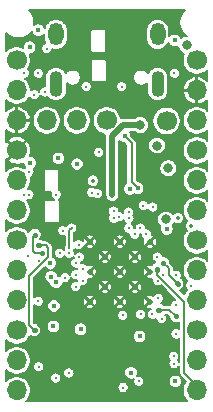
<source format=gbr>
%TF.GenerationSoftware,KiCad,Pcbnew,(5.1.6-0-10_14)*%
%TF.CreationDate,2022-02-25T19:50:12-06:00*%
%TF.ProjectId,Bonsai_C4,426f6e73-6169-45f4-9334-2e6b69636164,rev?*%
%TF.SameCoordinates,Original*%
%TF.FileFunction,Copper,L3,Inr*%
%TF.FilePolarity,Positive*%
%FSLAX46Y46*%
G04 Gerber Fmt 4.6, Leading zero omitted, Abs format (unit mm)*
G04 Created by KiCad (PCBNEW (5.1.6-0-10_14)) date 2022-02-25 19:50:12*
%MOMM*%
%LPD*%
G01*
G04 APERTURE LIST*
%TA.AperFunction,ViaPad*%
%ADD10C,1.700000*%
%TD*%
%TA.AperFunction,ViaPad*%
%ADD11O,1.700000X1.700000*%
%TD*%
%TA.AperFunction,ViaPad*%
%ADD12O,1.100000X2.200000*%
%TD*%
%TA.AperFunction,ViaPad*%
%ADD13O,1.300000X1.900000*%
%TD*%
%TA.AperFunction,ViaPad*%
%ADD14C,0.500000*%
%TD*%
%TA.AperFunction,ViaPad*%
%ADD15C,0.250000*%
%TD*%
%TA.AperFunction,ViaPad*%
%ADD16C,0.800000*%
%TD*%
%TA.AperFunction,ViaPad*%
%ADD17C,0.450000*%
%TD*%
%TA.AperFunction,ViaPad*%
%ADD18C,0.350000*%
%TD*%
%TA.AperFunction,Conductor*%
%ADD19C,0.500000*%
%TD*%
%TA.AperFunction,Conductor*%
%ADD20C,0.190000*%
%TD*%
%TA.AperFunction,Conductor*%
%ADD21C,0.127000*%
%TD*%
%TA.AperFunction,Conductor*%
%ADD22C,0.450000*%
%TD*%
%TA.AperFunction,Conductor*%
%ADD23C,0.200000*%
%TD*%
G04 APERTURE END LIST*
D10*
%TO.N,/PD3*%
%TO.C,J4*%
X100000000Y-100000000D03*
D11*
%TO.N,/PD2*%
X100000000Y-102540000D03*
%TO.N,GND*%
X100000000Y-105080000D03*
%TO.N,/PD0*%
X100000000Y-112700000D03*
%TO.N,/PD1*%
X100000000Y-110160000D03*
D10*
%TO.N,GND*%
X100000000Y-107620000D03*
%TO.N,/B10*%
X100000000Y-122860000D03*
D11*
%TO.N,/B8*%
X100000000Y-117780000D03*
D10*
%TO.N,/A4*%
X100000000Y-115240000D03*
D11*
%TO.N,/A8*%
X100000000Y-125400000D03*
%TO.N,/B0*%
X100000000Y-127940000D03*
%TO.N,/A3*%
X100000000Y-120320000D03*
%TD*%
D10*
%TO.N,+5V*%
%TO.C,J5*%
X115240000Y-100000000D03*
D11*
%TO.N,GND*%
X115240000Y-102540000D03*
%TO.N,/DFU*%
X115240000Y-105080000D03*
%TO.N,/A6*%
X115240000Y-112700000D03*
%TO.N,/A7*%
X115240000Y-110160000D03*
D10*
%TO.N,+3V3*%
X115240000Y-107620000D03*
%TO.N,/B14*%
X115240000Y-122860000D03*
D11*
%TO.N,/A1*%
X115240000Y-117780000D03*
D10*
%TO.N,/A5*%
X115240000Y-115240000D03*
D11*
%TO.N,/B15*%
X115240000Y-125400000D03*
%TO.N,/B1*%
X115240000Y-127940000D03*
%TO.N,/B13*%
X115240000Y-120320000D03*
%TD*%
%TO.N,/D+*%
%TO.C,J1*%
X102540000Y-105080000D03*
%TO.N,/D-*%
X105080000Y-105080000D03*
D10*
%TO.N,VBUS*%
X107620000Y-105080000D03*
%TD*%
%TO.N,/A10_5V*%
%TO.C,J2*%
X112680000Y-105120000D03*
%TD*%
D12*
%TO.N,Net-(FB1-Pad1)*%
%TO.C,J3*%
X103320000Y-102000000D03*
D13*
X103320000Y-97800000D03*
X111920000Y-97800000D03*
D12*
X111920000Y-102000000D03*
%TD*%
D14*
%TO.N,GND*%
%TO.C,U3*%
X106172000Y-120440000D03*
X106172000Y-117890000D03*
X106172000Y-115340000D03*
X107447000Y-119165000D03*
X107447000Y-116615000D03*
X108722000Y-120440000D03*
X108722000Y-117890000D03*
X108722000Y-115340000D03*
X109997000Y-119165000D03*
X109997000Y-116615000D03*
X111272000Y-120440000D03*
X111272000Y-117890000D03*
X111272000Y-115340000D03*
%TD*%
D15*
%TO.N,GND*%
X113463000Y-111466000D03*
X101821000Y-102049000D03*
X113358000Y-100082000D03*
D16*
X106364000Y-106197000D03*
D15*
X109438000Y-122625000D03*
X111341000Y-122625000D03*
X109468000Y-121056000D03*
X105619000Y-110824000D03*
D17*
X102681784Y-108250856D03*
X113878955Y-110795454D03*
X114199761Y-116483619D03*
D15*
X101959000Y-113925000D03*
X113356000Y-102029000D03*
X111973168Y-115634990D03*
X103994000Y-116978000D03*
X112426990Y-123150000D03*
X106496761Y-122615239D03*
X106825000Y-124136000D03*
X106858000Y-125479000D03*
X108213000Y-125524000D03*
X104809000Y-106488000D03*
X103545000Y-106066000D03*
X110870000Y-102605000D03*
X104370000Y-102688000D03*
D16*
X103665309Y-103763691D03*
D15*
X102383010Y-111367990D03*
X101833019Y-100268916D03*
X104116202Y-120346202D03*
D17*
X101777172Y-119875929D03*
D16*
X112051988Y-109880000D03*
D15*
X108190000Y-124310000D03*
D17*
X110250000Y-127740000D03*
D15*
X105590000Y-126390000D03*
X105480000Y-127210000D03*
X105520000Y-113690000D03*
D17*
X103174436Y-115028510D03*
D16*
%TO.N,+5V*%
X114373000Y-98687000D03*
X111870000Y-107200000D03*
D15*
%TO.N,+3V3*%
X113317000Y-125676000D03*
D17*
X110400000Y-123368000D03*
X109663000Y-126436002D03*
D16*
X112636133Y-113460933D03*
D17*
X105398000Y-122757000D03*
D15*
X103353000Y-111368000D03*
D16*
X112830000Y-109130000D03*
D15*
X108188078Y-112750000D03*
D16*
%TO.N,Net-(D1-Pad2)*%
X110430000Y-105467000D03*
D17*
X108075768Y-111367469D03*
%TO.N,VBUS*%
X110226356Y-110817020D03*
X109120000Y-106420000D03*
D15*
%TO.N,/A3*%
X112262863Y-121873863D03*
%TO.N,Net-(J3-PadA5)*%
X113352000Y-101090000D03*
X108870000Y-102225000D03*
%TO.N,Net-(J3-PadB5)*%
X105870000Y-102225000D03*
X101821000Y-101079000D03*
%TO.N,/NRST*%
X108972000Y-121585000D03*
X113477030Y-123147637D03*
%TO.N,/BOOT0*%
X105589000Y-118638000D03*
X103626000Y-116315000D03*
%TO.N,/B0*%
X112402000Y-118140000D03*
X103280000Y-126890000D03*
%TO.N,/B1*%
X111899000Y-117640000D03*
%TO.N,/B2*%
X112405000Y-117141000D03*
X113443637Y-120733363D03*
X113611000Y-118916000D03*
X102160000Y-116314000D03*
X101521058Y-114763337D03*
%TO.N,/B7*%
X104989000Y-118140000D03*
X101480000Y-102910000D03*
X102350000Y-102670000D03*
X102520000Y-98990000D03*
D17*
X101140000Y-108670000D03*
D15*
%TO.N,/B6*%
X105574000Y-117640000D03*
X104090000Y-118400000D03*
D17*
X103155450Y-120790457D03*
D15*
X101024479Y-109410000D03*
X101024479Y-111370655D03*
D18*
%TO.N,/A10*%
X106434000Y-110176000D03*
D15*
X109460000Y-112840000D03*
%TO.N,/B13*%
X110971000Y-114706000D03*
%TO.N,/B9*%
X100625086Y-111392893D03*
%TO.N,/B15*%
X109971000Y-114705000D03*
%TO.N,/B8*%
X104992000Y-119139000D03*
%TO.N,/B14*%
X110471000Y-114180000D03*
%TO.N,/A2*%
X111471000Y-121507000D03*
%TO.N,/DFU*%
X113272000Y-125040000D03*
D18*
X114756000Y-114041000D03*
X113623451Y-113358549D03*
D15*
X114710243Y-119068635D03*
%TO.N,/B10*%
X111908000Y-116640000D03*
X100956000Y-116573000D03*
X103890000Y-114400014D03*
D17*
%TO.N,/A15*%
X101822000Y-97440000D03*
D15*
X105230000Y-115604480D03*
D17*
%TO.N,Net-(C12-Pad1)*%
X113359000Y-98304000D03*
X101081133Y-98877986D03*
X102841490Y-117148510D03*
X102911515Y-118302532D03*
D15*
X110330000Y-127170000D03*
X109000000Y-127690000D03*
D17*
X113430000Y-127170000D03*
D15*
%TO.N,/VBUS_DET*%
X111507000Y-112408000D03*
%TO.N,Net-(D3-Pad-)*%
X101504969Y-122852294D03*
X101798069Y-115659441D03*
D17*
%TO.N,Net-(D5-Pad1)*%
X103522000Y-108291000D03*
X105107000Y-108774000D03*
D15*
X110700000Y-112300000D03*
D17*
%TO.N,/A10_5V*%
X109565743Y-110891954D03*
D15*
%TO.N,/A8*%
X109471000Y-114209000D03*
X101820000Y-120390000D03*
%TO.N,/A4*%
X111969000Y-120139000D03*
%TO.N,/A6*%
X113506000Y-118201000D03*
%TO.N,/A7*%
X111914000Y-118641000D03*
%TO.N,/A0_FRAM_CS*%
X110474000Y-121490000D03*
X106330000Y-111180000D03*
X108220000Y-113350000D03*
X104460000Y-115850000D03*
X104640000Y-114190000D03*
%TO.N,/B3_SCK*%
X101840000Y-125940000D03*
X104410000Y-126465000D03*
X108660000Y-113240000D03*
X104427024Y-116310000D03*
%TO.N,/B4_MISO*%
X106940000Y-107770000D03*
X106849363Y-111270637D03*
X105284508Y-116640000D03*
D17*
%TO.N,/B12_FLASH_CS*%
X112692000Y-114284000D03*
D15*
%TO.N,/B5_MOSI*%
X104994000Y-117140000D03*
D17*
X103103000Y-122524000D03*
X103320000Y-118780000D03*
D15*
X109490000Y-113370000D03*
%TO.N,Net-(Q2-Pad6)*%
X113482000Y-121666000D03*
X101838000Y-116959000D03*
X111928000Y-121096000D03*
%TO.N,/PD2*%
X100650000Y-101060002D03*
%TD*%
D19*
%TO.N,Net-(D1-Pad2)*%
X108075768Y-106404232D02*
X108075768Y-111367469D01*
X109013000Y-105467000D02*
X108075768Y-106404232D01*
X110430000Y-105467000D02*
X109013000Y-105467000D01*
D20*
%TO.N,VBUS*%
X109730000Y-107030000D02*
X109120000Y-106420000D01*
X109730000Y-110320664D02*
X109730000Y-107030000D01*
X110226356Y-110817020D02*
X109730000Y-110320664D01*
D21*
%TO.N,/B1*%
X115240000Y-127534002D02*
X115240000Y-127940000D01*
X114176499Y-126470501D02*
X115240000Y-127534002D01*
X111899000Y-118132000D02*
X114176499Y-120409499D01*
X114176499Y-120409499D02*
X114176499Y-126470501D01*
X111899000Y-117640000D02*
X111899000Y-118132000D01*
D22*
X111899000Y-117640000D02*
X111899000Y-117721000D01*
%TO.N,/B2*%
X112405000Y-117141000D02*
X112405000Y-117138000D01*
D21*
X112405000Y-117141000D02*
X112865000Y-117601000D01*
X112865000Y-118170000D02*
X113611000Y-118916000D01*
X112865000Y-117601000D02*
X112865000Y-118170000D01*
D22*
X113611000Y-118916000D02*
X113565000Y-118870000D01*
X102160000Y-116314000D02*
X102157000Y-116317000D01*
X101502500Y-114781500D02*
X101520663Y-114763337D01*
D21*
X101350218Y-114934177D02*
X101521058Y-114763337D01*
X101350218Y-116160218D02*
X101350218Y-114934177D01*
X101507000Y-116317000D02*
X101350218Y-116160218D01*
X102157000Y-116317000D02*
X101507000Y-116317000D01*
D22*
X101520663Y-114763337D02*
X101521058Y-114763337D01*
%TO.N,Net-(D3-Pad-)*%
X101504968Y-122852294D02*
X101443337Y-122790663D01*
X101504969Y-122852294D02*
X101504968Y-122852294D01*
X101862000Y-115659000D02*
X101798510Y-115659000D01*
X101798510Y-115659000D02*
X101798069Y-115659441D01*
D21*
X101069976Y-118257250D02*
X102664000Y-116663226D01*
X101056976Y-121775519D02*
X101069976Y-121762519D01*
X101443337Y-122790663D02*
X101056976Y-122404301D01*
X102664000Y-116663226D02*
X102664000Y-115889000D01*
X102434441Y-115659441D02*
X101798069Y-115659441D01*
X102664000Y-115889000D02*
X102434441Y-115659441D01*
X101056976Y-122404301D02*
X101056976Y-121775519D01*
X101069976Y-121762519D02*
X101069976Y-118257250D01*
%TO.N,/A0_FRAM_CS*%
X104460000Y-115850000D02*
X104460000Y-114370000D01*
X104460000Y-114370000D02*
X104640000Y-114190000D01*
D22*
%TO.N,Net-(Q2-Pad6)*%
X113482000Y-121666000D02*
X113473000Y-121666000D01*
D21*
X113482000Y-121666000D02*
X112912000Y-121096000D01*
X112912000Y-121096000D02*
X111928000Y-121096000D01*
D22*
X111928000Y-121096000D02*
X112019000Y-121096000D01*
%TD*%
D23*
%TO.N,GND*%
G36*
X114058280Y-95916876D02*
G01*
X113910101Y-96138641D01*
X113808034Y-96385053D01*
X113756000Y-96646643D01*
X113756000Y-96913357D01*
X113808034Y-97174947D01*
X113910101Y-97421359D01*
X114058280Y-97643124D01*
X114246876Y-97831720D01*
X114398452Y-97933000D01*
X114298738Y-97933000D01*
X114153066Y-97961976D01*
X114015847Y-98018814D01*
X113899719Y-98096408D01*
X113872104Y-98029740D01*
X113808739Y-97934909D01*
X113728091Y-97854261D01*
X113633260Y-97790896D01*
X113527888Y-97747250D01*
X113416027Y-97725000D01*
X113301973Y-97725000D01*
X113190112Y-97747250D01*
X113084740Y-97790896D01*
X112989909Y-97854261D01*
X112924000Y-97920170D01*
X112924000Y-97450687D01*
X112909472Y-97303183D01*
X112852062Y-97113927D01*
X112758834Y-96939509D01*
X112633370Y-96786630D01*
X112480491Y-96661166D01*
X112306073Y-96567938D01*
X112116818Y-96510528D01*
X111920000Y-96491143D01*
X111723183Y-96510528D01*
X111533928Y-96567938D01*
X111359510Y-96661166D01*
X111206631Y-96786630D01*
X111081167Y-96939509D01*
X110987939Y-97113927D01*
X110930528Y-97303182D01*
X110916000Y-97450686D01*
X110916000Y-98149313D01*
X110930528Y-98296817D01*
X110987938Y-98486072D01*
X111081166Y-98660491D01*
X111206630Y-98813370D01*
X111359509Y-98938834D01*
X111533927Y-99032062D01*
X111723182Y-99089472D01*
X111920000Y-99108857D01*
X112116817Y-99089472D01*
X112306072Y-99032062D01*
X112480491Y-98938834D01*
X112633370Y-98813370D01*
X112758834Y-98660491D01*
X112827075Y-98532821D01*
X112845896Y-98578260D01*
X112909261Y-98673091D01*
X112989909Y-98753739D01*
X113084740Y-98817104D01*
X113190112Y-98860750D01*
X113301973Y-98883000D01*
X113416027Y-98883000D01*
X113527888Y-98860750D01*
X113630348Y-98818310D01*
X113647976Y-98906934D01*
X113704814Y-99044153D01*
X113787330Y-99167647D01*
X113892353Y-99272670D01*
X114015847Y-99355186D01*
X114153066Y-99412024D01*
X114181107Y-99417602D01*
X114173029Y-99429692D01*
X114082269Y-99648806D01*
X114036000Y-99881416D01*
X114036000Y-100118584D01*
X114082269Y-100351194D01*
X114173029Y-100570308D01*
X114304792Y-100767505D01*
X114472495Y-100935208D01*
X114669692Y-101066971D01*
X114888806Y-101157731D01*
X115121416Y-101204000D01*
X115358584Y-101204000D01*
X115591194Y-101157731D01*
X115810308Y-101066971D01*
X116007505Y-100935208D01*
X116131001Y-100811712D01*
X116131001Y-101738131D01*
X116076897Y-101674425D01*
X115891951Y-101527786D01*
X115681951Y-101420046D01*
X115454967Y-101355345D01*
X115267000Y-101424802D01*
X115267000Y-102513000D01*
X115287000Y-102513000D01*
X115287000Y-102567000D01*
X115267000Y-102567000D01*
X115267000Y-103655198D01*
X115454967Y-103724655D01*
X115681951Y-103659954D01*
X115891951Y-103552214D01*
X116076897Y-103405575D01*
X116131001Y-103341869D01*
X116131001Y-104268288D01*
X116007505Y-104144792D01*
X115810308Y-104013029D01*
X115591194Y-103922269D01*
X115358584Y-103876000D01*
X115121416Y-103876000D01*
X114888806Y-103922269D01*
X114669692Y-104013029D01*
X114472495Y-104144792D01*
X114304792Y-104312495D01*
X114173029Y-104509692D01*
X114082269Y-104728806D01*
X114036000Y-104961416D01*
X114036000Y-105198584D01*
X114082269Y-105431194D01*
X114173029Y-105650308D01*
X114304792Y-105847505D01*
X114472495Y-106015208D01*
X114669692Y-106146971D01*
X114888806Y-106237731D01*
X115121416Y-106284000D01*
X115358584Y-106284000D01*
X115591194Y-106237731D01*
X115810308Y-106146971D01*
X116007505Y-106015208D01*
X116131001Y-105891712D01*
X116131001Y-106808288D01*
X116007505Y-106684792D01*
X115810308Y-106553029D01*
X115591194Y-106462269D01*
X115358584Y-106416000D01*
X115121416Y-106416000D01*
X114888806Y-106462269D01*
X114669692Y-106553029D01*
X114472495Y-106684792D01*
X114304792Y-106852495D01*
X114173029Y-107049692D01*
X114082269Y-107268806D01*
X114036000Y-107501416D01*
X114036000Y-107738584D01*
X114082269Y-107971194D01*
X114173029Y-108190308D01*
X114304792Y-108387505D01*
X114472495Y-108555208D01*
X114669692Y-108686971D01*
X114888806Y-108777731D01*
X115121416Y-108824000D01*
X115358584Y-108824000D01*
X115591194Y-108777731D01*
X115810308Y-108686971D01*
X116007505Y-108555208D01*
X116131001Y-108431712D01*
X116131001Y-109348288D01*
X116007505Y-109224792D01*
X115810308Y-109093029D01*
X115591194Y-109002269D01*
X115358584Y-108956000D01*
X115121416Y-108956000D01*
X114888806Y-109002269D01*
X114669692Y-109093029D01*
X114472495Y-109224792D01*
X114304792Y-109392495D01*
X114173029Y-109589692D01*
X114082269Y-109808806D01*
X114036000Y-110041416D01*
X114036000Y-110278584D01*
X114082269Y-110511194D01*
X114173029Y-110730308D01*
X114304792Y-110927505D01*
X114472495Y-111095208D01*
X114669692Y-111226971D01*
X114888806Y-111317731D01*
X115121416Y-111364000D01*
X115358584Y-111364000D01*
X115591194Y-111317731D01*
X115810308Y-111226971D01*
X116007505Y-111095208D01*
X116131001Y-110971712D01*
X116131001Y-111888288D01*
X116007505Y-111764792D01*
X115810308Y-111633029D01*
X115591194Y-111542269D01*
X115358584Y-111496000D01*
X115121416Y-111496000D01*
X114888806Y-111542269D01*
X114669692Y-111633029D01*
X114472495Y-111764792D01*
X114304792Y-111932495D01*
X114173029Y-112129692D01*
X114082269Y-112348806D01*
X114036000Y-112581416D01*
X114036000Y-112818584D01*
X114082269Y-113051194D01*
X114173029Y-113270308D01*
X114304792Y-113467505D01*
X114447918Y-113610631D01*
X114418782Y-113630099D01*
X114345099Y-113703782D01*
X114287206Y-113790424D01*
X114247329Y-113886696D01*
X114227000Y-113988898D01*
X114227000Y-114093102D01*
X114247329Y-114195304D01*
X114287206Y-114291576D01*
X114345099Y-114378218D01*
X114372084Y-114405203D01*
X114304792Y-114472495D01*
X114173029Y-114669692D01*
X114082269Y-114888806D01*
X114036000Y-115121416D01*
X114036000Y-115358584D01*
X114082269Y-115591194D01*
X114173029Y-115810308D01*
X114304792Y-116007505D01*
X114472495Y-116175208D01*
X114669692Y-116306971D01*
X114888806Y-116397731D01*
X115121416Y-116444000D01*
X115358584Y-116444000D01*
X115591194Y-116397731D01*
X115810308Y-116306971D01*
X116007505Y-116175208D01*
X116131000Y-116051713D01*
X116131000Y-116968287D01*
X116007505Y-116844792D01*
X115810308Y-116713029D01*
X115591194Y-116622269D01*
X115358584Y-116576000D01*
X115121416Y-116576000D01*
X114888806Y-116622269D01*
X114669692Y-116713029D01*
X114472495Y-116844792D01*
X114304792Y-117012495D01*
X114173029Y-117209692D01*
X114082269Y-117428806D01*
X114036000Y-117661416D01*
X114036000Y-117898584D01*
X114082269Y-118131194D01*
X114173029Y-118350308D01*
X114304792Y-118547505D01*
X114434247Y-118676960D01*
X114404898Y-118696571D01*
X114338179Y-118763290D01*
X114285758Y-118841743D01*
X114249650Y-118928916D01*
X114231243Y-119021458D01*
X114231243Y-119115812D01*
X114249650Y-119208354D01*
X114285758Y-119295527D01*
X114338179Y-119373980D01*
X114404898Y-119440699D01*
X114411906Y-119445381D01*
X114304792Y-119552495D01*
X114173029Y-119749692D01*
X114153727Y-119796292D01*
X113816231Y-119458796D01*
X113833645Y-119453514D01*
X113934231Y-119399750D01*
X114022395Y-119327395D01*
X114094750Y-119239231D01*
X114148514Y-119138645D01*
X114181621Y-119029504D01*
X114192800Y-118916000D01*
X114181621Y-118802497D01*
X114148514Y-118693355D01*
X114094750Y-118592769D01*
X114040524Y-118526695D01*
X113954305Y-118440476D01*
X113932638Y-118422694D01*
X113966593Y-118340719D01*
X113985000Y-118248177D01*
X113985000Y-118153823D01*
X113966593Y-118061281D01*
X113930485Y-117974108D01*
X113878064Y-117895655D01*
X113811345Y-117828936D01*
X113732892Y-117776515D01*
X113645719Y-117740407D01*
X113553177Y-117722000D01*
X113458823Y-117722000D01*
X113366281Y-117740407D01*
X113282500Y-117775110D01*
X113282500Y-117621498D01*
X113284519Y-117600999D01*
X113282500Y-117580500D01*
X113282500Y-117580491D01*
X113276459Y-117519156D01*
X113252586Y-117440457D01*
X113213818Y-117367927D01*
X113161645Y-117304355D01*
X113145718Y-117291284D01*
X112984000Y-117129566D01*
X112984000Y-117109562D01*
X112975622Y-117024497D01*
X112942514Y-116915355D01*
X112888750Y-116814770D01*
X112816395Y-116726605D01*
X112728231Y-116654250D01*
X112627646Y-116600486D01*
X112518504Y-116567378D01*
X112405000Y-116556199D01*
X112380201Y-116558641D01*
X112368593Y-116500281D01*
X112332485Y-116413108D01*
X112280064Y-116334655D01*
X112213345Y-116267936D01*
X112134892Y-116215515D01*
X112047719Y-116179407D01*
X111955177Y-116161000D01*
X111860823Y-116161000D01*
X111768281Y-116179407D01*
X111681108Y-116215515D01*
X111602655Y-116267936D01*
X111535936Y-116334655D01*
X111483515Y-116413108D01*
X111447407Y-116500281D01*
X111429000Y-116592823D01*
X111429000Y-116687177D01*
X111447407Y-116779719D01*
X111483515Y-116866892D01*
X111535936Y-116945345D01*
X111602655Y-117012064D01*
X111681108Y-117064485D01*
X111732057Y-117085589D01*
X111676354Y-117102486D01*
X111575769Y-117156250D01*
X111487605Y-117228605D01*
X111424694Y-117305262D01*
X111387289Y-117294129D01*
X111268824Y-117283087D01*
X111150483Y-117295368D01*
X111036811Y-117330500D01*
X110937457Y-117383606D01*
X110925010Y-117504826D01*
X111272000Y-117851816D01*
X111286142Y-117837674D01*
X111324326Y-117875858D01*
X111310184Y-117890000D01*
X111324326Y-117904142D01*
X111286142Y-117942326D01*
X111272000Y-117928184D01*
X110925010Y-118275174D01*
X110937457Y-118396394D01*
X111042677Y-118451930D01*
X111156711Y-118485871D01*
X111275176Y-118496913D01*
X111393517Y-118484632D01*
X111470108Y-118460960D01*
X111453407Y-118501281D01*
X111435000Y-118593823D01*
X111435000Y-118688177D01*
X111453407Y-118780719D01*
X111489515Y-118867892D01*
X111541936Y-118946345D01*
X111608655Y-119013064D01*
X111687108Y-119065485D01*
X111774281Y-119101593D01*
X111866823Y-119120000D01*
X111961177Y-119120000D01*
X112053719Y-119101593D01*
X112140892Y-119065485D01*
X112201532Y-119024966D01*
X113430928Y-120254363D01*
X113396460Y-120254363D01*
X113303918Y-120272770D01*
X113216745Y-120308878D01*
X113138292Y-120361299D01*
X113071573Y-120428018D01*
X113019152Y-120506471D01*
X112983044Y-120593644D01*
X112965519Y-120681751D01*
X112932509Y-120678500D01*
X112932502Y-120678500D01*
X112912000Y-120676481D01*
X112891498Y-120678500D01*
X112422956Y-120678500D01*
X112342231Y-120612250D01*
X112241646Y-120558486D01*
X112215324Y-120550501D01*
X112274345Y-120511064D01*
X112341064Y-120444345D01*
X112393485Y-120365892D01*
X112429593Y-120278719D01*
X112448000Y-120186177D01*
X112448000Y-120091823D01*
X112429593Y-119999281D01*
X112393485Y-119912108D01*
X112341064Y-119833655D01*
X112274345Y-119766936D01*
X112195892Y-119714515D01*
X112108719Y-119678407D01*
X112016177Y-119660000D01*
X111921823Y-119660000D01*
X111829281Y-119678407D01*
X111742108Y-119714515D01*
X111663655Y-119766936D01*
X111596936Y-119833655D01*
X111550068Y-119903798D01*
X111501323Y-119878070D01*
X111387289Y-119844129D01*
X111268824Y-119833087D01*
X111150483Y-119845368D01*
X111036811Y-119880500D01*
X110937457Y-119933606D01*
X110925010Y-120054826D01*
X111272000Y-120401816D01*
X111286142Y-120387674D01*
X111324326Y-120425858D01*
X111310184Y-120440000D01*
X111324326Y-120454142D01*
X111286142Y-120492326D01*
X111272000Y-120478184D01*
X110925010Y-120825174D01*
X110937457Y-120946394D01*
X111042677Y-121001930D01*
X111156711Y-121035871D01*
X111275176Y-121046913D01*
X111351817Y-121038959D01*
X111351479Y-121042390D01*
X111331281Y-121046407D01*
X111244108Y-121082515D01*
X111165655Y-121134936D01*
X111098936Y-121201655D01*
X111046515Y-121280108D01*
X111010407Y-121367281D01*
X110992000Y-121459823D01*
X110992000Y-121554177D01*
X111010407Y-121646719D01*
X111046515Y-121733892D01*
X111098936Y-121812345D01*
X111165655Y-121879064D01*
X111244108Y-121931485D01*
X111331281Y-121967593D01*
X111423823Y-121986000D01*
X111518177Y-121986000D01*
X111610719Y-121967593D01*
X111697892Y-121931485D01*
X111776345Y-121879064D01*
X111783863Y-121871546D01*
X111783863Y-121921040D01*
X111802270Y-122013582D01*
X111838378Y-122100755D01*
X111890799Y-122179208D01*
X111957518Y-122245927D01*
X112035971Y-122298348D01*
X112123144Y-122334456D01*
X112215686Y-122352863D01*
X112310040Y-122352863D01*
X112402582Y-122334456D01*
X112489755Y-122298348D01*
X112568208Y-122245927D01*
X112634927Y-122179208D01*
X112687348Y-122100755D01*
X112723456Y-122013582D01*
X112741863Y-121921040D01*
X112741863Y-121826686D01*
X112723456Y-121734144D01*
X112687348Y-121646971D01*
X112634927Y-121568518D01*
X112579909Y-121513500D01*
X112739066Y-121513500D01*
X112891232Y-121665666D01*
X112891199Y-121666000D01*
X112902378Y-121779504D01*
X112935486Y-121888646D01*
X112989250Y-121989231D01*
X113061605Y-122077395D01*
X113149769Y-122149750D01*
X113250354Y-122203514D01*
X113359496Y-122236622D01*
X113444561Y-122245000D01*
X113510439Y-122245000D01*
X113595504Y-122236622D01*
X113704646Y-122203514D01*
X113758999Y-122174461D01*
X113758999Y-122759954D01*
X113703922Y-122723152D01*
X113616749Y-122687044D01*
X113524207Y-122668637D01*
X113429853Y-122668637D01*
X113337311Y-122687044D01*
X113250138Y-122723152D01*
X113171685Y-122775573D01*
X113104966Y-122842292D01*
X113052545Y-122920745D01*
X113016437Y-123007918D01*
X112998030Y-123100460D01*
X112998030Y-123194814D01*
X113016437Y-123287356D01*
X113052545Y-123374529D01*
X113104966Y-123452982D01*
X113171685Y-123519701D01*
X113250138Y-123572122D01*
X113337311Y-123608230D01*
X113429853Y-123626637D01*
X113524207Y-123626637D01*
X113616749Y-123608230D01*
X113703922Y-123572122D01*
X113759000Y-123535320D01*
X113759000Y-125491393D01*
X113741485Y-125449108D01*
X113689064Y-125370655D01*
X113651951Y-125333542D01*
X113696485Y-125266892D01*
X113732593Y-125179719D01*
X113751000Y-125087177D01*
X113751000Y-124992823D01*
X113732593Y-124900281D01*
X113696485Y-124813108D01*
X113644064Y-124734655D01*
X113577345Y-124667936D01*
X113498892Y-124615515D01*
X113411719Y-124579407D01*
X113319177Y-124561000D01*
X113224823Y-124561000D01*
X113132281Y-124579407D01*
X113045108Y-124615515D01*
X112966655Y-124667936D01*
X112899936Y-124734655D01*
X112847515Y-124813108D01*
X112811407Y-124900281D01*
X112793000Y-124992823D01*
X112793000Y-125087177D01*
X112811407Y-125179719D01*
X112847515Y-125266892D01*
X112899936Y-125345345D01*
X112937049Y-125382458D01*
X112892515Y-125449108D01*
X112856407Y-125536281D01*
X112838000Y-125628823D01*
X112838000Y-125723177D01*
X112856407Y-125815719D01*
X112892515Y-125902892D01*
X112944936Y-125981345D01*
X113011655Y-126048064D01*
X113090108Y-126100485D01*
X113177281Y-126136593D01*
X113269823Y-126155000D01*
X113364177Y-126155000D01*
X113456719Y-126136593D01*
X113543892Y-126100485D01*
X113622345Y-126048064D01*
X113689064Y-125981345D01*
X113741485Y-125902892D01*
X113759000Y-125860607D01*
X113759000Y-126449989D01*
X113756980Y-126470501D01*
X113765040Y-126552345D01*
X113788914Y-126631044D01*
X113827682Y-126703574D01*
X113866780Y-126751216D01*
X113866788Y-126751224D01*
X113879855Y-126767146D01*
X113895777Y-126780213D01*
X114298090Y-127182526D01*
X114173029Y-127369692D01*
X114082269Y-127588806D01*
X114036000Y-127821416D01*
X114036000Y-128058584D01*
X114082269Y-128291194D01*
X114173029Y-128510308D01*
X114304792Y-128707505D01*
X114428287Y-128831000D01*
X100811713Y-128831000D01*
X100935208Y-128707505D01*
X101066971Y-128510308D01*
X101157731Y-128291194D01*
X101204000Y-128058584D01*
X101204000Y-127821416D01*
X101168476Y-127642823D01*
X108521000Y-127642823D01*
X108521000Y-127737177D01*
X108539407Y-127829719D01*
X108575515Y-127916892D01*
X108627936Y-127995345D01*
X108694655Y-128062064D01*
X108773108Y-128114485D01*
X108860281Y-128150593D01*
X108952823Y-128169000D01*
X109047177Y-128169000D01*
X109139719Y-128150593D01*
X109226892Y-128114485D01*
X109305345Y-128062064D01*
X109372064Y-127995345D01*
X109424485Y-127916892D01*
X109460593Y-127829719D01*
X109479000Y-127737177D01*
X109479000Y-127642823D01*
X109460593Y-127550281D01*
X109424485Y-127463108D01*
X109372064Y-127384655D01*
X109305345Y-127317936D01*
X109226892Y-127265515D01*
X109139719Y-127229407D01*
X109047177Y-127211000D01*
X108952823Y-127211000D01*
X108860281Y-127229407D01*
X108773108Y-127265515D01*
X108694655Y-127317936D01*
X108627936Y-127384655D01*
X108575515Y-127463108D01*
X108539407Y-127550281D01*
X108521000Y-127642823D01*
X101168476Y-127642823D01*
X101157731Y-127588806D01*
X101066971Y-127369692D01*
X100935208Y-127172495D01*
X100767505Y-127004792D01*
X100570308Y-126873029D01*
X100497385Y-126842823D01*
X102801000Y-126842823D01*
X102801000Y-126937177D01*
X102819407Y-127029719D01*
X102855515Y-127116892D01*
X102907936Y-127195345D01*
X102974655Y-127262064D01*
X103053108Y-127314485D01*
X103140281Y-127350593D01*
X103232823Y-127369000D01*
X103327177Y-127369000D01*
X103419719Y-127350593D01*
X103506892Y-127314485D01*
X103585345Y-127262064D01*
X103652064Y-127195345D01*
X103704485Y-127116892D01*
X103740593Y-127029719D01*
X103759000Y-126937177D01*
X103759000Y-126842823D01*
X103740593Y-126750281D01*
X103704485Y-126663108D01*
X103652064Y-126584655D01*
X103585345Y-126517936D01*
X103506892Y-126465515D01*
X103419719Y-126429407D01*
X103361480Y-126417823D01*
X103931000Y-126417823D01*
X103931000Y-126512177D01*
X103949407Y-126604719D01*
X103985515Y-126691892D01*
X104037936Y-126770345D01*
X104104655Y-126837064D01*
X104183108Y-126889485D01*
X104270281Y-126925593D01*
X104362823Y-126944000D01*
X104457177Y-126944000D01*
X104549719Y-126925593D01*
X104636892Y-126889485D01*
X104715345Y-126837064D01*
X104782064Y-126770345D01*
X104834485Y-126691892D01*
X104870593Y-126604719D01*
X104889000Y-126512177D01*
X104889000Y-126417823D01*
X104881273Y-126378975D01*
X109084000Y-126378975D01*
X109084000Y-126493029D01*
X109106250Y-126604890D01*
X109149896Y-126710262D01*
X109213261Y-126805093D01*
X109293909Y-126885741D01*
X109388740Y-126949106D01*
X109494112Y-126992752D01*
X109605973Y-127015002D01*
X109720027Y-127015002D01*
X109831888Y-126992752D01*
X109895942Y-126966220D01*
X109869407Y-127030281D01*
X109851000Y-127122823D01*
X109851000Y-127217177D01*
X109869407Y-127309719D01*
X109905515Y-127396892D01*
X109957936Y-127475345D01*
X110024655Y-127542064D01*
X110103108Y-127594485D01*
X110190281Y-127630593D01*
X110282823Y-127649000D01*
X110377177Y-127649000D01*
X110469719Y-127630593D01*
X110556892Y-127594485D01*
X110635345Y-127542064D01*
X110702064Y-127475345D01*
X110754485Y-127396892D01*
X110790593Y-127309719D01*
X110809000Y-127217177D01*
X110809000Y-127122823D01*
X110807041Y-127112973D01*
X112851000Y-127112973D01*
X112851000Y-127227027D01*
X112873250Y-127338888D01*
X112916896Y-127444260D01*
X112980261Y-127539091D01*
X113060909Y-127619739D01*
X113155740Y-127683104D01*
X113261112Y-127726750D01*
X113372973Y-127749000D01*
X113487027Y-127749000D01*
X113598888Y-127726750D01*
X113704260Y-127683104D01*
X113799091Y-127619739D01*
X113879739Y-127539091D01*
X113943104Y-127444260D01*
X113986750Y-127338888D01*
X114009000Y-127227027D01*
X114009000Y-127112973D01*
X113986750Y-127001112D01*
X113943104Y-126895740D01*
X113879739Y-126800909D01*
X113799091Y-126720261D01*
X113704260Y-126656896D01*
X113598888Y-126613250D01*
X113487027Y-126591000D01*
X113372973Y-126591000D01*
X113261112Y-126613250D01*
X113155740Y-126656896D01*
X113060909Y-126720261D01*
X112980261Y-126800909D01*
X112916896Y-126895740D01*
X112873250Y-127001112D01*
X112851000Y-127112973D01*
X110807041Y-127112973D01*
X110790593Y-127030281D01*
X110754485Y-126943108D01*
X110702064Y-126864655D01*
X110635345Y-126797936D01*
X110556892Y-126745515D01*
X110469719Y-126709407D01*
X110377177Y-126691000D01*
X110282823Y-126691000D01*
X110190281Y-126709407D01*
X110171469Y-126717199D01*
X110176104Y-126710262D01*
X110219750Y-126604890D01*
X110242000Y-126493029D01*
X110242000Y-126378975D01*
X110219750Y-126267114D01*
X110176104Y-126161742D01*
X110112739Y-126066911D01*
X110032091Y-125986263D01*
X109937260Y-125922898D01*
X109831888Y-125879252D01*
X109720027Y-125857002D01*
X109605973Y-125857002D01*
X109494112Y-125879252D01*
X109388740Y-125922898D01*
X109293909Y-125986263D01*
X109213261Y-126066911D01*
X109149896Y-126161742D01*
X109106250Y-126267114D01*
X109084000Y-126378975D01*
X104881273Y-126378975D01*
X104870593Y-126325281D01*
X104834485Y-126238108D01*
X104782064Y-126159655D01*
X104715345Y-126092936D01*
X104636892Y-126040515D01*
X104549719Y-126004407D01*
X104457177Y-125986000D01*
X104362823Y-125986000D01*
X104270281Y-126004407D01*
X104183108Y-126040515D01*
X104104655Y-126092936D01*
X104037936Y-126159655D01*
X103985515Y-126238108D01*
X103949407Y-126325281D01*
X103931000Y-126417823D01*
X103361480Y-126417823D01*
X103327177Y-126411000D01*
X103232823Y-126411000D01*
X103140281Y-126429407D01*
X103053108Y-126465515D01*
X102974655Y-126517936D01*
X102907936Y-126584655D01*
X102855515Y-126663108D01*
X102819407Y-126750281D01*
X102801000Y-126842823D01*
X100497385Y-126842823D01*
X100351194Y-126782269D01*
X100118584Y-126736000D01*
X99881416Y-126736000D01*
X99648806Y-126782269D01*
X99429692Y-126873029D01*
X99232495Y-127004792D01*
X99109000Y-127128287D01*
X99109000Y-126211713D01*
X99232495Y-126335208D01*
X99429692Y-126466971D01*
X99648806Y-126557731D01*
X99881416Y-126604000D01*
X100118584Y-126604000D01*
X100351194Y-126557731D01*
X100570308Y-126466971D01*
X100767505Y-126335208D01*
X100935208Y-126167505D01*
X101066971Y-125970308D01*
X101099066Y-125892823D01*
X101361000Y-125892823D01*
X101361000Y-125987177D01*
X101379407Y-126079719D01*
X101415515Y-126166892D01*
X101467936Y-126245345D01*
X101534655Y-126312064D01*
X101613108Y-126364485D01*
X101700281Y-126400593D01*
X101792823Y-126419000D01*
X101887177Y-126419000D01*
X101979719Y-126400593D01*
X102066892Y-126364485D01*
X102145345Y-126312064D01*
X102212064Y-126245345D01*
X102264485Y-126166892D01*
X102300593Y-126079719D01*
X102319000Y-125987177D01*
X102319000Y-125892823D01*
X102300593Y-125800281D01*
X102264485Y-125713108D01*
X102212064Y-125634655D01*
X102145345Y-125567936D01*
X102066892Y-125515515D01*
X101979719Y-125479407D01*
X101887177Y-125461000D01*
X101792823Y-125461000D01*
X101700281Y-125479407D01*
X101613108Y-125515515D01*
X101534655Y-125567936D01*
X101467936Y-125634655D01*
X101415515Y-125713108D01*
X101379407Y-125800281D01*
X101361000Y-125892823D01*
X101099066Y-125892823D01*
X101157731Y-125751194D01*
X101204000Y-125518584D01*
X101204000Y-125281416D01*
X101157731Y-125048806D01*
X101066971Y-124829692D01*
X100935208Y-124632495D01*
X100767505Y-124464792D01*
X100570308Y-124333029D01*
X100351194Y-124242269D01*
X100118584Y-124196000D01*
X99881416Y-124196000D01*
X99648806Y-124242269D01*
X99429692Y-124333029D01*
X99232495Y-124464792D01*
X99109000Y-124588287D01*
X99109000Y-123671713D01*
X99232495Y-123795208D01*
X99429692Y-123926971D01*
X99648806Y-124017731D01*
X99881416Y-124064000D01*
X100118584Y-124064000D01*
X100351194Y-124017731D01*
X100570308Y-123926971D01*
X100767505Y-123795208D01*
X100935208Y-123627505D01*
X101066971Y-123430308D01*
X101125227Y-123289667D01*
X101181737Y-123336044D01*
X101282322Y-123389808D01*
X101391464Y-123422916D01*
X101476529Y-123431294D01*
X101476538Y-123431294D01*
X101504967Y-123434094D01*
X101533396Y-123431294D01*
X101533408Y-123431294D01*
X101618473Y-123422916D01*
X101727615Y-123389808D01*
X101828200Y-123336044D01*
X101916364Y-123263689D01*
X101988719Y-123175525D01*
X102042483Y-123074940D01*
X102075591Y-122965798D01*
X102086770Y-122852294D01*
X102075591Y-122738790D01*
X102042483Y-122629648D01*
X101988719Y-122529063D01*
X101937763Y-122466973D01*
X102524000Y-122466973D01*
X102524000Y-122581027D01*
X102546250Y-122692888D01*
X102589896Y-122798260D01*
X102653261Y-122893091D01*
X102733909Y-122973739D01*
X102828740Y-123037104D01*
X102934112Y-123080750D01*
X103045973Y-123103000D01*
X103160027Y-123103000D01*
X103271888Y-123080750D01*
X103377260Y-123037104D01*
X103472091Y-122973739D01*
X103552739Y-122893091D01*
X103616104Y-122798260D01*
X103656815Y-122699973D01*
X104819000Y-122699973D01*
X104819000Y-122814027D01*
X104841250Y-122925888D01*
X104884896Y-123031260D01*
X104948261Y-123126091D01*
X105028909Y-123206739D01*
X105123740Y-123270104D01*
X105229112Y-123313750D01*
X105340973Y-123336000D01*
X105455027Y-123336000D01*
X105566888Y-123313750D01*
X105573592Y-123310973D01*
X109821000Y-123310973D01*
X109821000Y-123425027D01*
X109843250Y-123536888D01*
X109886896Y-123642260D01*
X109950261Y-123737091D01*
X110030909Y-123817739D01*
X110125740Y-123881104D01*
X110231112Y-123924750D01*
X110342973Y-123947000D01*
X110457027Y-123947000D01*
X110568888Y-123924750D01*
X110674260Y-123881104D01*
X110769091Y-123817739D01*
X110849739Y-123737091D01*
X110913104Y-123642260D01*
X110956750Y-123536888D01*
X110979000Y-123425027D01*
X110979000Y-123310973D01*
X110956750Y-123199112D01*
X110913104Y-123093740D01*
X110849739Y-122998909D01*
X110769091Y-122918261D01*
X110674260Y-122854896D01*
X110568888Y-122811250D01*
X110457027Y-122789000D01*
X110342973Y-122789000D01*
X110231112Y-122811250D01*
X110125740Y-122854896D01*
X110030909Y-122918261D01*
X109950261Y-122998909D01*
X109886896Y-123093740D01*
X109843250Y-123199112D01*
X109821000Y-123310973D01*
X105573592Y-123310973D01*
X105672260Y-123270104D01*
X105767091Y-123206739D01*
X105847739Y-123126091D01*
X105911104Y-123031260D01*
X105954750Y-122925888D01*
X105977000Y-122814027D01*
X105977000Y-122699973D01*
X105954750Y-122588112D01*
X105911104Y-122482740D01*
X105847739Y-122387909D01*
X105767091Y-122307261D01*
X105672260Y-122243896D01*
X105566888Y-122200250D01*
X105455027Y-122178000D01*
X105340973Y-122178000D01*
X105229112Y-122200250D01*
X105123740Y-122243896D01*
X105028909Y-122307261D01*
X104948261Y-122387909D01*
X104884896Y-122482740D01*
X104841250Y-122588112D01*
X104819000Y-122699973D01*
X103656815Y-122699973D01*
X103659750Y-122692888D01*
X103682000Y-122581027D01*
X103682000Y-122466973D01*
X103659750Y-122355112D01*
X103616104Y-122249740D01*
X103552739Y-122154909D01*
X103472091Y-122074261D01*
X103377260Y-122010896D01*
X103271888Y-121967250D01*
X103160027Y-121945000D01*
X103045973Y-121945000D01*
X102934112Y-121967250D01*
X102828740Y-122010896D01*
X102733909Y-122074261D01*
X102653261Y-122154909D01*
X102589896Y-122249740D01*
X102546250Y-122355112D01*
X102524000Y-122466973D01*
X101937763Y-122466973D01*
X101916364Y-122440899D01*
X101894265Y-122422763D01*
X101832642Y-122361139D01*
X101766568Y-122306913D01*
X101665982Y-122253149D01*
X101556841Y-122220042D01*
X101474476Y-122211930D01*
X101474476Y-121867304D01*
X101481435Y-121844363D01*
X101487476Y-121783028D01*
X101487476Y-121783020D01*
X101489495Y-121762519D01*
X101487476Y-121742017D01*
X101487476Y-121537823D01*
X108493000Y-121537823D01*
X108493000Y-121632177D01*
X108511407Y-121724719D01*
X108547515Y-121811892D01*
X108599936Y-121890345D01*
X108666655Y-121957064D01*
X108745108Y-122009485D01*
X108832281Y-122045593D01*
X108924823Y-122064000D01*
X109019177Y-122064000D01*
X109111719Y-122045593D01*
X109198892Y-122009485D01*
X109277345Y-121957064D01*
X109344064Y-121890345D01*
X109396485Y-121811892D01*
X109432593Y-121724719D01*
X109451000Y-121632177D01*
X109451000Y-121537823D01*
X109432593Y-121445281D01*
X109431575Y-121442823D01*
X109995000Y-121442823D01*
X109995000Y-121537177D01*
X110013407Y-121629719D01*
X110049515Y-121716892D01*
X110101936Y-121795345D01*
X110168655Y-121862064D01*
X110247108Y-121914485D01*
X110334281Y-121950593D01*
X110426823Y-121969000D01*
X110521177Y-121969000D01*
X110613719Y-121950593D01*
X110700892Y-121914485D01*
X110779345Y-121862064D01*
X110846064Y-121795345D01*
X110898485Y-121716892D01*
X110934593Y-121629719D01*
X110953000Y-121537177D01*
X110953000Y-121442823D01*
X110934593Y-121350281D01*
X110898485Y-121263108D01*
X110846064Y-121184655D01*
X110779345Y-121117936D01*
X110700892Y-121065515D01*
X110613719Y-121029407D01*
X110521177Y-121011000D01*
X110426823Y-121011000D01*
X110334281Y-121029407D01*
X110247108Y-121065515D01*
X110168655Y-121117936D01*
X110101936Y-121184655D01*
X110049515Y-121263108D01*
X110013407Y-121350281D01*
X109995000Y-121442823D01*
X109431575Y-121442823D01*
X109396485Y-121358108D01*
X109344064Y-121279655D01*
X109277345Y-121212936D01*
X109198892Y-121160515D01*
X109111719Y-121124407D01*
X109019177Y-121106000D01*
X108924823Y-121106000D01*
X108832281Y-121124407D01*
X108745108Y-121160515D01*
X108666655Y-121212936D01*
X108599936Y-121279655D01*
X108547515Y-121358108D01*
X108511407Y-121445281D01*
X108493000Y-121537823D01*
X101487476Y-121537823D01*
X101487476Y-120734885D01*
X101514655Y-120762064D01*
X101593108Y-120814485D01*
X101680281Y-120850593D01*
X101772823Y-120869000D01*
X101867177Y-120869000D01*
X101959719Y-120850593D01*
X102046892Y-120814485D01*
X102125345Y-120762064D01*
X102153979Y-120733430D01*
X102576450Y-120733430D01*
X102576450Y-120847484D01*
X102598700Y-120959345D01*
X102642346Y-121064717D01*
X102705711Y-121159548D01*
X102786359Y-121240196D01*
X102881190Y-121303561D01*
X102986562Y-121347207D01*
X103098423Y-121369457D01*
X103212477Y-121369457D01*
X103324338Y-121347207D01*
X103429710Y-121303561D01*
X103524541Y-121240196D01*
X103605189Y-121159548D01*
X103668554Y-121064717D01*
X103712200Y-120959345D01*
X103734450Y-120847484D01*
X103734450Y-120825174D01*
X105825010Y-120825174D01*
X105837457Y-120946394D01*
X105942677Y-121001930D01*
X106056711Y-121035871D01*
X106175176Y-121046913D01*
X106293517Y-121034632D01*
X106407189Y-120999500D01*
X106506543Y-120946394D01*
X106518990Y-120825174D01*
X108375010Y-120825174D01*
X108387457Y-120946394D01*
X108492677Y-121001930D01*
X108606711Y-121035871D01*
X108725176Y-121046913D01*
X108843517Y-121034632D01*
X108957189Y-120999500D01*
X109056543Y-120946394D01*
X109068990Y-120825174D01*
X108722000Y-120478184D01*
X108375010Y-120825174D01*
X106518990Y-120825174D01*
X106172000Y-120478184D01*
X105825010Y-120825174D01*
X103734450Y-120825174D01*
X103734450Y-120733430D01*
X103712200Y-120621569D01*
X103668554Y-120516197D01*
X103619763Y-120443176D01*
X105565087Y-120443176D01*
X105577368Y-120561517D01*
X105612500Y-120675189D01*
X105665606Y-120774543D01*
X105786826Y-120786990D01*
X106133816Y-120440000D01*
X106210184Y-120440000D01*
X106557174Y-120786990D01*
X106678394Y-120774543D01*
X106733930Y-120669323D01*
X106767871Y-120555289D01*
X106778320Y-120443176D01*
X108115087Y-120443176D01*
X108127368Y-120561517D01*
X108162500Y-120675189D01*
X108215606Y-120774543D01*
X108336826Y-120786990D01*
X108683816Y-120440000D01*
X108760184Y-120440000D01*
X109107174Y-120786990D01*
X109228394Y-120774543D01*
X109283930Y-120669323D01*
X109317871Y-120555289D01*
X109328320Y-120443176D01*
X110665087Y-120443176D01*
X110677368Y-120561517D01*
X110712500Y-120675189D01*
X110765606Y-120774543D01*
X110886826Y-120786990D01*
X111233816Y-120440000D01*
X110886826Y-120093010D01*
X110765606Y-120105457D01*
X110710070Y-120210677D01*
X110676129Y-120324711D01*
X110665087Y-120443176D01*
X109328320Y-120443176D01*
X109328913Y-120436824D01*
X109316632Y-120318483D01*
X109281500Y-120204811D01*
X109228394Y-120105457D01*
X109107174Y-120093010D01*
X108760184Y-120440000D01*
X108683816Y-120440000D01*
X108336826Y-120093010D01*
X108215606Y-120105457D01*
X108160070Y-120210677D01*
X108126129Y-120324711D01*
X108115087Y-120443176D01*
X106778320Y-120443176D01*
X106778913Y-120436824D01*
X106766632Y-120318483D01*
X106731500Y-120204811D01*
X106678394Y-120105457D01*
X106557174Y-120093010D01*
X106210184Y-120440000D01*
X106133816Y-120440000D01*
X105786826Y-120093010D01*
X105665606Y-120105457D01*
X105610070Y-120210677D01*
X105576129Y-120324711D01*
X105565087Y-120443176D01*
X103619763Y-120443176D01*
X103605189Y-120421366D01*
X103524541Y-120340718D01*
X103429710Y-120277353D01*
X103324338Y-120233707D01*
X103212477Y-120211457D01*
X103098423Y-120211457D01*
X102986562Y-120233707D01*
X102881190Y-120277353D01*
X102786359Y-120340718D01*
X102705711Y-120421366D01*
X102642346Y-120516197D01*
X102598700Y-120621569D01*
X102576450Y-120733430D01*
X102153979Y-120733430D01*
X102192064Y-120695345D01*
X102244485Y-120616892D01*
X102280593Y-120529719D01*
X102299000Y-120437177D01*
X102299000Y-120342823D01*
X102280593Y-120250281D01*
X102244485Y-120163108D01*
X102192064Y-120084655D01*
X102162235Y-120054826D01*
X105825010Y-120054826D01*
X106172000Y-120401816D01*
X106518990Y-120054826D01*
X108375010Y-120054826D01*
X108722000Y-120401816D01*
X109068990Y-120054826D01*
X109056543Y-119933606D01*
X108951323Y-119878070D01*
X108837289Y-119844129D01*
X108718824Y-119833087D01*
X108600483Y-119845368D01*
X108486811Y-119880500D01*
X108387457Y-119933606D01*
X108375010Y-120054826D01*
X106518990Y-120054826D01*
X106506543Y-119933606D01*
X106401323Y-119878070D01*
X106287289Y-119844129D01*
X106168824Y-119833087D01*
X106050483Y-119845368D01*
X105936811Y-119880500D01*
X105837457Y-119933606D01*
X105825010Y-120054826D01*
X102162235Y-120054826D01*
X102125345Y-120017936D01*
X102046892Y-119965515D01*
X101959719Y-119929407D01*
X101867177Y-119911000D01*
X101772823Y-119911000D01*
X101680281Y-119929407D01*
X101593108Y-119965515D01*
X101514655Y-120017936D01*
X101487476Y-120045115D01*
X101487476Y-118430184D01*
X102395905Y-117521755D01*
X102472399Y-117598249D01*
X102567230Y-117661614D01*
X102672602Y-117705260D01*
X102784463Y-117727510D01*
X102834489Y-117727510D01*
X102742627Y-117745782D01*
X102637255Y-117789428D01*
X102542424Y-117852793D01*
X102461776Y-117933441D01*
X102398411Y-118028272D01*
X102354765Y-118133644D01*
X102332515Y-118245505D01*
X102332515Y-118359559D01*
X102354765Y-118471420D01*
X102398411Y-118576792D01*
X102461776Y-118671623D01*
X102542424Y-118752271D01*
X102637255Y-118815636D01*
X102742627Y-118859282D01*
X102745542Y-118859862D01*
X102763250Y-118948888D01*
X102806896Y-119054260D01*
X102870261Y-119149091D01*
X102950909Y-119229739D01*
X103045740Y-119293104D01*
X103151112Y-119336750D01*
X103262973Y-119359000D01*
X103377027Y-119359000D01*
X103488888Y-119336750D01*
X103594260Y-119293104D01*
X103689091Y-119229739D01*
X103769739Y-119149091D01*
X103833104Y-119054260D01*
X103876750Y-118948888D01*
X103898573Y-118839175D01*
X103950281Y-118860593D01*
X104042823Y-118879000D01*
X104137177Y-118879000D01*
X104229719Y-118860593D01*
X104316892Y-118824485D01*
X104395345Y-118772064D01*
X104462064Y-118705345D01*
X104514485Y-118626892D01*
X104550593Y-118539719D01*
X104569000Y-118447177D01*
X104569000Y-118373604D01*
X104616936Y-118445345D01*
X104683655Y-118512064D01*
X104762108Y-118564485D01*
X104849281Y-118600593D01*
X104941823Y-118619000D01*
X105036177Y-118619000D01*
X105110000Y-118604316D01*
X105110000Y-118674087D01*
X105039177Y-118660000D01*
X104944823Y-118660000D01*
X104852281Y-118678407D01*
X104765108Y-118714515D01*
X104686655Y-118766936D01*
X104619936Y-118833655D01*
X104567515Y-118912108D01*
X104531407Y-118999281D01*
X104513000Y-119091823D01*
X104513000Y-119186177D01*
X104531407Y-119278719D01*
X104567515Y-119365892D01*
X104619936Y-119444345D01*
X104686655Y-119511064D01*
X104765108Y-119563485D01*
X104852281Y-119599593D01*
X104944823Y-119618000D01*
X105039177Y-119618000D01*
X105131719Y-119599593D01*
X105218892Y-119563485D01*
X105238813Y-119550174D01*
X107100010Y-119550174D01*
X107112457Y-119671394D01*
X107217677Y-119726930D01*
X107331711Y-119760871D01*
X107450176Y-119771913D01*
X107568517Y-119759632D01*
X107682189Y-119724500D01*
X107781543Y-119671394D01*
X107793990Y-119550174D01*
X109650010Y-119550174D01*
X109662457Y-119671394D01*
X109767677Y-119726930D01*
X109881711Y-119760871D01*
X110000176Y-119771913D01*
X110118517Y-119759632D01*
X110232189Y-119724500D01*
X110331543Y-119671394D01*
X110343990Y-119550174D01*
X109997000Y-119203184D01*
X109650010Y-119550174D01*
X107793990Y-119550174D01*
X107447000Y-119203184D01*
X107100010Y-119550174D01*
X105238813Y-119550174D01*
X105297345Y-119511064D01*
X105364064Y-119444345D01*
X105416485Y-119365892D01*
X105452593Y-119278719D01*
X105471000Y-119186177D01*
X105471000Y-119168176D01*
X106840087Y-119168176D01*
X106852368Y-119286517D01*
X106887500Y-119400189D01*
X106940606Y-119499543D01*
X107061826Y-119511990D01*
X107408816Y-119165000D01*
X107485184Y-119165000D01*
X107832174Y-119511990D01*
X107953394Y-119499543D01*
X108008930Y-119394323D01*
X108042871Y-119280289D01*
X108053320Y-119168176D01*
X109390087Y-119168176D01*
X109402368Y-119286517D01*
X109437500Y-119400189D01*
X109490606Y-119499543D01*
X109611826Y-119511990D01*
X109958816Y-119165000D01*
X110035184Y-119165000D01*
X110382174Y-119511990D01*
X110503394Y-119499543D01*
X110558930Y-119394323D01*
X110592871Y-119280289D01*
X110603913Y-119161824D01*
X110591632Y-119043483D01*
X110556500Y-118929811D01*
X110503394Y-118830457D01*
X110382174Y-118818010D01*
X110035184Y-119165000D01*
X109958816Y-119165000D01*
X109611826Y-118818010D01*
X109490606Y-118830457D01*
X109435070Y-118935677D01*
X109401129Y-119049711D01*
X109390087Y-119168176D01*
X108053320Y-119168176D01*
X108053913Y-119161824D01*
X108041632Y-119043483D01*
X108006500Y-118929811D01*
X107953394Y-118830457D01*
X107832174Y-118818010D01*
X107485184Y-119165000D01*
X107408816Y-119165000D01*
X107061826Y-118818010D01*
X106940606Y-118830457D01*
X106885070Y-118935677D01*
X106851129Y-119049711D01*
X106840087Y-119168176D01*
X105471000Y-119168176D01*
X105471000Y-119102913D01*
X105541823Y-119117000D01*
X105636177Y-119117000D01*
X105728719Y-119098593D01*
X105815892Y-119062485D01*
X105894345Y-119010064D01*
X105961064Y-118943345D01*
X106013485Y-118864892D01*
X106048720Y-118779826D01*
X107100010Y-118779826D01*
X107447000Y-119126816D01*
X107793990Y-118779826D01*
X109650010Y-118779826D01*
X109997000Y-119126816D01*
X110343990Y-118779826D01*
X110331543Y-118658606D01*
X110226323Y-118603070D01*
X110112289Y-118569129D01*
X109993824Y-118558087D01*
X109875483Y-118570368D01*
X109761811Y-118605500D01*
X109662457Y-118658606D01*
X109650010Y-118779826D01*
X107793990Y-118779826D01*
X107781543Y-118658606D01*
X107676323Y-118603070D01*
X107562289Y-118569129D01*
X107443824Y-118558087D01*
X107325483Y-118570368D01*
X107211811Y-118605500D01*
X107112457Y-118658606D01*
X107100010Y-118779826D01*
X106048720Y-118779826D01*
X106049593Y-118777719D01*
X106068000Y-118685177D01*
X106068000Y-118590823D01*
X106049593Y-118498281D01*
X106042729Y-118481709D01*
X106056711Y-118485871D01*
X106175176Y-118496913D01*
X106293517Y-118484632D01*
X106407189Y-118449500D01*
X106506543Y-118396394D01*
X106518990Y-118275174D01*
X108375010Y-118275174D01*
X108387457Y-118396394D01*
X108492677Y-118451930D01*
X108606711Y-118485871D01*
X108725176Y-118496913D01*
X108843517Y-118484632D01*
X108957189Y-118449500D01*
X109056543Y-118396394D01*
X109068990Y-118275174D01*
X108722000Y-117928184D01*
X108375010Y-118275174D01*
X106518990Y-118275174D01*
X106172000Y-117928184D01*
X106157858Y-117942326D01*
X106119674Y-117904142D01*
X106133816Y-117890000D01*
X106210184Y-117890000D01*
X106557174Y-118236990D01*
X106678394Y-118224543D01*
X106733930Y-118119323D01*
X106767871Y-118005289D01*
X106778320Y-117893176D01*
X108115087Y-117893176D01*
X108127368Y-118011517D01*
X108162500Y-118125189D01*
X108215606Y-118224543D01*
X108336826Y-118236990D01*
X108683816Y-117890000D01*
X108760184Y-117890000D01*
X109107174Y-118236990D01*
X109228394Y-118224543D01*
X109283930Y-118119323D01*
X109317871Y-118005289D01*
X109328320Y-117893176D01*
X110665087Y-117893176D01*
X110677368Y-118011517D01*
X110712500Y-118125189D01*
X110765606Y-118224543D01*
X110886826Y-118236990D01*
X111233816Y-117890000D01*
X110886826Y-117543010D01*
X110765606Y-117555457D01*
X110710070Y-117660677D01*
X110676129Y-117774711D01*
X110665087Y-117893176D01*
X109328320Y-117893176D01*
X109328913Y-117886824D01*
X109316632Y-117768483D01*
X109281500Y-117654811D01*
X109228394Y-117555457D01*
X109107174Y-117543010D01*
X108760184Y-117890000D01*
X108683816Y-117890000D01*
X108336826Y-117543010D01*
X108215606Y-117555457D01*
X108160070Y-117660677D01*
X108126129Y-117774711D01*
X108115087Y-117893176D01*
X106778320Y-117893176D01*
X106778913Y-117886824D01*
X106766632Y-117768483D01*
X106731500Y-117654811D01*
X106678394Y-117555457D01*
X106557174Y-117543010D01*
X106210184Y-117890000D01*
X106133816Y-117890000D01*
X106119674Y-117875858D01*
X106157858Y-117837674D01*
X106172000Y-117851816D01*
X106518990Y-117504826D01*
X108375010Y-117504826D01*
X108722000Y-117851816D01*
X109068990Y-117504826D01*
X109056543Y-117383606D01*
X108951323Y-117328070D01*
X108837289Y-117294129D01*
X108718824Y-117283087D01*
X108600483Y-117295368D01*
X108486811Y-117330500D01*
X108387457Y-117383606D01*
X108375010Y-117504826D01*
X106518990Y-117504826D01*
X106506543Y-117383606D01*
X106401323Y-117328070D01*
X106287289Y-117294129D01*
X106168824Y-117283087D01*
X106050483Y-117295368D01*
X105940705Y-117329296D01*
X105879345Y-117267936D01*
X105800892Y-117215515D01*
X105713719Y-117179407D01*
X105621177Y-117161000D01*
X105526823Y-117161000D01*
X105473000Y-117171706D01*
X105473000Y-117092823D01*
X105470715Y-117081337D01*
X105511400Y-117064485D01*
X105589853Y-117012064D01*
X105601743Y-117000174D01*
X107100010Y-117000174D01*
X107112457Y-117121394D01*
X107217677Y-117176930D01*
X107331711Y-117210871D01*
X107450176Y-117221913D01*
X107568517Y-117209632D01*
X107682189Y-117174500D01*
X107781543Y-117121394D01*
X107793990Y-117000174D01*
X109650010Y-117000174D01*
X109662457Y-117121394D01*
X109767677Y-117176930D01*
X109881711Y-117210871D01*
X110000176Y-117221913D01*
X110118517Y-117209632D01*
X110232189Y-117174500D01*
X110331543Y-117121394D01*
X110343990Y-117000174D01*
X109997000Y-116653184D01*
X109650010Y-117000174D01*
X107793990Y-117000174D01*
X107447000Y-116653184D01*
X107100010Y-117000174D01*
X105601743Y-117000174D01*
X105656572Y-116945345D01*
X105708993Y-116866892D01*
X105745101Y-116779719D01*
X105763508Y-116687177D01*
X105763508Y-116618176D01*
X106840087Y-116618176D01*
X106852368Y-116736517D01*
X106887500Y-116850189D01*
X106940606Y-116949543D01*
X107061826Y-116961990D01*
X107408816Y-116615000D01*
X107485184Y-116615000D01*
X107832174Y-116961990D01*
X107953394Y-116949543D01*
X108008930Y-116844323D01*
X108042871Y-116730289D01*
X108053320Y-116618176D01*
X109390087Y-116618176D01*
X109402368Y-116736517D01*
X109437500Y-116850189D01*
X109490606Y-116949543D01*
X109611826Y-116961990D01*
X109958816Y-116615000D01*
X110035184Y-116615000D01*
X110382174Y-116961990D01*
X110503394Y-116949543D01*
X110558930Y-116844323D01*
X110592871Y-116730289D01*
X110603913Y-116611824D01*
X110591632Y-116493483D01*
X110556500Y-116379811D01*
X110503394Y-116280457D01*
X110382174Y-116268010D01*
X110035184Y-116615000D01*
X109958816Y-116615000D01*
X109611826Y-116268010D01*
X109490606Y-116280457D01*
X109435070Y-116385677D01*
X109401129Y-116499711D01*
X109390087Y-116618176D01*
X108053320Y-116618176D01*
X108053913Y-116611824D01*
X108041632Y-116493483D01*
X108006500Y-116379811D01*
X107953394Y-116280457D01*
X107832174Y-116268010D01*
X107485184Y-116615000D01*
X107408816Y-116615000D01*
X107061826Y-116268010D01*
X106940606Y-116280457D01*
X106885070Y-116385677D01*
X106851129Y-116499711D01*
X106840087Y-116618176D01*
X105763508Y-116618176D01*
X105763508Y-116592823D01*
X105745101Y-116500281D01*
X105708993Y-116413108D01*
X105656572Y-116334655D01*
X105589853Y-116267936D01*
X105532818Y-116229826D01*
X107100010Y-116229826D01*
X107447000Y-116576816D01*
X107793990Y-116229826D01*
X109650010Y-116229826D01*
X109997000Y-116576816D01*
X110343990Y-116229826D01*
X110331543Y-116108606D01*
X110226323Y-116053070D01*
X110112289Y-116019129D01*
X109993824Y-116008087D01*
X109875483Y-116020368D01*
X109761811Y-116055500D01*
X109662457Y-116108606D01*
X109650010Y-116229826D01*
X107793990Y-116229826D01*
X107781543Y-116108606D01*
X107676323Y-116053070D01*
X107562289Y-116019129D01*
X107443824Y-116008087D01*
X107325483Y-116020368D01*
X107211811Y-116055500D01*
X107112457Y-116108606D01*
X107100010Y-116229826D01*
X105532818Y-116229826D01*
X105511400Y-116215515D01*
X105424227Y-116179407D01*
X105331685Y-116161000D01*
X105237331Y-116161000D01*
X105144789Y-116179407D01*
X105057616Y-116215515D01*
X104979163Y-116267936D01*
X104912444Y-116334655D01*
X104906024Y-116344263D01*
X104906024Y-116262823D01*
X104887617Y-116170281D01*
X104862539Y-116109737D01*
X104884485Y-116076892D01*
X104920593Y-115989719D01*
X104923453Y-115975342D01*
X104924655Y-115976544D01*
X105003108Y-116028965D01*
X105090281Y-116065073D01*
X105182823Y-116083480D01*
X105277177Y-116083480D01*
X105369719Y-116065073D01*
X105456892Y-116028965D01*
X105535345Y-115976544D01*
X105602064Y-115909825D01*
X105654485Y-115831372D01*
X105690593Y-115744199D01*
X105694376Y-115725174D01*
X105825010Y-115725174D01*
X105837457Y-115846394D01*
X105942677Y-115901930D01*
X106056711Y-115935871D01*
X106175176Y-115946913D01*
X106293517Y-115934632D01*
X106407189Y-115899500D01*
X106506543Y-115846394D01*
X106518990Y-115725174D01*
X108375010Y-115725174D01*
X108387457Y-115846394D01*
X108492677Y-115901930D01*
X108606711Y-115935871D01*
X108725176Y-115946913D01*
X108843517Y-115934632D01*
X108957189Y-115899500D01*
X109056543Y-115846394D01*
X109068990Y-115725174D01*
X110925010Y-115725174D01*
X110937457Y-115846394D01*
X111042677Y-115901930D01*
X111156711Y-115935871D01*
X111275176Y-115946913D01*
X111393517Y-115934632D01*
X111507189Y-115899500D01*
X111606543Y-115846394D01*
X111618990Y-115725174D01*
X111272000Y-115378184D01*
X110925010Y-115725174D01*
X109068990Y-115725174D01*
X108722000Y-115378184D01*
X108375010Y-115725174D01*
X106518990Y-115725174D01*
X106172000Y-115378184D01*
X105825010Y-115725174D01*
X105694376Y-115725174D01*
X105703670Y-115678451D01*
X105786826Y-115686990D01*
X106133816Y-115340000D01*
X106210184Y-115340000D01*
X106557174Y-115686990D01*
X106678394Y-115674543D01*
X106733930Y-115569323D01*
X106767871Y-115455289D01*
X106778320Y-115343176D01*
X108115087Y-115343176D01*
X108127368Y-115461517D01*
X108162500Y-115575189D01*
X108215606Y-115674543D01*
X108336826Y-115686990D01*
X108683816Y-115340000D01*
X108760184Y-115340000D01*
X109107174Y-115686990D01*
X109228394Y-115674543D01*
X109283930Y-115569323D01*
X109317871Y-115455289D01*
X109328913Y-115336824D01*
X109316632Y-115218483D01*
X109281500Y-115104811D01*
X109228394Y-115005457D01*
X109107174Y-114993010D01*
X108760184Y-115340000D01*
X108683816Y-115340000D01*
X108336826Y-114993010D01*
X108215606Y-115005457D01*
X108160070Y-115110677D01*
X108126129Y-115224711D01*
X108115087Y-115343176D01*
X106778320Y-115343176D01*
X106778913Y-115336824D01*
X106766632Y-115218483D01*
X106731500Y-115104811D01*
X106678394Y-115005457D01*
X106557174Y-114993010D01*
X106210184Y-115340000D01*
X106133816Y-115340000D01*
X105786826Y-114993010D01*
X105665606Y-115005457D01*
X105610070Y-115110677D01*
X105576129Y-115224711D01*
X105571995Y-115269066D01*
X105535345Y-115232416D01*
X105456892Y-115179995D01*
X105369719Y-115143887D01*
X105277177Y-115125480D01*
X105182823Y-115125480D01*
X105090281Y-115143887D01*
X105003108Y-115179995D01*
X104924655Y-115232416D01*
X104877500Y-115279571D01*
X104877500Y-114954826D01*
X105825010Y-114954826D01*
X106172000Y-115301816D01*
X106518990Y-114954826D01*
X108375010Y-114954826D01*
X108722000Y-115301816D01*
X109068990Y-114954826D01*
X109056543Y-114833606D01*
X108951323Y-114778070D01*
X108837289Y-114744129D01*
X108718824Y-114733087D01*
X108600483Y-114745368D01*
X108486811Y-114780500D01*
X108387457Y-114833606D01*
X108375010Y-114954826D01*
X106518990Y-114954826D01*
X106506543Y-114833606D01*
X106401323Y-114778070D01*
X106287289Y-114744129D01*
X106168824Y-114733087D01*
X106050483Y-114745368D01*
X105936811Y-114780500D01*
X105837457Y-114833606D01*
X105825010Y-114954826D01*
X104877500Y-114954826D01*
X104877500Y-114607397D01*
X104945345Y-114562064D01*
X105012064Y-114495345D01*
X105064485Y-114416892D01*
X105100593Y-114329719D01*
X105119000Y-114237177D01*
X105119000Y-114142823D01*
X105100593Y-114050281D01*
X105064485Y-113963108D01*
X105012064Y-113884655D01*
X104945345Y-113817936D01*
X104866892Y-113765515D01*
X104779719Y-113729407D01*
X104687177Y-113711000D01*
X104592823Y-113711000D01*
X104500281Y-113729407D01*
X104413108Y-113765515D01*
X104334655Y-113817936D01*
X104267936Y-113884655D01*
X104215515Y-113963108D01*
X104190107Y-114024450D01*
X104116892Y-113975529D01*
X104029719Y-113939421D01*
X103937177Y-113921014D01*
X103842823Y-113921014D01*
X103750281Y-113939421D01*
X103663108Y-113975529D01*
X103584655Y-114027950D01*
X103517936Y-114094669D01*
X103465515Y-114173122D01*
X103429407Y-114260295D01*
X103411000Y-114352837D01*
X103411000Y-114447191D01*
X103429407Y-114539733D01*
X103465515Y-114626906D01*
X103517936Y-114705359D01*
X103584655Y-114772078D01*
X103663108Y-114824499D01*
X103750281Y-114860607D01*
X103842823Y-114879014D01*
X103937177Y-114879014D01*
X104029719Y-114860607D01*
X104042501Y-114855313D01*
X104042500Y-115612654D01*
X104035515Y-115623108D01*
X103999407Y-115710281D01*
X103981000Y-115802823D01*
X103981000Y-115897177D01*
X103999407Y-115989719D01*
X104023323Y-116047457D01*
X103998064Y-116009655D01*
X103931345Y-115942936D01*
X103852892Y-115890515D01*
X103765719Y-115854407D01*
X103673177Y-115836000D01*
X103578823Y-115836000D01*
X103486281Y-115854407D01*
X103399108Y-115890515D01*
X103320655Y-115942936D01*
X103253936Y-116009655D01*
X103201515Y-116088108D01*
X103165407Y-116175281D01*
X103147000Y-116267823D01*
X103147000Y-116362177D01*
X103165407Y-116454719D01*
X103201515Y-116541892D01*
X103253936Y-116620345D01*
X103320655Y-116687064D01*
X103399108Y-116739485D01*
X103486281Y-116775593D01*
X103578823Y-116794000D01*
X103673177Y-116794000D01*
X103765719Y-116775593D01*
X103852892Y-116739485D01*
X103931345Y-116687064D01*
X103998064Y-116620345D01*
X104028182Y-116575270D01*
X104054960Y-116615345D01*
X104121679Y-116682064D01*
X104200132Y-116734485D01*
X104287305Y-116770593D01*
X104379847Y-116789000D01*
X104474201Y-116789000D01*
X104566743Y-116770593D01*
X104653916Y-116734485D01*
X104732369Y-116682064D01*
X104799088Y-116615345D01*
X104805508Y-116605737D01*
X104805508Y-116687177D01*
X104807793Y-116698663D01*
X104767108Y-116715515D01*
X104688655Y-116767936D01*
X104621936Y-116834655D01*
X104569515Y-116913108D01*
X104533407Y-117000281D01*
X104515000Y-117092823D01*
X104515000Y-117187177D01*
X104533407Y-117279719D01*
X104569515Y-117366892D01*
X104621936Y-117445345D01*
X104688655Y-117512064D01*
X104767108Y-117564485D01*
X104854281Y-117600593D01*
X104946823Y-117619000D01*
X105041177Y-117619000D01*
X105095000Y-117608294D01*
X105095000Y-117672700D01*
X105036177Y-117661000D01*
X104941823Y-117661000D01*
X104849281Y-117679407D01*
X104762108Y-117715515D01*
X104683655Y-117767936D01*
X104616936Y-117834655D01*
X104564515Y-117913108D01*
X104528407Y-118000281D01*
X104510000Y-118092823D01*
X104510000Y-118166396D01*
X104462064Y-118094655D01*
X104395345Y-118027936D01*
X104316892Y-117975515D01*
X104229719Y-117939407D01*
X104137177Y-117921000D01*
X104042823Y-117921000D01*
X103950281Y-117939407D01*
X103863108Y-117975515D01*
X103784655Y-118027936D01*
X103717936Y-118094655D01*
X103665515Y-118173108D01*
X103629407Y-118260281D01*
X103624122Y-118286850D01*
X103594260Y-118266896D01*
X103488888Y-118223250D01*
X103485973Y-118222670D01*
X103468265Y-118133644D01*
X103424619Y-118028272D01*
X103361254Y-117933441D01*
X103280606Y-117852793D01*
X103185775Y-117789428D01*
X103080403Y-117745782D01*
X102968542Y-117723532D01*
X102918516Y-117723532D01*
X103010378Y-117705260D01*
X103115750Y-117661614D01*
X103210581Y-117598249D01*
X103291229Y-117517601D01*
X103354594Y-117422770D01*
X103398240Y-117317398D01*
X103420490Y-117205537D01*
X103420490Y-117091483D01*
X103398240Y-116979622D01*
X103354594Y-116874250D01*
X103291229Y-116779419D01*
X103210581Y-116698771D01*
X103115750Y-116635406D01*
X103081500Y-116621219D01*
X103081500Y-115909498D01*
X103083519Y-115888999D01*
X103081500Y-115868500D01*
X103081500Y-115868491D01*
X103075459Y-115807156D01*
X103051586Y-115728457D01*
X103012818Y-115655927D01*
X102960645Y-115592355D01*
X102944712Y-115579279D01*
X102744158Y-115378724D01*
X102731086Y-115362796D01*
X102707180Y-115343176D01*
X102701927Y-115338866D01*
X102667514Y-115310623D01*
X102594984Y-115271855D01*
X102516285Y-115247982D01*
X102454950Y-115241941D01*
X102454943Y-115241941D01*
X102434441Y-115239922D01*
X102413939Y-115241941D01*
X102266493Y-115241941D01*
X102185231Y-115175250D01*
X102084646Y-115121486D01*
X101997777Y-115095135D01*
X102004808Y-115086568D01*
X102058572Y-114985983D01*
X102091680Y-114876841D01*
X102102859Y-114763337D01*
X102091680Y-114649833D01*
X102058572Y-114540691D01*
X102004808Y-114440106D01*
X101932453Y-114351942D01*
X101844289Y-114279587D01*
X101743704Y-114225823D01*
X101634562Y-114192715D01*
X101549497Y-114184337D01*
X101549091Y-114184337D01*
X101520662Y-114181537D01*
X101492233Y-114184337D01*
X101492224Y-114184337D01*
X101407159Y-114192715D01*
X101298017Y-114225823D01*
X101197432Y-114279587D01*
X101109268Y-114351942D01*
X101091138Y-114374034D01*
X101072976Y-114392195D01*
X101018750Y-114458269D01*
X100977397Y-114535635D01*
X100935208Y-114472495D01*
X100767505Y-114304792D01*
X100570308Y-114173029D01*
X100351194Y-114082269D01*
X100118584Y-114036000D01*
X99881416Y-114036000D01*
X99648806Y-114082269D01*
X99429692Y-114173029D01*
X99232495Y-114304792D01*
X99109000Y-114428287D01*
X99109000Y-113511713D01*
X99232495Y-113635208D01*
X99429692Y-113766971D01*
X99648806Y-113857731D01*
X99881416Y-113904000D01*
X100118584Y-113904000D01*
X100351194Y-113857731D01*
X100570308Y-113766971D01*
X100767505Y-113635208D01*
X100935208Y-113467505D01*
X101066971Y-113270308D01*
X101157731Y-113051194D01*
X101204000Y-112818584D01*
X101204000Y-112581416D01*
X101157731Y-112348806D01*
X101066971Y-112129692D01*
X100935208Y-111932495D01*
X100829430Y-111826717D01*
X100851626Y-111817524D01*
X100884760Y-111831248D01*
X100977302Y-111849655D01*
X101071656Y-111849655D01*
X101164198Y-111831248D01*
X101251371Y-111795140D01*
X101329824Y-111742719D01*
X101396543Y-111676000D01*
X101448964Y-111597547D01*
X101485072Y-111510374D01*
X101503479Y-111417832D01*
X101503479Y-111323478D01*
X101485072Y-111230936D01*
X101448964Y-111143763D01*
X101396543Y-111065310D01*
X101329824Y-110998591D01*
X101251371Y-110946170D01*
X101164198Y-110910062D01*
X101071656Y-110891655D01*
X100977302Y-110891655D01*
X100956382Y-110895816D01*
X101066971Y-110730308D01*
X101157731Y-110511194D01*
X101204000Y-110278584D01*
X101204000Y-110041416D01*
X101169578Y-109868365D01*
X101251371Y-109834485D01*
X101329824Y-109782064D01*
X101396543Y-109715345D01*
X101448964Y-109636892D01*
X101485072Y-109549719D01*
X101503479Y-109457177D01*
X101503479Y-109362823D01*
X101488995Y-109290000D01*
X102270000Y-109290000D01*
X102270000Y-111050000D01*
X102271921Y-111069509D01*
X102277612Y-111088268D01*
X102286853Y-111105557D01*
X102299289Y-111120711D01*
X102314443Y-111133147D01*
X102331732Y-111142388D01*
X102350491Y-111148079D01*
X102370000Y-111150000D01*
X102924832Y-111150000D01*
X102892407Y-111228281D01*
X102874000Y-111320823D01*
X102874000Y-111415177D01*
X102892407Y-111507719D01*
X102928515Y-111594892D01*
X102980936Y-111673345D01*
X103047655Y-111740064D01*
X103113039Y-111783752D01*
X102419099Y-111790004D01*
X102400491Y-111791921D01*
X102381732Y-111797612D01*
X102364443Y-111806853D01*
X102349289Y-111819289D01*
X102336853Y-111834443D01*
X102327612Y-111851732D01*
X102321921Y-111870491D01*
X102320000Y-111890000D01*
X102320000Y-113650000D01*
X102321921Y-113669509D01*
X102327612Y-113688268D01*
X102336853Y-113705557D01*
X102349289Y-113720711D01*
X102364443Y-113733147D01*
X102381732Y-113742388D01*
X102400491Y-113748079D01*
X102420000Y-113750000D01*
X103540000Y-113750000D01*
X103560063Y-113747967D01*
X103578790Y-113742170D01*
X103596026Y-113732832D01*
X103611109Y-113720310D01*
X103623460Y-113705086D01*
X103632603Y-113687746D01*
X103638187Y-113668955D01*
X103639998Y-113649435D01*
X103634650Y-112702823D01*
X107709078Y-112702823D01*
X107709078Y-112797177D01*
X107727485Y-112889719D01*
X107763593Y-112976892D01*
X107816014Y-113055345D01*
X107830868Y-113070199D01*
X107795515Y-113123108D01*
X107759407Y-113210281D01*
X107741000Y-113302823D01*
X107741000Y-113397177D01*
X107759407Y-113489719D01*
X107795515Y-113576892D01*
X107847936Y-113655345D01*
X107914655Y-113722064D01*
X107993108Y-113774485D01*
X108080281Y-113810593D01*
X108172823Y-113829000D01*
X108267177Y-113829000D01*
X108359719Y-113810593D01*
X108446892Y-113774485D01*
X108525345Y-113722064D01*
X108542414Y-113704995D01*
X108612823Y-113719000D01*
X108707177Y-113719000D01*
X108799719Y-113700593D01*
X108886892Y-113664485D01*
X108965345Y-113612064D01*
X109032064Y-113545345D01*
X109039533Y-113534166D01*
X109065515Y-113596892D01*
X109117936Y-113675345D01*
X109184655Y-113742064D01*
X109246626Y-113783472D01*
X109244108Y-113784515D01*
X109165655Y-113836936D01*
X109098936Y-113903655D01*
X109046515Y-113982108D01*
X109010407Y-114069281D01*
X108992000Y-114161823D01*
X108992000Y-114256177D01*
X109010407Y-114348719D01*
X109046515Y-114435892D01*
X109098936Y-114514345D01*
X109165655Y-114581064D01*
X109244108Y-114633485D01*
X109331281Y-114669593D01*
X109423823Y-114688000D01*
X109492000Y-114688000D01*
X109492000Y-114752177D01*
X109510407Y-114844719D01*
X109546515Y-114931892D01*
X109598936Y-115010345D01*
X109665655Y-115077064D01*
X109744108Y-115129485D01*
X109831281Y-115165593D01*
X109923823Y-115184000D01*
X110018177Y-115184000D01*
X110110719Y-115165593D01*
X110197892Y-115129485D01*
X110276345Y-115077064D01*
X110343064Y-115010345D01*
X110395485Y-114931892D01*
X110431593Y-114844719D01*
X110450000Y-114752177D01*
X110450000Y-114659000D01*
X110492000Y-114659000D01*
X110492000Y-114753177D01*
X110510407Y-114845719D01*
X110546515Y-114932892D01*
X110598936Y-115011345D01*
X110665655Y-115078064D01*
X110711215Y-115108507D01*
X110710070Y-115110677D01*
X110676129Y-115224711D01*
X110665087Y-115343176D01*
X110677368Y-115461517D01*
X110712500Y-115575189D01*
X110765606Y-115674543D01*
X110886826Y-115686990D01*
X111233816Y-115340000D01*
X111310184Y-115340000D01*
X111657174Y-115686990D01*
X111778394Y-115674543D01*
X111833930Y-115569323D01*
X111867871Y-115455289D01*
X111878913Y-115336824D01*
X111866632Y-115218483D01*
X111831500Y-115104811D01*
X111778394Y-115005457D01*
X111657174Y-114993010D01*
X111310184Y-115340000D01*
X111233816Y-115340000D01*
X111219674Y-115325858D01*
X111257858Y-115287674D01*
X111272000Y-115301816D01*
X111618990Y-114954826D01*
X111606543Y-114833606D01*
X111501323Y-114778070D01*
X111448194Y-114762257D01*
X111450000Y-114753177D01*
X111450000Y-114658823D01*
X111431593Y-114566281D01*
X111395485Y-114479108D01*
X111343064Y-114400655D01*
X111276345Y-114333936D01*
X111197892Y-114281515D01*
X111110719Y-114245407D01*
X111018177Y-114227000D01*
X110950000Y-114227000D01*
X110950000Y-114132823D01*
X110931593Y-114040281D01*
X110895485Y-113953108D01*
X110843064Y-113874655D01*
X110776345Y-113807936D01*
X110697892Y-113755515D01*
X110610719Y-113719407D01*
X110518177Y-113701000D01*
X110423823Y-113701000D01*
X110331281Y-113719407D01*
X110244108Y-113755515D01*
X110165655Y-113807936D01*
X110098936Y-113874655D01*
X110046515Y-113953108D01*
X110010407Y-114040281D01*
X109992000Y-114132823D01*
X109992000Y-114226000D01*
X109950000Y-114226000D01*
X109950000Y-114161823D01*
X109931593Y-114069281D01*
X109895485Y-113982108D01*
X109843064Y-113903655D01*
X109776345Y-113836936D01*
X109714374Y-113795528D01*
X109716892Y-113794485D01*
X109795345Y-113742064D01*
X109862064Y-113675345D01*
X109914485Y-113596892D01*
X109950593Y-113509719D01*
X109969000Y-113417177D01*
X109969000Y-113386671D01*
X111882133Y-113386671D01*
X111882133Y-113535195D01*
X111911109Y-113680867D01*
X111967947Y-113818086D01*
X112050463Y-113941580D01*
X112155486Y-114046603D01*
X112161862Y-114050863D01*
X112135250Y-114115112D01*
X112113000Y-114226973D01*
X112113000Y-114341027D01*
X112135250Y-114452888D01*
X112178896Y-114558260D01*
X112242261Y-114653091D01*
X112322909Y-114733739D01*
X112417740Y-114797104D01*
X112523112Y-114840750D01*
X112634973Y-114863000D01*
X112749027Y-114863000D01*
X112860888Y-114840750D01*
X112966260Y-114797104D01*
X113061091Y-114733739D01*
X113141739Y-114653091D01*
X113205104Y-114558260D01*
X113248750Y-114452888D01*
X113271000Y-114341027D01*
X113271000Y-114226973D01*
X113248750Y-114115112D01*
X113205104Y-114009740D01*
X113184491Y-113978892D01*
X113221803Y-113941580D01*
X113304319Y-113818086D01*
X113316177Y-113789458D01*
X113372875Y-113827343D01*
X113469147Y-113867220D01*
X113571349Y-113887549D01*
X113675553Y-113887549D01*
X113777755Y-113867220D01*
X113874027Y-113827343D01*
X113960669Y-113769450D01*
X114034352Y-113695767D01*
X114092245Y-113609125D01*
X114132122Y-113512853D01*
X114152451Y-113410651D01*
X114152451Y-113306447D01*
X114132122Y-113204245D01*
X114092245Y-113107973D01*
X114034352Y-113021331D01*
X113960669Y-112947648D01*
X113874027Y-112889755D01*
X113777755Y-112849878D01*
X113675553Y-112829549D01*
X113571349Y-112829549D01*
X113469147Y-112849878D01*
X113372875Y-112889755D01*
X113286233Y-112947648D01*
X113234537Y-112999344D01*
X113221803Y-112980286D01*
X113116780Y-112875263D01*
X112993286Y-112792747D01*
X112856067Y-112735909D01*
X112710395Y-112706933D01*
X112561871Y-112706933D01*
X112416199Y-112735909D01*
X112278980Y-112792747D01*
X112155486Y-112875263D01*
X112050463Y-112980286D01*
X111967947Y-113103780D01*
X111911109Y-113240999D01*
X111882133Y-113386671D01*
X109969000Y-113386671D01*
X109969000Y-113322823D01*
X109950593Y-113230281D01*
X109914485Y-113143108D01*
X109874022Y-113082551D01*
X109884485Y-113066892D01*
X109920593Y-112979719D01*
X109939000Y-112887177D01*
X109939000Y-112792823D01*
X109920593Y-112700281D01*
X109884485Y-112613108D01*
X109832064Y-112534655D01*
X109765345Y-112467936D01*
X109686892Y-112415515D01*
X109599719Y-112379407D01*
X109507177Y-112361000D01*
X109412823Y-112361000D01*
X109320281Y-112379407D01*
X109233108Y-112415515D01*
X109154655Y-112467936D01*
X109087936Y-112534655D01*
X109035515Y-112613108D01*
X108999407Y-112700281D01*
X108981000Y-112792823D01*
X108981000Y-112883591D01*
X108965345Y-112867936D01*
X108886892Y-112815515D01*
X108799719Y-112779407D01*
X108707177Y-112761000D01*
X108667078Y-112761000D01*
X108667078Y-112702823D01*
X108648671Y-112610281D01*
X108612563Y-112523108D01*
X108560142Y-112444655D01*
X108493423Y-112377936D01*
X108414970Y-112325515D01*
X108327797Y-112289407D01*
X108235255Y-112271000D01*
X108140901Y-112271000D01*
X108048359Y-112289407D01*
X107961186Y-112325515D01*
X107882733Y-112377936D01*
X107816014Y-112444655D01*
X107763593Y-112523108D01*
X107727485Y-112610281D01*
X107709078Y-112702823D01*
X103634650Y-112702823D01*
X103632108Y-112252823D01*
X110221000Y-112252823D01*
X110221000Y-112347177D01*
X110239407Y-112439719D01*
X110275515Y-112526892D01*
X110327936Y-112605345D01*
X110394655Y-112672064D01*
X110473108Y-112724485D01*
X110560281Y-112760593D01*
X110652823Y-112779000D01*
X110747177Y-112779000D01*
X110839719Y-112760593D01*
X110926892Y-112724485D01*
X111005345Y-112672064D01*
X111070800Y-112606609D01*
X111082515Y-112634892D01*
X111134936Y-112713345D01*
X111201655Y-112780064D01*
X111280108Y-112832485D01*
X111367281Y-112868593D01*
X111459823Y-112887000D01*
X111554177Y-112887000D01*
X111646719Y-112868593D01*
X111733892Y-112832485D01*
X111812345Y-112780064D01*
X111879064Y-112713345D01*
X111931485Y-112634892D01*
X111967593Y-112547719D01*
X111986000Y-112455177D01*
X111986000Y-112360823D01*
X111967593Y-112268281D01*
X111931485Y-112181108D01*
X111879064Y-112102655D01*
X111812345Y-112035936D01*
X111733892Y-111983515D01*
X111646719Y-111947407D01*
X111554177Y-111929000D01*
X111459823Y-111929000D01*
X111367281Y-111947407D01*
X111280108Y-111983515D01*
X111201655Y-112035936D01*
X111136200Y-112101391D01*
X111124485Y-112073108D01*
X111072064Y-111994655D01*
X111005345Y-111927936D01*
X110926892Y-111875515D01*
X110839719Y-111839407D01*
X110747177Y-111821000D01*
X110652823Y-111821000D01*
X110560281Y-111839407D01*
X110473108Y-111875515D01*
X110394655Y-111927936D01*
X110327936Y-111994655D01*
X110275515Y-112073108D01*
X110239407Y-112160281D01*
X110221000Y-112252823D01*
X103632108Y-112252823D01*
X103629998Y-111879435D01*
X103627899Y-111859608D01*
X103622039Y-111840901D01*
X103612643Y-111823696D01*
X103600071Y-111808655D01*
X103584806Y-111796356D01*
X103578504Y-111793060D01*
X103579892Y-111792485D01*
X103658345Y-111740064D01*
X103725064Y-111673345D01*
X103777485Y-111594892D01*
X103813593Y-111507719D01*
X103832000Y-111415177D01*
X103832000Y-111320823D01*
X103813593Y-111228281D01*
X103777485Y-111141108D01*
X103771950Y-111132823D01*
X105851000Y-111132823D01*
X105851000Y-111227177D01*
X105869407Y-111319719D01*
X105905515Y-111406892D01*
X105957936Y-111485345D01*
X106024655Y-111552064D01*
X106103108Y-111604485D01*
X106190281Y-111640593D01*
X106282823Y-111659000D01*
X106377177Y-111659000D01*
X106469719Y-111640593D01*
X106520766Y-111619449D01*
X106544018Y-111642701D01*
X106622471Y-111695122D01*
X106709644Y-111731230D01*
X106802186Y-111749637D01*
X106896540Y-111749637D01*
X106989082Y-111731230D01*
X107076255Y-111695122D01*
X107154708Y-111642701D01*
X107221427Y-111575982D01*
X107273848Y-111497529D01*
X107309956Y-111410356D01*
X107328363Y-111317814D01*
X107328363Y-111223460D01*
X107309956Y-111130918D01*
X107273848Y-111043745D01*
X107221427Y-110965292D01*
X107154708Y-110898573D01*
X107076255Y-110846152D01*
X106989082Y-110810044D01*
X106896540Y-110791637D01*
X106802186Y-110791637D01*
X106709644Y-110810044D01*
X106658597Y-110831188D01*
X106635345Y-110807936D01*
X106556892Y-110755515D01*
X106469719Y-110719407D01*
X106397287Y-110705000D01*
X106486102Y-110705000D01*
X106588304Y-110684671D01*
X106684576Y-110644794D01*
X106771218Y-110586901D01*
X106844901Y-110513218D01*
X106902794Y-110426576D01*
X106942671Y-110330304D01*
X106963000Y-110228102D01*
X106963000Y-110123898D01*
X106942671Y-110021696D01*
X106902794Y-109925424D01*
X106844901Y-109838782D01*
X106771218Y-109765099D01*
X106684576Y-109707206D01*
X106588304Y-109667329D01*
X106486102Y-109647000D01*
X106381898Y-109647000D01*
X106279696Y-109667329D01*
X106183424Y-109707206D01*
X106096782Y-109765099D01*
X106023099Y-109838782D01*
X105965206Y-109925424D01*
X105925329Y-110021696D01*
X105905000Y-110123898D01*
X105905000Y-110228102D01*
X105925329Y-110330304D01*
X105965206Y-110426576D01*
X106023099Y-110513218D01*
X106096782Y-110586901D01*
X106183424Y-110644794D01*
X106279696Y-110684671D01*
X106361788Y-110701000D01*
X106282823Y-110701000D01*
X106190281Y-110719407D01*
X106103108Y-110755515D01*
X106024655Y-110807936D01*
X105957936Y-110874655D01*
X105905515Y-110953108D01*
X105869407Y-111040281D01*
X105851000Y-111132823D01*
X103771950Y-111132823D01*
X103725064Y-111062655D01*
X103658345Y-110995936D01*
X103589436Y-110949892D01*
X103579998Y-109279435D01*
X103577899Y-109259608D01*
X103572039Y-109240901D01*
X103562643Y-109223696D01*
X103550071Y-109208655D01*
X103534806Y-109196356D01*
X103517435Y-109187271D01*
X103498625Y-109181750D01*
X103479099Y-109180004D01*
X102369099Y-109190004D01*
X102350491Y-109191921D01*
X102331732Y-109197612D01*
X102314443Y-109206853D01*
X102299289Y-109219289D01*
X102286853Y-109234443D01*
X102277612Y-109251732D01*
X102271921Y-109270491D01*
X102270000Y-109290000D01*
X101488995Y-109290000D01*
X101485072Y-109270281D01*
X101448964Y-109183108D01*
X101438250Y-109167074D01*
X101509091Y-109119739D01*
X101589739Y-109039091D01*
X101653104Y-108944260D01*
X101696750Y-108838888D01*
X101719000Y-108727027D01*
X101719000Y-108612973D01*
X101696750Y-108501112D01*
X101653104Y-108395740D01*
X101589739Y-108300909D01*
X101522803Y-108233973D01*
X102943000Y-108233973D01*
X102943000Y-108348027D01*
X102965250Y-108459888D01*
X103008896Y-108565260D01*
X103072261Y-108660091D01*
X103152909Y-108740739D01*
X103247740Y-108804104D01*
X103353112Y-108847750D01*
X103464973Y-108870000D01*
X103579027Y-108870000D01*
X103690888Y-108847750D01*
X103796260Y-108804104D01*
X103891091Y-108740739D01*
X103914857Y-108716973D01*
X104528000Y-108716973D01*
X104528000Y-108831027D01*
X104550250Y-108942888D01*
X104593896Y-109048260D01*
X104657261Y-109143091D01*
X104737909Y-109223739D01*
X104832740Y-109287104D01*
X104938112Y-109330750D01*
X105049973Y-109353000D01*
X105164027Y-109353000D01*
X105275888Y-109330750D01*
X105381260Y-109287104D01*
X105476091Y-109223739D01*
X105556739Y-109143091D01*
X105620104Y-109048260D01*
X105663750Y-108942888D01*
X105686000Y-108831027D01*
X105686000Y-108716973D01*
X105663750Y-108605112D01*
X105620104Y-108499740D01*
X105556739Y-108404909D01*
X105476091Y-108324261D01*
X105381260Y-108260896D01*
X105275888Y-108217250D01*
X105164027Y-108195000D01*
X105049973Y-108195000D01*
X104938112Y-108217250D01*
X104832740Y-108260896D01*
X104737909Y-108324261D01*
X104657261Y-108404909D01*
X104593896Y-108499740D01*
X104550250Y-108605112D01*
X104528000Y-108716973D01*
X103914857Y-108716973D01*
X103971739Y-108660091D01*
X104035104Y-108565260D01*
X104078750Y-108459888D01*
X104101000Y-108348027D01*
X104101000Y-108233973D01*
X104078750Y-108122112D01*
X104035104Y-108016740D01*
X103971739Y-107921909D01*
X103891091Y-107841261D01*
X103796260Y-107777896D01*
X103690888Y-107734250D01*
X103633440Y-107722823D01*
X106461000Y-107722823D01*
X106461000Y-107817177D01*
X106479407Y-107909719D01*
X106515515Y-107996892D01*
X106567936Y-108075345D01*
X106634655Y-108142064D01*
X106713108Y-108194485D01*
X106800281Y-108230593D01*
X106892823Y-108249000D01*
X106987177Y-108249000D01*
X107079719Y-108230593D01*
X107166892Y-108194485D01*
X107245345Y-108142064D01*
X107312064Y-108075345D01*
X107364485Y-107996892D01*
X107400593Y-107909719D01*
X107419000Y-107817177D01*
X107419000Y-107722823D01*
X107400593Y-107630281D01*
X107364485Y-107543108D01*
X107312064Y-107464655D01*
X107245345Y-107397936D01*
X107166892Y-107345515D01*
X107079719Y-107309407D01*
X106987177Y-107291000D01*
X106892823Y-107291000D01*
X106800281Y-107309407D01*
X106713108Y-107345515D01*
X106634655Y-107397936D01*
X106567936Y-107464655D01*
X106515515Y-107543108D01*
X106479407Y-107630281D01*
X106461000Y-107722823D01*
X103633440Y-107722823D01*
X103579027Y-107712000D01*
X103464973Y-107712000D01*
X103353112Y-107734250D01*
X103247740Y-107777896D01*
X103152909Y-107841261D01*
X103072261Y-107921909D01*
X103008896Y-108016740D01*
X102965250Y-108122112D01*
X102943000Y-108233973D01*
X101522803Y-108233973D01*
X101509091Y-108220261D01*
X101414260Y-108156896D01*
X101308888Y-108113250D01*
X101197027Y-108091000D01*
X101113222Y-108091000D01*
X101182408Y-107876104D01*
X101209653Y-107640507D01*
X101190410Y-107404122D01*
X101125421Y-107176032D01*
X101017182Y-106965005D01*
X100994396Y-106930903D01*
X100811759Y-106846424D01*
X100038184Y-107620000D01*
X100052326Y-107634142D01*
X100014142Y-107672326D01*
X100000000Y-107658184D01*
X99226424Y-108431759D01*
X99310903Y-108614396D01*
X99518140Y-108729726D01*
X99743896Y-108802408D01*
X99979493Y-108829653D01*
X100215878Y-108810410D01*
X100443968Y-108745421D01*
X100561000Y-108685393D01*
X100561000Y-108727027D01*
X100583250Y-108838888D01*
X100626896Y-108944260D01*
X100690261Y-109039091D01*
X100704120Y-109052950D01*
X100652415Y-109104655D01*
X100632442Y-109134546D01*
X100570308Y-109093029D01*
X100351194Y-109002269D01*
X100118584Y-108956000D01*
X99881416Y-108956000D01*
X99648806Y-109002269D01*
X99429692Y-109093029D01*
X99232495Y-109224792D01*
X99109000Y-109348287D01*
X99109000Y-108356923D01*
X99188241Y-108393576D01*
X99961816Y-107620000D01*
X99188241Y-106846424D01*
X99109000Y-106883077D01*
X99109000Y-106808241D01*
X99226424Y-106808241D01*
X100000000Y-107581816D01*
X100773576Y-106808241D01*
X100689097Y-106625604D01*
X100481860Y-106510274D01*
X100256104Y-106437592D01*
X100020507Y-106410347D01*
X99784122Y-106429590D01*
X99556032Y-106494579D01*
X99345005Y-106602818D01*
X99310903Y-106625604D01*
X99226424Y-106808241D01*
X99109000Y-106808241D01*
X99109000Y-105881870D01*
X99163103Y-105945575D01*
X99348049Y-106092214D01*
X99558049Y-106199954D01*
X99785033Y-106264655D01*
X99973000Y-106195198D01*
X99973000Y-105107000D01*
X100027000Y-105107000D01*
X100027000Y-106195198D01*
X100214967Y-106264655D01*
X100441951Y-106199954D01*
X100651951Y-106092214D01*
X100836897Y-105945575D01*
X100989682Y-105765673D01*
X101104434Y-105559421D01*
X101176743Y-105334745D01*
X101184654Y-105294967D01*
X101115173Y-105107000D01*
X100027000Y-105107000D01*
X99973000Y-105107000D01*
X99953000Y-105107000D01*
X99953000Y-105053000D01*
X99973000Y-105053000D01*
X99973000Y-103964802D01*
X100027000Y-103964802D01*
X100027000Y-105053000D01*
X101115173Y-105053000D01*
X101149026Y-104961416D01*
X101336000Y-104961416D01*
X101336000Y-105198584D01*
X101382269Y-105431194D01*
X101473029Y-105650308D01*
X101604792Y-105847505D01*
X101772495Y-106015208D01*
X101969692Y-106146971D01*
X102188806Y-106237731D01*
X102421416Y-106284000D01*
X102658584Y-106284000D01*
X102891194Y-106237731D01*
X103110308Y-106146971D01*
X103307505Y-106015208D01*
X103475208Y-105847505D01*
X103606971Y-105650308D01*
X103697731Y-105431194D01*
X103744000Y-105198584D01*
X103744000Y-104961416D01*
X103876000Y-104961416D01*
X103876000Y-105198584D01*
X103922269Y-105431194D01*
X104013029Y-105650308D01*
X104144792Y-105847505D01*
X104312495Y-106015208D01*
X104509692Y-106146971D01*
X104728806Y-106237731D01*
X104961416Y-106284000D01*
X105198584Y-106284000D01*
X105431194Y-106237731D01*
X105650308Y-106146971D01*
X105847505Y-106015208D01*
X106015208Y-105847505D01*
X106146971Y-105650308D01*
X106237731Y-105431194D01*
X106284000Y-105198584D01*
X106284000Y-104961416D01*
X106416000Y-104961416D01*
X106416000Y-105198584D01*
X106462269Y-105431194D01*
X106553029Y-105650308D01*
X106684792Y-105847505D01*
X106852495Y-106015208D01*
X107049692Y-106146971D01*
X107268806Y-106237731D01*
X107482221Y-106280182D01*
X107480508Y-106285828D01*
X107468846Y-106404232D01*
X107471768Y-106433899D01*
X107471769Y-111397136D01*
X107480509Y-111485874D01*
X107515046Y-111599728D01*
X107571132Y-111704657D01*
X107646610Y-111796628D01*
X107738581Y-111872106D01*
X107843510Y-111928192D01*
X107957364Y-111962729D01*
X108075768Y-111974391D01*
X108194173Y-111962729D01*
X108308027Y-111928192D01*
X108412956Y-111872106D01*
X108504927Y-111796628D01*
X108580405Y-111704657D01*
X108636491Y-111599728D01*
X108671028Y-111485874D01*
X108679768Y-111397136D01*
X108679768Y-106798598D01*
X108750909Y-106869739D01*
X108845740Y-106933104D01*
X108951112Y-106976750D01*
X109062973Y-106999000D01*
X109064019Y-106999000D01*
X109281001Y-107215983D01*
X109281000Y-110298611D01*
X109278828Y-110320664D01*
X109281000Y-110342716D01*
X109284986Y-110383191D01*
X109196652Y-110442215D01*
X109116004Y-110522863D01*
X109052639Y-110617694D01*
X109008993Y-110723066D01*
X108986743Y-110834927D01*
X108986743Y-110948981D01*
X109008993Y-111060842D01*
X109052639Y-111166214D01*
X109116004Y-111261045D01*
X109196652Y-111341693D01*
X109291483Y-111405058D01*
X109396855Y-111448704D01*
X109508716Y-111470954D01*
X109622770Y-111470954D01*
X109734631Y-111448704D01*
X109840003Y-111405058D01*
X109934834Y-111341693D01*
X109948683Y-111327844D01*
X109952096Y-111330124D01*
X110057468Y-111373770D01*
X110169329Y-111396020D01*
X110283383Y-111396020D01*
X110395244Y-111373770D01*
X110500616Y-111330124D01*
X110595447Y-111266759D01*
X110676095Y-111186111D01*
X110739460Y-111091280D01*
X110783106Y-110985908D01*
X110805356Y-110874047D01*
X110805356Y-110759993D01*
X110783106Y-110648132D01*
X110739460Y-110542760D01*
X110676095Y-110447929D01*
X110595447Y-110367281D01*
X110500616Y-110303916D01*
X110395244Y-110260270D01*
X110283383Y-110238020D01*
X110282337Y-110238020D01*
X110179000Y-110134683D01*
X110179000Y-109055738D01*
X112076000Y-109055738D01*
X112076000Y-109204262D01*
X112104976Y-109349934D01*
X112161814Y-109487153D01*
X112244330Y-109610647D01*
X112349353Y-109715670D01*
X112472847Y-109798186D01*
X112610066Y-109855024D01*
X112755738Y-109884000D01*
X112904262Y-109884000D01*
X113049934Y-109855024D01*
X113187153Y-109798186D01*
X113310647Y-109715670D01*
X113415670Y-109610647D01*
X113498186Y-109487153D01*
X113555024Y-109349934D01*
X113584000Y-109204262D01*
X113584000Y-109055738D01*
X113555024Y-108910066D01*
X113498186Y-108772847D01*
X113415670Y-108649353D01*
X113310647Y-108544330D01*
X113187153Y-108461814D01*
X113049934Y-108404976D01*
X112904262Y-108376000D01*
X112755738Y-108376000D01*
X112610066Y-108404976D01*
X112472847Y-108461814D01*
X112349353Y-108544330D01*
X112244330Y-108649353D01*
X112161814Y-108772847D01*
X112104976Y-108910066D01*
X112076000Y-109055738D01*
X110179000Y-109055738D01*
X110179000Y-107125738D01*
X111116000Y-107125738D01*
X111116000Y-107274262D01*
X111144976Y-107419934D01*
X111201814Y-107557153D01*
X111284330Y-107680647D01*
X111389353Y-107785670D01*
X111512847Y-107868186D01*
X111650066Y-107925024D01*
X111795738Y-107954000D01*
X111944262Y-107954000D01*
X112089934Y-107925024D01*
X112227153Y-107868186D01*
X112350647Y-107785670D01*
X112455670Y-107680647D01*
X112538186Y-107557153D01*
X112595024Y-107419934D01*
X112624000Y-107274262D01*
X112624000Y-107125738D01*
X112595024Y-106980066D01*
X112538186Y-106842847D01*
X112455670Y-106719353D01*
X112350647Y-106614330D01*
X112227153Y-106531814D01*
X112089934Y-106474976D01*
X111944262Y-106446000D01*
X111795738Y-106446000D01*
X111650066Y-106474976D01*
X111512847Y-106531814D01*
X111389353Y-106614330D01*
X111284330Y-106719353D01*
X111201814Y-106842847D01*
X111144976Y-106980066D01*
X111116000Y-107125738D01*
X110179000Y-107125738D01*
X110179000Y-107052050D01*
X110181172Y-107029999D01*
X110175927Y-106976750D01*
X110172503Y-106941981D01*
X110146829Y-106857344D01*
X110105136Y-106779342D01*
X110049027Y-106710973D01*
X110031895Y-106696913D01*
X109699000Y-106364019D01*
X109699000Y-106362973D01*
X109676750Y-106251112D01*
X109633104Y-106145740D01*
X109583164Y-106071000D01*
X109976786Y-106071000D01*
X110072847Y-106135186D01*
X110210066Y-106192024D01*
X110355738Y-106221000D01*
X110504262Y-106221000D01*
X110649934Y-106192024D01*
X110787153Y-106135186D01*
X110910647Y-106052670D01*
X111015670Y-105947647D01*
X111098186Y-105824153D01*
X111155024Y-105686934D01*
X111184000Y-105541262D01*
X111184000Y-105392738D01*
X111155024Y-105247066D01*
X111098186Y-105109847D01*
X111025735Y-105001416D01*
X111476000Y-105001416D01*
X111476000Y-105238584D01*
X111522269Y-105471194D01*
X111613029Y-105690308D01*
X111744792Y-105887505D01*
X111912495Y-106055208D01*
X112109692Y-106186971D01*
X112328806Y-106277731D01*
X112561416Y-106324000D01*
X112798584Y-106324000D01*
X113031194Y-106277731D01*
X113250308Y-106186971D01*
X113447505Y-106055208D01*
X113615208Y-105887505D01*
X113746971Y-105690308D01*
X113837731Y-105471194D01*
X113884000Y-105238584D01*
X113884000Y-105001416D01*
X113837731Y-104768806D01*
X113746971Y-104549692D01*
X113615208Y-104352495D01*
X113447505Y-104184792D01*
X113250308Y-104053029D01*
X113031194Y-103962269D01*
X112798584Y-103916000D01*
X112561416Y-103916000D01*
X112328806Y-103962269D01*
X112109692Y-104053029D01*
X111912495Y-104184792D01*
X111744792Y-104352495D01*
X111613029Y-104549692D01*
X111522269Y-104768806D01*
X111476000Y-105001416D01*
X111025735Y-105001416D01*
X111015670Y-104986353D01*
X110910647Y-104881330D01*
X110787153Y-104798814D01*
X110649934Y-104741976D01*
X110504262Y-104713000D01*
X110355738Y-104713000D01*
X110210066Y-104741976D01*
X110072847Y-104798814D01*
X109976786Y-104863000D01*
X109042666Y-104863000D01*
X109012999Y-104860078D01*
X108894595Y-104871740D01*
X108811195Y-104897039D01*
X108777731Y-104728806D01*
X108686971Y-104509692D01*
X108555208Y-104312495D01*
X108387505Y-104144792D01*
X108190308Y-104013029D01*
X107971194Y-103922269D01*
X107738584Y-103876000D01*
X107501416Y-103876000D01*
X107268806Y-103922269D01*
X107049692Y-104013029D01*
X106852495Y-104144792D01*
X106684792Y-104312495D01*
X106553029Y-104509692D01*
X106462269Y-104728806D01*
X106416000Y-104961416D01*
X106284000Y-104961416D01*
X106237731Y-104728806D01*
X106146971Y-104509692D01*
X106015208Y-104312495D01*
X105847505Y-104144792D01*
X105650308Y-104013029D01*
X105431194Y-103922269D01*
X105198584Y-103876000D01*
X104961416Y-103876000D01*
X104728806Y-103922269D01*
X104509692Y-104013029D01*
X104312495Y-104144792D01*
X104144792Y-104312495D01*
X104013029Y-104509692D01*
X103922269Y-104728806D01*
X103876000Y-104961416D01*
X103744000Y-104961416D01*
X103697731Y-104728806D01*
X103606971Y-104509692D01*
X103475208Y-104312495D01*
X103307505Y-104144792D01*
X103110308Y-104013029D01*
X102891194Y-103922269D01*
X102658584Y-103876000D01*
X102421416Y-103876000D01*
X102188806Y-103922269D01*
X101969692Y-104013029D01*
X101772495Y-104144792D01*
X101604792Y-104312495D01*
X101473029Y-104509692D01*
X101382269Y-104728806D01*
X101336000Y-104961416D01*
X101149026Y-104961416D01*
X101184654Y-104865033D01*
X101176743Y-104825255D01*
X101104434Y-104600579D01*
X100989682Y-104394327D01*
X100836897Y-104214425D01*
X100651951Y-104067786D01*
X100441951Y-103960046D01*
X100214967Y-103895345D01*
X100027000Y-103964802D01*
X99973000Y-103964802D01*
X99785033Y-103895345D01*
X99558049Y-103960046D01*
X99348049Y-104067786D01*
X99163103Y-104214425D01*
X99109000Y-104278130D01*
X99109000Y-103351713D01*
X99232495Y-103475208D01*
X99429692Y-103606971D01*
X99648806Y-103697731D01*
X99881416Y-103744000D01*
X100118584Y-103744000D01*
X100351194Y-103697731D01*
X100570308Y-103606971D01*
X100767505Y-103475208D01*
X100935208Y-103307505D01*
X101053101Y-103131065D01*
X101055515Y-103136892D01*
X101107936Y-103215345D01*
X101174655Y-103282064D01*
X101253108Y-103334485D01*
X101340281Y-103370593D01*
X101432823Y-103389000D01*
X101527177Y-103389000D01*
X101619719Y-103370593D01*
X101706892Y-103334485D01*
X101785345Y-103282064D01*
X101852064Y-103215345D01*
X101904485Y-103136892D01*
X101940593Y-103049719D01*
X101959000Y-102957177D01*
X101959000Y-102947005D01*
X101977936Y-102975345D01*
X102044655Y-103042064D01*
X102123108Y-103094485D01*
X102210281Y-103130593D01*
X102302823Y-103149000D01*
X102397177Y-103149000D01*
X102489719Y-103130593D01*
X102576892Y-103094485D01*
X102590133Y-103085637D01*
X102677683Y-103192317D01*
X102815334Y-103305285D01*
X102972380Y-103389228D01*
X103142785Y-103440920D01*
X103320000Y-103458374D01*
X103497214Y-103440920D01*
X103667619Y-103389228D01*
X103824665Y-103305285D01*
X103962317Y-103192317D01*
X104075285Y-103054666D01*
X104159228Y-102897620D01*
X104210920Y-102727215D01*
X104224000Y-102594410D01*
X104224000Y-102177823D01*
X105391000Y-102177823D01*
X105391000Y-102272177D01*
X105409407Y-102364719D01*
X105445515Y-102451892D01*
X105497936Y-102530345D01*
X105564655Y-102597064D01*
X105643108Y-102649485D01*
X105730281Y-102685593D01*
X105822823Y-102704000D01*
X105917177Y-102704000D01*
X106009719Y-102685593D01*
X106096892Y-102649485D01*
X106175345Y-102597064D01*
X106242064Y-102530345D01*
X106294485Y-102451892D01*
X106330593Y-102364719D01*
X106349000Y-102272177D01*
X106349000Y-102177823D01*
X108391000Y-102177823D01*
X108391000Y-102272177D01*
X108409407Y-102364719D01*
X108445515Y-102451892D01*
X108497936Y-102530345D01*
X108564655Y-102597064D01*
X108643108Y-102649485D01*
X108730281Y-102685593D01*
X108822823Y-102704000D01*
X108917177Y-102704000D01*
X109009719Y-102685593D01*
X109096892Y-102649485D01*
X109175345Y-102597064D01*
X109242064Y-102530345D01*
X109294485Y-102451892D01*
X109330593Y-102364719D01*
X109349000Y-102272177D01*
X109349000Y-102177823D01*
X109330593Y-102085281D01*
X109294485Y-101998108D01*
X109242064Y-101919655D01*
X109175345Y-101852936D01*
X109096892Y-101800515D01*
X109009719Y-101764407D01*
X108917177Y-101746000D01*
X108822823Y-101746000D01*
X108730281Y-101764407D01*
X108643108Y-101800515D01*
X108564655Y-101852936D01*
X108497936Y-101919655D01*
X108445515Y-101998108D01*
X108409407Y-102085281D01*
X108391000Y-102177823D01*
X106349000Y-102177823D01*
X106330593Y-102085281D01*
X106294485Y-101998108D01*
X106242064Y-101919655D01*
X106175345Y-101852936D01*
X106096892Y-101800515D01*
X106009719Y-101764407D01*
X105917177Y-101746000D01*
X105822823Y-101746000D01*
X105730281Y-101764407D01*
X105643108Y-101800515D01*
X105564655Y-101852936D01*
X105497936Y-101919655D01*
X105445515Y-101998108D01*
X105409407Y-102085281D01*
X105391000Y-102177823D01*
X104224000Y-102177823D01*
X104224000Y-101903250D01*
X104297163Y-101976413D01*
X104408373Y-102050722D01*
X104531943Y-102101906D01*
X104663124Y-102128000D01*
X104796876Y-102128000D01*
X104928057Y-102101906D01*
X105051627Y-102050722D01*
X105162837Y-101976413D01*
X105257413Y-101881837D01*
X105331722Y-101770627D01*
X105382906Y-101647057D01*
X105409000Y-101515876D01*
X105409000Y-101382124D01*
X105382906Y-101250943D01*
X105331722Y-101127373D01*
X105257413Y-101016163D01*
X105162837Y-100921587D01*
X105051627Y-100847278D01*
X104928057Y-100796094D01*
X104796876Y-100770000D01*
X104663124Y-100770000D01*
X104531943Y-100796094D01*
X104408373Y-100847278D01*
X104297163Y-100921587D01*
X104202587Y-101016163D01*
X104152895Y-101090532D01*
X104075285Y-100945334D01*
X103962317Y-100807683D01*
X103824666Y-100694715D01*
X103667620Y-100610772D01*
X103497215Y-100559080D01*
X103320000Y-100541626D01*
X103142786Y-100559080D01*
X102972381Y-100610772D01*
X102815335Y-100694715D01*
X102677684Y-100807683D01*
X102564716Y-100945334D01*
X102480773Y-101102380D01*
X102429081Y-101272785D01*
X102416001Y-101405590D01*
X102416000Y-102194744D01*
X102397177Y-102191000D01*
X102302823Y-102191000D01*
X102210281Y-102209407D01*
X102123108Y-102245515D01*
X102044655Y-102297936D01*
X101977936Y-102364655D01*
X101925515Y-102443108D01*
X101889407Y-102530281D01*
X101871000Y-102622823D01*
X101871000Y-102632995D01*
X101852064Y-102604655D01*
X101785345Y-102537936D01*
X101706892Y-102485515D01*
X101619719Y-102449407D01*
X101527177Y-102431000D01*
X101432823Y-102431000D01*
X101340281Y-102449407D01*
X101253108Y-102485515D01*
X101204000Y-102518328D01*
X101204000Y-102421416D01*
X101157731Y-102188806D01*
X101066971Y-101969692D01*
X100935208Y-101772495D01*
X100767505Y-101604792D01*
X100669043Y-101539002D01*
X100697177Y-101539002D01*
X100789719Y-101520595D01*
X100876892Y-101484487D01*
X100955345Y-101432066D01*
X101022064Y-101365347D01*
X101074485Y-101286894D01*
X101110593Y-101199721D01*
X101129000Y-101107179D01*
X101129000Y-101031823D01*
X101342000Y-101031823D01*
X101342000Y-101126177D01*
X101360407Y-101218719D01*
X101396515Y-101305892D01*
X101448936Y-101384345D01*
X101515655Y-101451064D01*
X101594108Y-101503485D01*
X101681281Y-101539593D01*
X101773823Y-101558000D01*
X101868177Y-101558000D01*
X101960719Y-101539593D01*
X102047892Y-101503485D01*
X102126345Y-101451064D01*
X102193064Y-101384345D01*
X102245485Y-101305892D01*
X102281593Y-101218719D01*
X102300000Y-101126177D01*
X102300000Y-101031823D01*
X102281593Y-100939281D01*
X102245485Y-100852108D01*
X102193064Y-100773655D01*
X102126345Y-100706936D01*
X102047892Y-100654515D01*
X101960719Y-100618407D01*
X101868177Y-100600000D01*
X101773823Y-100600000D01*
X101681281Y-100618407D01*
X101594108Y-100654515D01*
X101515655Y-100706936D01*
X101448936Y-100773655D01*
X101396515Y-100852108D01*
X101360407Y-100939281D01*
X101342000Y-101031823D01*
X101129000Y-101031823D01*
X101129000Y-101012825D01*
X101110593Y-100920283D01*
X101074485Y-100833110D01*
X101022064Y-100754657D01*
X100975144Y-100707737D01*
X101066971Y-100570308D01*
X101157731Y-100351194D01*
X101204000Y-100118584D01*
X101204000Y-99970000D01*
X106290000Y-99970000D01*
X106290000Y-101730000D01*
X106291921Y-101749509D01*
X106297612Y-101768268D01*
X106306853Y-101785557D01*
X106319289Y-101800711D01*
X106334443Y-101813147D01*
X106351732Y-101822388D01*
X106370491Y-101828079D01*
X106390000Y-101830000D01*
X107510000Y-101830000D01*
X107530063Y-101827967D01*
X107548790Y-101822170D01*
X107566026Y-101812832D01*
X107581109Y-101800310D01*
X107593460Y-101785086D01*
X107602603Y-101767746D01*
X107608187Y-101748955D01*
X107609998Y-101729435D01*
X107608036Y-101382124D01*
X109831000Y-101382124D01*
X109831000Y-101515876D01*
X109857094Y-101647057D01*
X109908278Y-101770627D01*
X109982587Y-101881837D01*
X110077163Y-101976413D01*
X110188373Y-102050722D01*
X110311943Y-102101906D01*
X110443124Y-102128000D01*
X110576876Y-102128000D01*
X110708057Y-102101906D01*
X110831627Y-102050722D01*
X110942837Y-101976413D01*
X111016001Y-101903249D01*
X111016000Y-102594409D01*
X111029080Y-102727214D01*
X111080772Y-102897619D01*
X111164715Y-103054665D01*
X111277683Y-103192317D01*
X111415334Y-103305285D01*
X111572380Y-103389228D01*
X111742785Y-103440920D01*
X111920000Y-103458374D01*
X112097214Y-103440920D01*
X112267619Y-103389228D01*
X112424665Y-103305285D01*
X112562317Y-103192317D01*
X112675285Y-103054666D01*
X112759228Y-102897620D01*
X112802501Y-102754967D01*
X114055346Y-102754967D01*
X114063257Y-102794745D01*
X114135566Y-103019421D01*
X114250318Y-103225673D01*
X114403103Y-103405575D01*
X114588049Y-103552214D01*
X114798049Y-103659954D01*
X115025033Y-103724655D01*
X115213000Y-103655198D01*
X115213000Y-102567000D01*
X114124827Y-102567000D01*
X114055346Y-102754967D01*
X112802501Y-102754967D01*
X112810920Y-102727215D01*
X112824000Y-102594410D01*
X112824000Y-102325033D01*
X114055346Y-102325033D01*
X114124827Y-102513000D01*
X115213000Y-102513000D01*
X115213000Y-101424802D01*
X115025033Y-101355345D01*
X114798049Y-101420046D01*
X114588049Y-101527786D01*
X114403103Y-101674425D01*
X114250318Y-101854327D01*
X114135566Y-102060579D01*
X114063257Y-102285255D01*
X114055346Y-102325033D01*
X112824000Y-102325033D01*
X112824000Y-101405590D01*
X112810920Y-101272785D01*
X112759228Y-101102380D01*
X112727395Y-101042823D01*
X112873000Y-101042823D01*
X112873000Y-101137177D01*
X112891407Y-101229719D01*
X112927515Y-101316892D01*
X112979936Y-101395345D01*
X113046655Y-101462064D01*
X113125108Y-101514485D01*
X113212281Y-101550593D01*
X113304823Y-101569000D01*
X113399177Y-101569000D01*
X113491719Y-101550593D01*
X113578892Y-101514485D01*
X113657345Y-101462064D01*
X113724064Y-101395345D01*
X113776485Y-101316892D01*
X113812593Y-101229719D01*
X113831000Y-101137177D01*
X113831000Y-101042823D01*
X113812593Y-100950281D01*
X113776485Y-100863108D01*
X113724064Y-100784655D01*
X113657345Y-100717936D01*
X113578892Y-100665515D01*
X113491719Y-100629407D01*
X113399177Y-100611000D01*
X113304823Y-100611000D01*
X113212281Y-100629407D01*
X113125108Y-100665515D01*
X113046655Y-100717936D01*
X112979936Y-100784655D01*
X112927515Y-100863108D01*
X112891407Y-100950281D01*
X112873000Y-101042823D01*
X112727395Y-101042823D01*
X112675285Y-100945334D01*
X112562317Y-100807683D01*
X112424666Y-100694715D01*
X112267620Y-100610772D01*
X112097215Y-100559080D01*
X111920000Y-100541626D01*
X111742786Y-100559080D01*
X111572381Y-100610772D01*
X111415335Y-100694715D01*
X111277684Y-100807683D01*
X111164716Y-100945334D01*
X111087106Y-101090532D01*
X111037413Y-101016163D01*
X110942837Y-100921587D01*
X110831627Y-100847278D01*
X110708057Y-100796094D01*
X110576876Y-100770000D01*
X110443124Y-100770000D01*
X110311943Y-100796094D01*
X110188373Y-100847278D01*
X110077163Y-100921587D01*
X109982587Y-101016163D01*
X109908278Y-101127373D01*
X109857094Y-101250943D01*
X109831000Y-101382124D01*
X107608036Y-101382124D01*
X107599998Y-99959435D01*
X107597899Y-99939608D01*
X107592039Y-99920901D01*
X107582643Y-99903696D01*
X107570071Y-99888655D01*
X107554806Y-99876356D01*
X107537435Y-99867271D01*
X107518625Y-99861750D01*
X107499099Y-99860004D01*
X106389099Y-99870004D01*
X106370491Y-99871921D01*
X106351732Y-99877612D01*
X106334443Y-99886853D01*
X106319289Y-99899289D01*
X106306853Y-99914443D01*
X106297612Y-99931732D01*
X106291921Y-99950491D01*
X106290000Y-99970000D01*
X101204000Y-99970000D01*
X101204000Y-99881416D01*
X101157731Y-99648806D01*
X101078277Y-99456986D01*
X101138160Y-99456986D01*
X101250021Y-99434736D01*
X101355393Y-99391090D01*
X101450224Y-99327725D01*
X101530872Y-99247077D01*
X101594237Y-99152246D01*
X101637883Y-99046874D01*
X101660133Y-98935013D01*
X101660133Y-98820959D01*
X101637883Y-98709098D01*
X101594237Y-98603726D01*
X101530872Y-98508895D01*
X101450224Y-98428247D01*
X101355393Y-98364882D01*
X101250021Y-98321236D01*
X101138160Y-98298986D01*
X101024106Y-98298986D01*
X100912245Y-98321236D01*
X100806873Y-98364882D01*
X100712042Y-98428247D01*
X100631394Y-98508895D01*
X100568029Y-98603726D01*
X100524383Y-98709098D01*
X100502133Y-98820959D01*
X100502133Y-98904790D01*
X100351194Y-98842269D01*
X100118584Y-98796000D01*
X99881416Y-98796000D01*
X99648806Y-98842269D01*
X99429692Y-98933029D01*
X99232495Y-99064792D01*
X99109000Y-99188287D01*
X99109000Y-97673844D01*
X99266876Y-97831720D01*
X99488641Y-97979899D01*
X99735053Y-98081966D01*
X99996643Y-98134000D01*
X100263357Y-98134000D01*
X100524947Y-98081966D01*
X100771359Y-97979899D01*
X100993124Y-97831720D01*
X101181720Y-97643124D01*
X101251336Y-97538936D01*
X101265250Y-97608888D01*
X101308896Y-97714260D01*
X101372261Y-97809091D01*
X101452909Y-97889739D01*
X101547740Y-97953104D01*
X101653112Y-97996750D01*
X101764973Y-98019000D01*
X101879027Y-98019000D01*
X101990888Y-97996750D01*
X102096260Y-97953104D01*
X102191091Y-97889739D01*
X102271739Y-97809091D01*
X102316000Y-97742851D01*
X102316000Y-98149313D01*
X102330528Y-98296817D01*
X102387938Y-98486072D01*
X102408139Y-98523866D01*
X102380281Y-98529407D01*
X102293108Y-98565515D01*
X102214655Y-98617936D01*
X102147936Y-98684655D01*
X102095515Y-98763108D01*
X102059407Y-98850281D01*
X102041000Y-98942823D01*
X102041000Y-99037177D01*
X102059407Y-99129719D01*
X102095515Y-99216892D01*
X102147936Y-99295345D01*
X102214655Y-99362064D01*
X102293108Y-99414485D01*
X102380281Y-99450593D01*
X102472823Y-99469000D01*
X102567177Y-99469000D01*
X102659719Y-99450593D01*
X102746892Y-99414485D01*
X102825345Y-99362064D01*
X102892064Y-99295345D01*
X102944485Y-99216892D01*
X102980593Y-99129719D01*
X102996257Y-99050970D01*
X103123182Y-99089472D01*
X103320000Y-99108857D01*
X103516817Y-99089472D01*
X103706072Y-99032062D01*
X103880491Y-98938834D01*
X104033370Y-98813370D01*
X104158834Y-98660491D01*
X104252062Y-98486073D01*
X104309472Y-98296818D01*
X104324000Y-98149314D01*
X104324000Y-97470000D01*
X106240000Y-97470000D01*
X106240000Y-99230000D01*
X106241921Y-99249509D01*
X106247612Y-99268268D01*
X106256853Y-99285557D01*
X106269289Y-99300711D01*
X106284443Y-99313147D01*
X106301732Y-99322388D01*
X106320491Y-99328079D01*
X106340000Y-99330000D01*
X107460000Y-99330000D01*
X107480063Y-99327967D01*
X107498790Y-99322170D01*
X107516026Y-99312832D01*
X107531109Y-99300310D01*
X107543460Y-99285086D01*
X107552603Y-99267746D01*
X107558187Y-99248955D01*
X107559998Y-99229435D01*
X107549998Y-97459435D01*
X107547899Y-97439608D01*
X107542039Y-97420901D01*
X107532643Y-97403696D01*
X107520071Y-97388655D01*
X107504806Y-97376356D01*
X107487435Y-97367271D01*
X107468625Y-97361750D01*
X107449099Y-97360004D01*
X106339099Y-97370004D01*
X106320491Y-97371921D01*
X106301732Y-97377612D01*
X106284443Y-97386853D01*
X106269289Y-97399289D01*
X106256853Y-97414443D01*
X106247612Y-97431732D01*
X106241921Y-97450491D01*
X106240000Y-97470000D01*
X104324000Y-97470000D01*
X104324000Y-97450687D01*
X104309472Y-97303183D01*
X104252062Y-97113927D01*
X104158834Y-96939509D01*
X104033370Y-96786630D01*
X103880491Y-96661166D01*
X103706073Y-96567938D01*
X103516818Y-96510528D01*
X103320000Y-96491143D01*
X103123183Y-96510528D01*
X102933928Y-96567938D01*
X102759510Y-96661166D01*
X102606631Y-96786630D01*
X102481167Y-96939509D01*
X102387939Y-97113927D01*
X102356530Y-97217467D01*
X102335104Y-97165740D01*
X102271739Y-97070909D01*
X102191091Y-96990261D01*
X102096260Y-96926896D01*
X101990888Y-96883250D01*
X101879027Y-96861000D01*
X101764973Y-96861000D01*
X101653112Y-96883250D01*
X101547740Y-96926896D01*
X101471124Y-96978090D01*
X101484000Y-96913357D01*
X101484000Y-96646643D01*
X101431966Y-96385053D01*
X101329899Y-96138641D01*
X101181720Y-95916876D01*
X101023844Y-95759000D01*
X114216156Y-95759000D01*
X114058280Y-95916876D01*
G37*
X114058280Y-95916876D02*
X113910101Y-96138641D01*
X113808034Y-96385053D01*
X113756000Y-96646643D01*
X113756000Y-96913357D01*
X113808034Y-97174947D01*
X113910101Y-97421359D01*
X114058280Y-97643124D01*
X114246876Y-97831720D01*
X114398452Y-97933000D01*
X114298738Y-97933000D01*
X114153066Y-97961976D01*
X114015847Y-98018814D01*
X113899719Y-98096408D01*
X113872104Y-98029740D01*
X113808739Y-97934909D01*
X113728091Y-97854261D01*
X113633260Y-97790896D01*
X113527888Y-97747250D01*
X113416027Y-97725000D01*
X113301973Y-97725000D01*
X113190112Y-97747250D01*
X113084740Y-97790896D01*
X112989909Y-97854261D01*
X112924000Y-97920170D01*
X112924000Y-97450687D01*
X112909472Y-97303183D01*
X112852062Y-97113927D01*
X112758834Y-96939509D01*
X112633370Y-96786630D01*
X112480491Y-96661166D01*
X112306073Y-96567938D01*
X112116818Y-96510528D01*
X111920000Y-96491143D01*
X111723183Y-96510528D01*
X111533928Y-96567938D01*
X111359510Y-96661166D01*
X111206631Y-96786630D01*
X111081167Y-96939509D01*
X110987939Y-97113927D01*
X110930528Y-97303182D01*
X110916000Y-97450686D01*
X110916000Y-98149313D01*
X110930528Y-98296817D01*
X110987938Y-98486072D01*
X111081166Y-98660491D01*
X111206630Y-98813370D01*
X111359509Y-98938834D01*
X111533927Y-99032062D01*
X111723182Y-99089472D01*
X111920000Y-99108857D01*
X112116817Y-99089472D01*
X112306072Y-99032062D01*
X112480491Y-98938834D01*
X112633370Y-98813370D01*
X112758834Y-98660491D01*
X112827075Y-98532821D01*
X112845896Y-98578260D01*
X112909261Y-98673091D01*
X112989909Y-98753739D01*
X113084740Y-98817104D01*
X113190112Y-98860750D01*
X113301973Y-98883000D01*
X113416027Y-98883000D01*
X113527888Y-98860750D01*
X113630348Y-98818310D01*
X113647976Y-98906934D01*
X113704814Y-99044153D01*
X113787330Y-99167647D01*
X113892353Y-99272670D01*
X114015847Y-99355186D01*
X114153066Y-99412024D01*
X114181107Y-99417602D01*
X114173029Y-99429692D01*
X114082269Y-99648806D01*
X114036000Y-99881416D01*
X114036000Y-100118584D01*
X114082269Y-100351194D01*
X114173029Y-100570308D01*
X114304792Y-100767505D01*
X114472495Y-100935208D01*
X114669692Y-101066971D01*
X114888806Y-101157731D01*
X115121416Y-101204000D01*
X115358584Y-101204000D01*
X115591194Y-101157731D01*
X115810308Y-101066971D01*
X116007505Y-100935208D01*
X116131001Y-100811712D01*
X116131001Y-101738131D01*
X116076897Y-101674425D01*
X115891951Y-101527786D01*
X115681951Y-101420046D01*
X115454967Y-101355345D01*
X115267000Y-101424802D01*
X115267000Y-102513000D01*
X115287000Y-102513000D01*
X115287000Y-102567000D01*
X115267000Y-102567000D01*
X115267000Y-103655198D01*
X115454967Y-103724655D01*
X115681951Y-103659954D01*
X115891951Y-103552214D01*
X116076897Y-103405575D01*
X116131001Y-103341869D01*
X116131001Y-104268288D01*
X116007505Y-104144792D01*
X115810308Y-104013029D01*
X115591194Y-103922269D01*
X115358584Y-103876000D01*
X115121416Y-103876000D01*
X114888806Y-103922269D01*
X114669692Y-104013029D01*
X114472495Y-104144792D01*
X114304792Y-104312495D01*
X114173029Y-104509692D01*
X114082269Y-104728806D01*
X114036000Y-104961416D01*
X114036000Y-105198584D01*
X114082269Y-105431194D01*
X114173029Y-105650308D01*
X114304792Y-105847505D01*
X114472495Y-106015208D01*
X114669692Y-106146971D01*
X114888806Y-106237731D01*
X115121416Y-106284000D01*
X115358584Y-106284000D01*
X115591194Y-106237731D01*
X115810308Y-106146971D01*
X116007505Y-106015208D01*
X116131001Y-105891712D01*
X116131001Y-106808288D01*
X116007505Y-106684792D01*
X115810308Y-106553029D01*
X115591194Y-106462269D01*
X115358584Y-106416000D01*
X115121416Y-106416000D01*
X114888806Y-106462269D01*
X114669692Y-106553029D01*
X114472495Y-106684792D01*
X114304792Y-106852495D01*
X114173029Y-107049692D01*
X114082269Y-107268806D01*
X114036000Y-107501416D01*
X114036000Y-107738584D01*
X114082269Y-107971194D01*
X114173029Y-108190308D01*
X114304792Y-108387505D01*
X114472495Y-108555208D01*
X114669692Y-108686971D01*
X114888806Y-108777731D01*
X115121416Y-108824000D01*
X115358584Y-108824000D01*
X115591194Y-108777731D01*
X115810308Y-108686971D01*
X116007505Y-108555208D01*
X116131001Y-108431712D01*
X116131001Y-109348288D01*
X116007505Y-109224792D01*
X115810308Y-109093029D01*
X115591194Y-109002269D01*
X115358584Y-108956000D01*
X115121416Y-108956000D01*
X114888806Y-109002269D01*
X114669692Y-109093029D01*
X114472495Y-109224792D01*
X114304792Y-109392495D01*
X114173029Y-109589692D01*
X114082269Y-109808806D01*
X114036000Y-110041416D01*
X114036000Y-110278584D01*
X114082269Y-110511194D01*
X114173029Y-110730308D01*
X114304792Y-110927505D01*
X114472495Y-111095208D01*
X114669692Y-111226971D01*
X114888806Y-111317731D01*
X115121416Y-111364000D01*
X115358584Y-111364000D01*
X115591194Y-111317731D01*
X115810308Y-111226971D01*
X116007505Y-111095208D01*
X116131001Y-110971712D01*
X116131001Y-111888288D01*
X116007505Y-111764792D01*
X115810308Y-111633029D01*
X115591194Y-111542269D01*
X115358584Y-111496000D01*
X115121416Y-111496000D01*
X114888806Y-111542269D01*
X114669692Y-111633029D01*
X114472495Y-111764792D01*
X114304792Y-111932495D01*
X114173029Y-112129692D01*
X114082269Y-112348806D01*
X114036000Y-112581416D01*
X114036000Y-112818584D01*
X114082269Y-113051194D01*
X114173029Y-113270308D01*
X114304792Y-113467505D01*
X114447918Y-113610631D01*
X114418782Y-113630099D01*
X114345099Y-113703782D01*
X114287206Y-113790424D01*
X114247329Y-113886696D01*
X114227000Y-113988898D01*
X114227000Y-114093102D01*
X114247329Y-114195304D01*
X114287206Y-114291576D01*
X114345099Y-114378218D01*
X114372084Y-114405203D01*
X114304792Y-114472495D01*
X114173029Y-114669692D01*
X114082269Y-114888806D01*
X114036000Y-115121416D01*
X114036000Y-115358584D01*
X114082269Y-115591194D01*
X114173029Y-115810308D01*
X114304792Y-116007505D01*
X114472495Y-116175208D01*
X114669692Y-116306971D01*
X114888806Y-116397731D01*
X115121416Y-116444000D01*
X115358584Y-116444000D01*
X115591194Y-116397731D01*
X115810308Y-116306971D01*
X116007505Y-116175208D01*
X116131000Y-116051713D01*
X116131000Y-116968287D01*
X116007505Y-116844792D01*
X115810308Y-116713029D01*
X115591194Y-116622269D01*
X115358584Y-116576000D01*
X115121416Y-116576000D01*
X114888806Y-116622269D01*
X114669692Y-116713029D01*
X114472495Y-116844792D01*
X114304792Y-117012495D01*
X114173029Y-117209692D01*
X114082269Y-117428806D01*
X114036000Y-117661416D01*
X114036000Y-117898584D01*
X114082269Y-118131194D01*
X114173029Y-118350308D01*
X114304792Y-118547505D01*
X114434247Y-118676960D01*
X114404898Y-118696571D01*
X114338179Y-118763290D01*
X114285758Y-118841743D01*
X114249650Y-118928916D01*
X114231243Y-119021458D01*
X114231243Y-119115812D01*
X114249650Y-119208354D01*
X114285758Y-119295527D01*
X114338179Y-119373980D01*
X114404898Y-119440699D01*
X114411906Y-119445381D01*
X114304792Y-119552495D01*
X114173029Y-119749692D01*
X114153727Y-119796292D01*
X113816231Y-119458796D01*
X113833645Y-119453514D01*
X113934231Y-119399750D01*
X114022395Y-119327395D01*
X114094750Y-119239231D01*
X114148514Y-119138645D01*
X114181621Y-119029504D01*
X114192800Y-118916000D01*
X114181621Y-118802497D01*
X114148514Y-118693355D01*
X114094750Y-118592769D01*
X114040524Y-118526695D01*
X113954305Y-118440476D01*
X113932638Y-118422694D01*
X113966593Y-118340719D01*
X113985000Y-118248177D01*
X113985000Y-118153823D01*
X113966593Y-118061281D01*
X113930485Y-117974108D01*
X113878064Y-117895655D01*
X113811345Y-117828936D01*
X113732892Y-117776515D01*
X113645719Y-117740407D01*
X113553177Y-117722000D01*
X113458823Y-117722000D01*
X113366281Y-117740407D01*
X113282500Y-117775110D01*
X113282500Y-117621498D01*
X113284519Y-117600999D01*
X113282500Y-117580500D01*
X113282500Y-117580491D01*
X113276459Y-117519156D01*
X113252586Y-117440457D01*
X113213818Y-117367927D01*
X113161645Y-117304355D01*
X113145718Y-117291284D01*
X112984000Y-117129566D01*
X112984000Y-117109562D01*
X112975622Y-117024497D01*
X112942514Y-116915355D01*
X112888750Y-116814770D01*
X112816395Y-116726605D01*
X112728231Y-116654250D01*
X112627646Y-116600486D01*
X112518504Y-116567378D01*
X112405000Y-116556199D01*
X112380201Y-116558641D01*
X112368593Y-116500281D01*
X112332485Y-116413108D01*
X112280064Y-116334655D01*
X112213345Y-116267936D01*
X112134892Y-116215515D01*
X112047719Y-116179407D01*
X111955177Y-116161000D01*
X111860823Y-116161000D01*
X111768281Y-116179407D01*
X111681108Y-116215515D01*
X111602655Y-116267936D01*
X111535936Y-116334655D01*
X111483515Y-116413108D01*
X111447407Y-116500281D01*
X111429000Y-116592823D01*
X111429000Y-116687177D01*
X111447407Y-116779719D01*
X111483515Y-116866892D01*
X111535936Y-116945345D01*
X111602655Y-117012064D01*
X111681108Y-117064485D01*
X111732057Y-117085589D01*
X111676354Y-117102486D01*
X111575769Y-117156250D01*
X111487605Y-117228605D01*
X111424694Y-117305262D01*
X111387289Y-117294129D01*
X111268824Y-117283087D01*
X111150483Y-117295368D01*
X111036811Y-117330500D01*
X110937457Y-117383606D01*
X110925010Y-117504826D01*
X111272000Y-117851816D01*
X111286142Y-117837674D01*
X111324326Y-117875858D01*
X111310184Y-117890000D01*
X111324326Y-117904142D01*
X111286142Y-117942326D01*
X111272000Y-117928184D01*
X110925010Y-118275174D01*
X110937457Y-118396394D01*
X111042677Y-118451930D01*
X111156711Y-118485871D01*
X111275176Y-118496913D01*
X111393517Y-118484632D01*
X111470108Y-118460960D01*
X111453407Y-118501281D01*
X111435000Y-118593823D01*
X111435000Y-118688177D01*
X111453407Y-118780719D01*
X111489515Y-118867892D01*
X111541936Y-118946345D01*
X111608655Y-119013064D01*
X111687108Y-119065485D01*
X111774281Y-119101593D01*
X111866823Y-119120000D01*
X111961177Y-119120000D01*
X112053719Y-119101593D01*
X112140892Y-119065485D01*
X112201532Y-119024966D01*
X113430928Y-120254363D01*
X113396460Y-120254363D01*
X113303918Y-120272770D01*
X113216745Y-120308878D01*
X113138292Y-120361299D01*
X113071573Y-120428018D01*
X113019152Y-120506471D01*
X112983044Y-120593644D01*
X112965519Y-120681751D01*
X112932509Y-120678500D01*
X112932502Y-120678500D01*
X112912000Y-120676481D01*
X112891498Y-120678500D01*
X112422956Y-120678500D01*
X112342231Y-120612250D01*
X112241646Y-120558486D01*
X112215324Y-120550501D01*
X112274345Y-120511064D01*
X112341064Y-120444345D01*
X112393485Y-120365892D01*
X112429593Y-120278719D01*
X112448000Y-120186177D01*
X112448000Y-120091823D01*
X112429593Y-119999281D01*
X112393485Y-119912108D01*
X112341064Y-119833655D01*
X112274345Y-119766936D01*
X112195892Y-119714515D01*
X112108719Y-119678407D01*
X112016177Y-119660000D01*
X111921823Y-119660000D01*
X111829281Y-119678407D01*
X111742108Y-119714515D01*
X111663655Y-119766936D01*
X111596936Y-119833655D01*
X111550068Y-119903798D01*
X111501323Y-119878070D01*
X111387289Y-119844129D01*
X111268824Y-119833087D01*
X111150483Y-119845368D01*
X111036811Y-119880500D01*
X110937457Y-119933606D01*
X110925010Y-120054826D01*
X111272000Y-120401816D01*
X111286142Y-120387674D01*
X111324326Y-120425858D01*
X111310184Y-120440000D01*
X111324326Y-120454142D01*
X111286142Y-120492326D01*
X111272000Y-120478184D01*
X110925010Y-120825174D01*
X110937457Y-120946394D01*
X111042677Y-121001930D01*
X111156711Y-121035871D01*
X111275176Y-121046913D01*
X111351817Y-121038959D01*
X111351479Y-121042390D01*
X111331281Y-121046407D01*
X111244108Y-121082515D01*
X111165655Y-121134936D01*
X111098936Y-121201655D01*
X111046515Y-121280108D01*
X111010407Y-121367281D01*
X110992000Y-121459823D01*
X110992000Y-121554177D01*
X111010407Y-121646719D01*
X111046515Y-121733892D01*
X111098936Y-121812345D01*
X111165655Y-121879064D01*
X111244108Y-121931485D01*
X111331281Y-121967593D01*
X111423823Y-121986000D01*
X111518177Y-121986000D01*
X111610719Y-121967593D01*
X111697892Y-121931485D01*
X111776345Y-121879064D01*
X111783863Y-121871546D01*
X111783863Y-121921040D01*
X111802270Y-122013582D01*
X111838378Y-122100755D01*
X111890799Y-122179208D01*
X111957518Y-122245927D01*
X112035971Y-122298348D01*
X112123144Y-122334456D01*
X112215686Y-122352863D01*
X112310040Y-122352863D01*
X112402582Y-122334456D01*
X112489755Y-122298348D01*
X112568208Y-122245927D01*
X112634927Y-122179208D01*
X112687348Y-122100755D01*
X112723456Y-122013582D01*
X112741863Y-121921040D01*
X112741863Y-121826686D01*
X112723456Y-121734144D01*
X112687348Y-121646971D01*
X112634927Y-121568518D01*
X112579909Y-121513500D01*
X112739066Y-121513500D01*
X112891232Y-121665666D01*
X112891199Y-121666000D01*
X112902378Y-121779504D01*
X112935486Y-121888646D01*
X112989250Y-121989231D01*
X113061605Y-122077395D01*
X113149769Y-122149750D01*
X113250354Y-122203514D01*
X113359496Y-122236622D01*
X113444561Y-122245000D01*
X113510439Y-122245000D01*
X113595504Y-122236622D01*
X113704646Y-122203514D01*
X113758999Y-122174461D01*
X113758999Y-122759954D01*
X113703922Y-122723152D01*
X113616749Y-122687044D01*
X113524207Y-122668637D01*
X113429853Y-122668637D01*
X113337311Y-122687044D01*
X113250138Y-122723152D01*
X113171685Y-122775573D01*
X113104966Y-122842292D01*
X113052545Y-122920745D01*
X113016437Y-123007918D01*
X112998030Y-123100460D01*
X112998030Y-123194814D01*
X113016437Y-123287356D01*
X113052545Y-123374529D01*
X113104966Y-123452982D01*
X113171685Y-123519701D01*
X113250138Y-123572122D01*
X113337311Y-123608230D01*
X113429853Y-123626637D01*
X113524207Y-123626637D01*
X113616749Y-123608230D01*
X113703922Y-123572122D01*
X113759000Y-123535320D01*
X113759000Y-125491393D01*
X113741485Y-125449108D01*
X113689064Y-125370655D01*
X113651951Y-125333542D01*
X113696485Y-125266892D01*
X113732593Y-125179719D01*
X113751000Y-125087177D01*
X113751000Y-124992823D01*
X113732593Y-124900281D01*
X113696485Y-124813108D01*
X113644064Y-124734655D01*
X113577345Y-124667936D01*
X113498892Y-124615515D01*
X113411719Y-124579407D01*
X113319177Y-124561000D01*
X113224823Y-124561000D01*
X113132281Y-124579407D01*
X113045108Y-124615515D01*
X112966655Y-124667936D01*
X112899936Y-124734655D01*
X112847515Y-124813108D01*
X112811407Y-124900281D01*
X112793000Y-124992823D01*
X112793000Y-125087177D01*
X112811407Y-125179719D01*
X112847515Y-125266892D01*
X112899936Y-125345345D01*
X112937049Y-125382458D01*
X112892515Y-125449108D01*
X112856407Y-125536281D01*
X112838000Y-125628823D01*
X112838000Y-125723177D01*
X112856407Y-125815719D01*
X112892515Y-125902892D01*
X112944936Y-125981345D01*
X113011655Y-126048064D01*
X113090108Y-126100485D01*
X113177281Y-126136593D01*
X113269823Y-126155000D01*
X113364177Y-126155000D01*
X113456719Y-126136593D01*
X113543892Y-126100485D01*
X113622345Y-126048064D01*
X113689064Y-125981345D01*
X113741485Y-125902892D01*
X113759000Y-125860607D01*
X113759000Y-126449989D01*
X113756980Y-126470501D01*
X113765040Y-126552345D01*
X113788914Y-126631044D01*
X113827682Y-126703574D01*
X113866780Y-126751216D01*
X113866788Y-126751224D01*
X113879855Y-126767146D01*
X113895777Y-126780213D01*
X114298090Y-127182526D01*
X114173029Y-127369692D01*
X114082269Y-127588806D01*
X114036000Y-127821416D01*
X114036000Y-128058584D01*
X114082269Y-128291194D01*
X114173029Y-128510308D01*
X114304792Y-128707505D01*
X114428287Y-128831000D01*
X100811713Y-128831000D01*
X100935208Y-128707505D01*
X101066971Y-128510308D01*
X101157731Y-128291194D01*
X101204000Y-128058584D01*
X101204000Y-127821416D01*
X101168476Y-127642823D01*
X108521000Y-127642823D01*
X108521000Y-127737177D01*
X108539407Y-127829719D01*
X108575515Y-127916892D01*
X108627936Y-127995345D01*
X108694655Y-128062064D01*
X108773108Y-128114485D01*
X108860281Y-128150593D01*
X108952823Y-128169000D01*
X109047177Y-128169000D01*
X109139719Y-128150593D01*
X109226892Y-128114485D01*
X109305345Y-128062064D01*
X109372064Y-127995345D01*
X109424485Y-127916892D01*
X109460593Y-127829719D01*
X109479000Y-127737177D01*
X109479000Y-127642823D01*
X109460593Y-127550281D01*
X109424485Y-127463108D01*
X109372064Y-127384655D01*
X109305345Y-127317936D01*
X109226892Y-127265515D01*
X109139719Y-127229407D01*
X109047177Y-127211000D01*
X108952823Y-127211000D01*
X108860281Y-127229407D01*
X108773108Y-127265515D01*
X108694655Y-127317936D01*
X108627936Y-127384655D01*
X108575515Y-127463108D01*
X108539407Y-127550281D01*
X108521000Y-127642823D01*
X101168476Y-127642823D01*
X101157731Y-127588806D01*
X101066971Y-127369692D01*
X100935208Y-127172495D01*
X100767505Y-127004792D01*
X100570308Y-126873029D01*
X100497385Y-126842823D01*
X102801000Y-126842823D01*
X102801000Y-126937177D01*
X102819407Y-127029719D01*
X102855515Y-127116892D01*
X102907936Y-127195345D01*
X102974655Y-127262064D01*
X103053108Y-127314485D01*
X103140281Y-127350593D01*
X103232823Y-127369000D01*
X103327177Y-127369000D01*
X103419719Y-127350593D01*
X103506892Y-127314485D01*
X103585345Y-127262064D01*
X103652064Y-127195345D01*
X103704485Y-127116892D01*
X103740593Y-127029719D01*
X103759000Y-126937177D01*
X103759000Y-126842823D01*
X103740593Y-126750281D01*
X103704485Y-126663108D01*
X103652064Y-126584655D01*
X103585345Y-126517936D01*
X103506892Y-126465515D01*
X103419719Y-126429407D01*
X103361480Y-126417823D01*
X103931000Y-126417823D01*
X103931000Y-126512177D01*
X103949407Y-126604719D01*
X103985515Y-126691892D01*
X104037936Y-126770345D01*
X104104655Y-126837064D01*
X104183108Y-126889485D01*
X104270281Y-126925593D01*
X104362823Y-126944000D01*
X104457177Y-126944000D01*
X104549719Y-126925593D01*
X104636892Y-126889485D01*
X104715345Y-126837064D01*
X104782064Y-126770345D01*
X104834485Y-126691892D01*
X104870593Y-126604719D01*
X104889000Y-126512177D01*
X104889000Y-126417823D01*
X104881273Y-126378975D01*
X109084000Y-126378975D01*
X109084000Y-126493029D01*
X109106250Y-126604890D01*
X109149896Y-126710262D01*
X109213261Y-126805093D01*
X109293909Y-126885741D01*
X109388740Y-126949106D01*
X109494112Y-126992752D01*
X109605973Y-127015002D01*
X109720027Y-127015002D01*
X109831888Y-126992752D01*
X109895942Y-126966220D01*
X109869407Y-127030281D01*
X109851000Y-127122823D01*
X109851000Y-127217177D01*
X109869407Y-127309719D01*
X109905515Y-127396892D01*
X109957936Y-127475345D01*
X110024655Y-127542064D01*
X110103108Y-127594485D01*
X110190281Y-127630593D01*
X110282823Y-127649000D01*
X110377177Y-127649000D01*
X110469719Y-127630593D01*
X110556892Y-127594485D01*
X110635345Y-127542064D01*
X110702064Y-127475345D01*
X110754485Y-127396892D01*
X110790593Y-127309719D01*
X110809000Y-127217177D01*
X110809000Y-127122823D01*
X110807041Y-127112973D01*
X112851000Y-127112973D01*
X112851000Y-127227027D01*
X112873250Y-127338888D01*
X112916896Y-127444260D01*
X112980261Y-127539091D01*
X113060909Y-127619739D01*
X113155740Y-127683104D01*
X113261112Y-127726750D01*
X113372973Y-127749000D01*
X113487027Y-127749000D01*
X113598888Y-127726750D01*
X113704260Y-127683104D01*
X113799091Y-127619739D01*
X113879739Y-127539091D01*
X113943104Y-127444260D01*
X113986750Y-127338888D01*
X114009000Y-127227027D01*
X114009000Y-127112973D01*
X113986750Y-127001112D01*
X113943104Y-126895740D01*
X113879739Y-126800909D01*
X113799091Y-126720261D01*
X113704260Y-126656896D01*
X113598888Y-126613250D01*
X113487027Y-126591000D01*
X113372973Y-126591000D01*
X113261112Y-126613250D01*
X113155740Y-126656896D01*
X113060909Y-126720261D01*
X112980261Y-126800909D01*
X112916896Y-126895740D01*
X112873250Y-127001112D01*
X112851000Y-127112973D01*
X110807041Y-127112973D01*
X110790593Y-127030281D01*
X110754485Y-126943108D01*
X110702064Y-126864655D01*
X110635345Y-126797936D01*
X110556892Y-126745515D01*
X110469719Y-126709407D01*
X110377177Y-126691000D01*
X110282823Y-126691000D01*
X110190281Y-126709407D01*
X110171469Y-126717199D01*
X110176104Y-126710262D01*
X110219750Y-126604890D01*
X110242000Y-126493029D01*
X110242000Y-126378975D01*
X110219750Y-126267114D01*
X110176104Y-126161742D01*
X110112739Y-126066911D01*
X110032091Y-125986263D01*
X109937260Y-125922898D01*
X109831888Y-125879252D01*
X109720027Y-125857002D01*
X109605973Y-125857002D01*
X109494112Y-125879252D01*
X109388740Y-125922898D01*
X109293909Y-125986263D01*
X109213261Y-126066911D01*
X109149896Y-126161742D01*
X109106250Y-126267114D01*
X109084000Y-126378975D01*
X104881273Y-126378975D01*
X104870593Y-126325281D01*
X104834485Y-126238108D01*
X104782064Y-126159655D01*
X104715345Y-126092936D01*
X104636892Y-126040515D01*
X104549719Y-126004407D01*
X104457177Y-125986000D01*
X104362823Y-125986000D01*
X104270281Y-126004407D01*
X104183108Y-126040515D01*
X104104655Y-126092936D01*
X104037936Y-126159655D01*
X103985515Y-126238108D01*
X103949407Y-126325281D01*
X103931000Y-126417823D01*
X103361480Y-126417823D01*
X103327177Y-126411000D01*
X103232823Y-126411000D01*
X103140281Y-126429407D01*
X103053108Y-126465515D01*
X102974655Y-126517936D01*
X102907936Y-126584655D01*
X102855515Y-126663108D01*
X102819407Y-126750281D01*
X102801000Y-126842823D01*
X100497385Y-126842823D01*
X100351194Y-126782269D01*
X100118584Y-126736000D01*
X99881416Y-126736000D01*
X99648806Y-126782269D01*
X99429692Y-126873029D01*
X99232495Y-127004792D01*
X99109000Y-127128287D01*
X99109000Y-126211713D01*
X99232495Y-126335208D01*
X99429692Y-126466971D01*
X99648806Y-126557731D01*
X99881416Y-126604000D01*
X100118584Y-126604000D01*
X100351194Y-126557731D01*
X100570308Y-126466971D01*
X100767505Y-126335208D01*
X100935208Y-126167505D01*
X101066971Y-125970308D01*
X101099066Y-125892823D01*
X101361000Y-125892823D01*
X101361000Y-125987177D01*
X101379407Y-126079719D01*
X101415515Y-126166892D01*
X101467936Y-126245345D01*
X101534655Y-126312064D01*
X101613108Y-126364485D01*
X101700281Y-126400593D01*
X101792823Y-126419000D01*
X101887177Y-126419000D01*
X101979719Y-126400593D01*
X102066892Y-126364485D01*
X102145345Y-126312064D01*
X102212064Y-126245345D01*
X102264485Y-126166892D01*
X102300593Y-126079719D01*
X102319000Y-125987177D01*
X102319000Y-125892823D01*
X102300593Y-125800281D01*
X102264485Y-125713108D01*
X102212064Y-125634655D01*
X102145345Y-125567936D01*
X102066892Y-125515515D01*
X101979719Y-125479407D01*
X101887177Y-125461000D01*
X101792823Y-125461000D01*
X101700281Y-125479407D01*
X101613108Y-125515515D01*
X101534655Y-125567936D01*
X101467936Y-125634655D01*
X101415515Y-125713108D01*
X101379407Y-125800281D01*
X101361000Y-125892823D01*
X101099066Y-125892823D01*
X101157731Y-125751194D01*
X101204000Y-125518584D01*
X101204000Y-125281416D01*
X101157731Y-125048806D01*
X101066971Y-124829692D01*
X100935208Y-124632495D01*
X100767505Y-124464792D01*
X100570308Y-124333029D01*
X100351194Y-124242269D01*
X100118584Y-124196000D01*
X99881416Y-124196000D01*
X99648806Y-124242269D01*
X99429692Y-124333029D01*
X99232495Y-124464792D01*
X99109000Y-124588287D01*
X99109000Y-123671713D01*
X99232495Y-123795208D01*
X99429692Y-123926971D01*
X99648806Y-124017731D01*
X99881416Y-124064000D01*
X100118584Y-124064000D01*
X100351194Y-124017731D01*
X100570308Y-123926971D01*
X100767505Y-123795208D01*
X100935208Y-123627505D01*
X101066971Y-123430308D01*
X101125227Y-123289667D01*
X101181737Y-123336044D01*
X101282322Y-123389808D01*
X101391464Y-123422916D01*
X101476529Y-123431294D01*
X101476538Y-123431294D01*
X101504967Y-123434094D01*
X101533396Y-123431294D01*
X101533408Y-123431294D01*
X101618473Y-123422916D01*
X101727615Y-123389808D01*
X101828200Y-123336044D01*
X101916364Y-123263689D01*
X101988719Y-123175525D01*
X102042483Y-123074940D01*
X102075591Y-122965798D01*
X102086770Y-122852294D01*
X102075591Y-122738790D01*
X102042483Y-122629648D01*
X101988719Y-122529063D01*
X101937763Y-122466973D01*
X102524000Y-122466973D01*
X102524000Y-122581027D01*
X102546250Y-122692888D01*
X102589896Y-122798260D01*
X102653261Y-122893091D01*
X102733909Y-122973739D01*
X102828740Y-123037104D01*
X102934112Y-123080750D01*
X103045973Y-123103000D01*
X103160027Y-123103000D01*
X103271888Y-123080750D01*
X103377260Y-123037104D01*
X103472091Y-122973739D01*
X103552739Y-122893091D01*
X103616104Y-122798260D01*
X103656815Y-122699973D01*
X104819000Y-122699973D01*
X104819000Y-122814027D01*
X104841250Y-122925888D01*
X104884896Y-123031260D01*
X104948261Y-123126091D01*
X105028909Y-123206739D01*
X105123740Y-123270104D01*
X105229112Y-123313750D01*
X105340973Y-123336000D01*
X105455027Y-123336000D01*
X105566888Y-123313750D01*
X105573592Y-123310973D01*
X109821000Y-123310973D01*
X109821000Y-123425027D01*
X109843250Y-123536888D01*
X109886896Y-123642260D01*
X109950261Y-123737091D01*
X110030909Y-123817739D01*
X110125740Y-123881104D01*
X110231112Y-123924750D01*
X110342973Y-123947000D01*
X110457027Y-123947000D01*
X110568888Y-123924750D01*
X110674260Y-123881104D01*
X110769091Y-123817739D01*
X110849739Y-123737091D01*
X110913104Y-123642260D01*
X110956750Y-123536888D01*
X110979000Y-123425027D01*
X110979000Y-123310973D01*
X110956750Y-123199112D01*
X110913104Y-123093740D01*
X110849739Y-122998909D01*
X110769091Y-122918261D01*
X110674260Y-122854896D01*
X110568888Y-122811250D01*
X110457027Y-122789000D01*
X110342973Y-122789000D01*
X110231112Y-122811250D01*
X110125740Y-122854896D01*
X110030909Y-122918261D01*
X109950261Y-122998909D01*
X109886896Y-123093740D01*
X109843250Y-123199112D01*
X109821000Y-123310973D01*
X105573592Y-123310973D01*
X105672260Y-123270104D01*
X105767091Y-123206739D01*
X105847739Y-123126091D01*
X105911104Y-123031260D01*
X105954750Y-122925888D01*
X105977000Y-122814027D01*
X105977000Y-122699973D01*
X105954750Y-122588112D01*
X105911104Y-122482740D01*
X105847739Y-122387909D01*
X105767091Y-122307261D01*
X105672260Y-122243896D01*
X105566888Y-122200250D01*
X105455027Y-122178000D01*
X105340973Y-122178000D01*
X105229112Y-122200250D01*
X105123740Y-122243896D01*
X105028909Y-122307261D01*
X104948261Y-122387909D01*
X104884896Y-122482740D01*
X104841250Y-122588112D01*
X104819000Y-122699973D01*
X103656815Y-122699973D01*
X103659750Y-122692888D01*
X103682000Y-122581027D01*
X103682000Y-122466973D01*
X103659750Y-122355112D01*
X103616104Y-122249740D01*
X103552739Y-122154909D01*
X103472091Y-122074261D01*
X103377260Y-122010896D01*
X103271888Y-121967250D01*
X103160027Y-121945000D01*
X103045973Y-121945000D01*
X102934112Y-121967250D01*
X102828740Y-122010896D01*
X102733909Y-122074261D01*
X102653261Y-122154909D01*
X102589896Y-122249740D01*
X102546250Y-122355112D01*
X102524000Y-122466973D01*
X101937763Y-122466973D01*
X101916364Y-122440899D01*
X101894265Y-122422763D01*
X101832642Y-122361139D01*
X101766568Y-122306913D01*
X101665982Y-122253149D01*
X101556841Y-122220042D01*
X101474476Y-122211930D01*
X101474476Y-121867304D01*
X101481435Y-121844363D01*
X101487476Y-121783028D01*
X101487476Y-121783020D01*
X101489495Y-121762519D01*
X101487476Y-121742017D01*
X101487476Y-121537823D01*
X108493000Y-121537823D01*
X108493000Y-121632177D01*
X108511407Y-121724719D01*
X108547515Y-121811892D01*
X108599936Y-121890345D01*
X108666655Y-121957064D01*
X108745108Y-122009485D01*
X108832281Y-122045593D01*
X108924823Y-122064000D01*
X109019177Y-122064000D01*
X109111719Y-122045593D01*
X109198892Y-122009485D01*
X109277345Y-121957064D01*
X109344064Y-121890345D01*
X109396485Y-121811892D01*
X109432593Y-121724719D01*
X109451000Y-121632177D01*
X109451000Y-121537823D01*
X109432593Y-121445281D01*
X109431575Y-121442823D01*
X109995000Y-121442823D01*
X109995000Y-121537177D01*
X110013407Y-121629719D01*
X110049515Y-121716892D01*
X110101936Y-121795345D01*
X110168655Y-121862064D01*
X110247108Y-121914485D01*
X110334281Y-121950593D01*
X110426823Y-121969000D01*
X110521177Y-121969000D01*
X110613719Y-121950593D01*
X110700892Y-121914485D01*
X110779345Y-121862064D01*
X110846064Y-121795345D01*
X110898485Y-121716892D01*
X110934593Y-121629719D01*
X110953000Y-121537177D01*
X110953000Y-121442823D01*
X110934593Y-121350281D01*
X110898485Y-121263108D01*
X110846064Y-121184655D01*
X110779345Y-121117936D01*
X110700892Y-121065515D01*
X110613719Y-121029407D01*
X110521177Y-121011000D01*
X110426823Y-121011000D01*
X110334281Y-121029407D01*
X110247108Y-121065515D01*
X110168655Y-121117936D01*
X110101936Y-121184655D01*
X110049515Y-121263108D01*
X110013407Y-121350281D01*
X109995000Y-121442823D01*
X109431575Y-121442823D01*
X109396485Y-121358108D01*
X109344064Y-121279655D01*
X109277345Y-121212936D01*
X109198892Y-121160515D01*
X109111719Y-121124407D01*
X109019177Y-121106000D01*
X108924823Y-121106000D01*
X108832281Y-121124407D01*
X108745108Y-121160515D01*
X108666655Y-121212936D01*
X108599936Y-121279655D01*
X108547515Y-121358108D01*
X108511407Y-121445281D01*
X108493000Y-121537823D01*
X101487476Y-121537823D01*
X101487476Y-120734885D01*
X101514655Y-120762064D01*
X101593108Y-120814485D01*
X101680281Y-120850593D01*
X101772823Y-120869000D01*
X101867177Y-120869000D01*
X101959719Y-120850593D01*
X102046892Y-120814485D01*
X102125345Y-120762064D01*
X102153979Y-120733430D01*
X102576450Y-120733430D01*
X102576450Y-120847484D01*
X102598700Y-120959345D01*
X102642346Y-121064717D01*
X102705711Y-121159548D01*
X102786359Y-121240196D01*
X102881190Y-121303561D01*
X102986562Y-121347207D01*
X103098423Y-121369457D01*
X103212477Y-121369457D01*
X103324338Y-121347207D01*
X103429710Y-121303561D01*
X103524541Y-121240196D01*
X103605189Y-121159548D01*
X103668554Y-121064717D01*
X103712200Y-120959345D01*
X103734450Y-120847484D01*
X103734450Y-120825174D01*
X105825010Y-120825174D01*
X105837457Y-120946394D01*
X105942677Y-121001930D01*
X106056711Y-121035871D01*
X106175176Y-121046913D01*
X106293517Y-121034632D01*
X106407189Y-120999500D01*
X106506543Y-120946394D01*
X106518990Y-120825174D01*
X108375010Y-120825174D01*
X108387457Y-120946394D01*
X108492677Y-121001930D01*
X108606711Y-121035871D01*
X108725176Y-121046913D01*
X108843517Y-121034632D01*
X108957189Y-120999500D01*
X109056543Y-120946394D01*
X109068990Y-120825174D01*
X108722000Y-120478184D01*
X108375010Y-120825174D01*
X106518990Y-120825174D01*
X106172000Y-120478184D01*
X105825010Y-120825174D01*
X103734450Y-120825174D01*
X103734450Y-120733430D01*
X103712200Y-120621569D01*
X103668554Y-120516197D01*
X103619763Y-120443176D01*
X105565087Y-120443176D01*
X105577368Y-120561517D01*
X105612500Y-120675189D01*
X105665606Y-120774543D01*
X105786826Y-120786990D01*
X106133816Y-120440000D01*
X106210184Y-120440000D01*
X106557174Y-120786990D01*
X106678394Y-120774543D01*
X106733930Y-120669323D01*
X106767871Y-120555289D01*
X106778320Y-120443176D01*
X108115087Y-120443176D01*
X108127368Y-120561517D01*
X108162500Y-120675189D01*
X108215606Y-120774543D01*
X108336826Y-120786990D01*
X108683816Y-120440000D01*
X108760184Y-120440000D01*
X109107174Y-120786990D01*
X109228394Y-120774543D01*
X109283930Y-120669323D01*
X109317871Y-120555289D01*
X109328320Y-120443176D01*
X110665087Y-120443176D01*
X110677368Y-120561517D01*
X110712500Y-120675189D01*
X110765606Y-120774543D01*
X110886826Y-120786990D01*
X111233816Y-120440000D01*
X110886826Y-120093010D01*
X110765606Y-120105457D01*
X110710070Y-120210677D01*
X110676129Y-120324711D01*
X110665087Y-120443176D01*
X109328320Y-120443176D01*
X109328913Y-120436824D01*
X109316632Y-120318483D01*
X109281500Y-120204811D01*
X109228394Y-120105457D01*
X109107174Y-120093010D01*
X108760184Y-120440000D01*
X108683816Y-120440000D01*
X108336826Y-120093010D01*
X108215606Y-120105457D01*
X108160070Y-120210677D01*
X108126129Y-120324711D01*
X108115087Y-120443176D01*
X106778320Y-120443176D01*
X106778913Y-120436824D01*
X106766632Y-120318483D01*
X106731500Y-120204811D01*
X106678394Y-120105457D01*
X106557174Y-120093010D01*
X106210184Y-120440000D01*
X106133816Y-120440000D01*
X105786826Y-120093010D01*
X105665606Y-120105457D01*
X105610070Y-120210677D01*
X105576129Y-120324711D01*
X105565087Y-120443176D01*
X103619763Y-120443176D01*
X103605189Y-120421366D01*
X103524541Y-120340718D01*
X103429710Y-120277353D01*
X103324338Y-120233707D01*
X103212477Y-120211457D01*
X103098423Y-120211457D01*
X102986562Y-120233707D01*
X102881190Y-120277353D01*
X102786359Y-120340718D01*
X102705711Y-120421366D01*
X102642346Y-120516197D01*
X102598700Y-120621569D01*
X102576450Y-120733430D01*
X102153979Y-120733430D01*
X102192064Y-120695345D01*
X102244485Y-120616892D01*
X102280593Y-120529719D01*
X102299000Y-120437177D01*
X102299000Y-120342823D01*
X102280593Y-120250281D01*
X102244485Y-120163108D01*
X102192064Y-120084655D01*
X102162235Y-120054826D01*
X105825010Y-120054826D01*
X106172000Y-120401816D01*
X106518990Y-120054826D01*
X108375010Y-120054826D01*
X108722000Y-120401816D01*
X109068990Y-120054826D01*
X109056543Y-119933606D01*
X108951323Y-119878070D01*
X108837289Y-119844129D01*
X108718824Y-119833087D01*
X108600483Y-119845368D01*
X108486811Y-119880500D01*
X108387457Y-119933606D01*
X108375010Y-120054826D01*
X106518990Y-120054826D01*
X106506543Y-119933606D01*
X106401323Y-119878070D01*
X106287289Y-119844129D01*
X106168824Y-119833087D01*
X106050483Y-119845368D01*
X105936811Y-119880500D01*
X105837457Y-119933606D01*
X105825010Y-120054826D01*
X102162235Y-120054826D01*
X102125345Y-120017936D01*
X102046892Y-119965515D01*
X101959719Y-119929407D01*
X101867177Y-119911000D01*
X101772823Y-119911000D01*
X101680281Y-119929407D01*
X101593108Y-119965515D01*
X101514655Y-120017936D01*
X101487476Y-120045115D01*
X101487476Y-118430184D01*
X102395905Y-117521755D01*
X102472399Y-117598249D01*
X102567230Y-117661614D01*
X102672602Y-117705260D01*
X102784463Y-117727510D01*
X102834489Y-117727510D01*
X102742627Y-117745782D01*
X102637255Y-117789428D01*
X102542424Y-117852793D01*
X102461776Y-117933441D01*
X102398411Y-118028272D01*
X102354765Y-118133644D01*
X102332515Y-118245505D01*
X102332515Y-118359559D01*
X102354765Y-118471420D01*
X102398411Y-118576792D01*
X102461776Y-118671623D01*
X102542424Y-118752271D01*
X102637255Y-118815636D01*
X102742627Y-118859282D01*
X102745542Y-118859862D01*
X102763250Y-118948888D01*
X102806896Y-119054260D01*
X102870261Y-119149091D01*
X102950909Y-119229739D01*
X103045740Y-119293104D01*
X103151112Y-119336750D01*
X103262973Y-119359000D01*
X103377027Y-119359000D01*
X103488888Y-119336750D01*
X103594260Y-119293104D01*
X103689091Y-119229739D01*
X103769739Y-119149091D01*
X103833104Y-119054260D01*
X103876750Y-118948888D01*
X103898573Y-118839175D01*
X103950281Y-118860593D01*
X104042823Y-118879000D01*
X104137177Y-118879000D01*
X104229719Y-118860593D01*
X104316892Y-118824485D01*
X104395345Y-118772064D01*
X104462064Y-118705345D01*
X104514485Y-118626892D01*
X104550593Y-118539719D01*
X104569000Y-118447177D01*
X104569000Y-118373604D01*
X104616936Y-118445345D01*
X104683655Y-118512064D01*
X104762108Y-118564485D01*
X104849281Y-118600593D01*
X104941823Y-118619000D01*
X105036177Y-118619000D01*
X105110000Y-118604316D01*
X105110000Y-118674087D01*
X105039177Y-118660000D01*
X104944823Y-118660000D01*
X104852281Y-118678407D01*
X104765108Y-118714515D01*
X104686655Y-118766936D01*
X104619936Y-118833655D01*
X104567515Y-118912108D01*
X104531407Y-118999281D01*
X104513000Y-119091823D01*
X104513000Y-119186177D01*
X104531407Y-119278719D01*
X104567515Y-119365892D01*
X104619936Y-119444345D01*
X104686655Y-119511064D01*
X104765108Y-119563485D01*
X104852281Y-119599593D01*
X104944823Y-119618000D01*
X105039177Y-119618000D01*
X105131719Y-119599593D01*
X105218892Y-119563485D01*
X105238813Y-119550174D01*
X107100010Y-119550174D01*
X107112457Y-119671394D01*
X107217677Y-119726930D01*
X107331711Y-119760871D01*
X107450176Y-119771913D01*
X107568517Y-119759632D01*
X107682189Y-119724500D01*
X107781543Y-119671394D01*
X107793990Y-119550174D01*
X109650010Y-119550174D01*
X109662457Y-119671394D01*
X109767677Y-119726930D01*
X109881711Y-119760871D01*
X110000176Y-119771913D01*
X110118517Y-119759632D01*
X110232189Y-119724500D01*
X110331543Y-119671394D01*
X110343990Y-119550174D01*
X109997000Y-119203184D01*
X109650010Y-119550174D01*
X107793990Y-119550174D01*
X107447000Y-119203184D01*
X107100010Y-119550174D01*
X105238813Y-119550174D01*
X105297345Y-119511064D01*
X105364064Y-119444345D01*
X105416485Y-119365892D01*
X105452593Y-119278719D01*
X105471000Y-119186177D01*
X105471000Y-119168176D01*
X106840087Y-119168176D01*
X106852368Y-119286517D01*
X106887500Y-119400189D01*
X106940606Y-119499543D01*
X107061826Y-119511990D01*
X107408816Y-119165000D01*
X107485184Y-119165000D01*
X107832174Y-119511990D01*
X107953394Y-119499543D01*
X108008930Y-119394323D01*
X108042871Y-119280289D01*
X108053320Y-119168176D01*
X109390087Y-119168176D01*
X109402368Y-119286517D01*
X109437500Y-119400189D01*
X109490606Y-119499543D01*
X109611826Y-119511990D01*
X109958816Y-119165000D01*
X110035184Y-119165000D01*
X110382174Y-119511990D01*
X110503394Y-119499543D01*
X110558930Y-119394323D01*
X110592871Y-119280289D01*
X110603913Y-119161824D01*
X110591632Y-119043483D01*
X110556500Y-118929811D01*
X110503394Y-118830457D01*
X110382174Y-118818010D01*
X110035184Y-119165000D01*
X109958816Y-119165000D01*
X109611826Y-118818010D01*
X109490606Y-118830457D01*
X109435070Y-118935677D01*
X109401129Y-119049711D01*
X109390087Y-119168176D01*
X108053320Y-119168176D01*
X108053913Y-119161824D01*
X108041632Y-119043483D01*
X108006500Y-118929811D01*
X107953394Y-118830457D01*
X107832174Y-118818010D01*
X107485184Y-119165000D01*
X107408816Y-119165000D01*
X107061826Y-118818010D01*
X106940606Y-118830457D01*
X106885070Y-118935677D01*
X106851129Y-119049711D01*
X106840087Y-119168176D01*
X105471000Y-119168176D01*
X105471000Y-119102913D01*
X105541823Y-119117000D01*
X105636177Y-119117000D01*
X105728719Y-119098593D01*
X105815892Y-119062485D01*
X105894345Y-119010064D01*
X105961064Y-118943345D01*
X106013485Y-118864892D01*
X106048720Y-118779826D01*
X107100010Y-118779826D01*
X107447000Y-119126816D01*
X107793990Y-118779826D01*
X109650010Y-118779826D01*
X109997000Y-119126816D01*
X110343990Y-118779826D01*
X110331543Y-118658606D01*
X110226323Y-118603070D01*
X110112289Y-118569129D01*
X109993824Y-118558087D01*
X109875483Y-118570368D01*
X109761811Y-118605500D01*
X109662457Y-118658606D01*
X109650010Y-118779826D01*
X107793990Y-118779826D01*
X107781543Y-118658606D01*
X107676323Y-118603070D01*
X107562289Y-118569129D01*
X107443824Y-118558087D01*
X107325483Y-118570368D01*
X107211811Y-118605500D01*
X107112457Y-118658606D01*
X107100010Y-118779826D01*
X106048720Y-118779826D01*
X106049593Y-118777719D01*
X106068000Y-118685177D01*
X106068000Y-118590823D01*
X106049593Y-118498281D01*
X106042729Y-118481709D01*
X106056711Y-118485871D01*
X106175176Y-118496913D01*
X106293517Y-118484632D01*
X106407189Y-118449500D01*
X106506543Y-118396394D01*
X106518990Y-118275174D01*
X108375010Y-118275174D01*
X108387457Y-118396394D01*
X108492677Y-118451930D01*
X108606711Y-118485871D01*
X108725176Y-118496913D01*
X108843517Y-118484632D01*
X108957189Y-118449500D01*
X109056543Y-118396394D01*
X109068990Y-118275174D01*
X108722000Y-117928184D01*
X108375010Y-118275174D01*
X106518990Y-118275174D01*
X106172000Y-117928184D01*
X106157858Y-117942326D01*
X106119674Y-117904142D01*
X106133816Y-117890000D01*
X106210184Y-117890000D01*
X106557174Y-118236990D01*
X106678394Y-118224543D01*
X106733930Y-118119323D01*
X106767871Y-118005289D01*
X106778320Y-117893176D01*
X108115087Y-117893176D01*
X108127368Y-118011517D01*
X108162500Y-118125189D01*
X108215606Y-118224543D01*
X108336826Y-118236990D01*
X108683816Y-117890000D01*
X108760184Y-117890000D01*
X109107174Y-118236990D01*
X109228394Y-118224543D01*
X109283930Y-118119323D01*
X109317871Y-118005289D01*
X109328320Y-117893176D01*
X110665087Y-117893176D01*
X110677368Y-118011517D01*
X110712500Y-118125189D01*
X110765606Y-118224543D01*
X110886826Y-118236990D01*
X111233816Y-117890000D01*
X110886826Y-117543010D01*
X110765606Y-117555457D01*
X110710070Y-117660677D01*
X110676129Y-117774711D01*
X110665087Y-117893176D01*
X109328320Y-117893176D01*
X109328913Y-117886824D01*
X109316632Y-117768483D01*
X109281500Y-117654811D01*
X109228394Y-117555457D01*
X109107174Y-117543010D01*
X108760184Y-117890000D01*
X108683816Y-117890000D01*
X108336826Y-117543010D01*
X108215606Y-117555457D01*
X108160070Y-117660677D01*
X108126129Y-117774711D01*
X108115087Y-117893176D01*
X106778320Y-117893176D01*
X106778913Y-117886824D01*
X106766632Y-117768483D01*
X106731500Y-117654811D01*
X106678394Y-117555457D01*
X106557174Y-117543010D01*
X106210184Y-117890000D01*
X106133816Y-117890000D01*
X106119674Y-117875858D01*
X106157858Y-117837674D01*
X106172000Y-117851816D01*
X106518990Y-117504826D01*
X108375010Y-117504826D01*
X108722000Y-117851816D01*
X109068990Y-117504826D01*
X109056543Y-117383606D01*
X108951323Y-117328070D01*
X108837289Y-117294129D01*
X108718824Y-117283087D01*
X108600483Y-117295368D01*
X108486811Y-117330500D01*
X108387457Y-117383606D01*
X108375010Y-117504826D01*
X106518990Y-117504826D01*
X106506543Y-117383606D01*
X106401323Y-117328070D01*
X106287289Y-117294129D01*
X106168824Y-117283087D01*
X106050483Y-117295368D01*
X105940705Y-117329296D01*
X105879345Y-117267936D01*
X105800892Y-117215515D01*
X105713719Y-117179407D01*
X105621177Y-117161000D01*
X105526823Y-117161000D01*
X105473000Y-117171706D01*
X105473000Y-117092823D01*
X105470715Y-117081337D01*
X105511400Y-117064485D01*
X105589853Y-117012064D01*
X105601743Y-117000174D01*
X107100010Y-117000174D01*
X107112457Y-117121394D01*
X107217677Y-117176930D01*
X107331711Y-117210871D01*
X107450176Y-117221913D01*
X107568517Y-117209632D01*
X107682189Y-117174500D01*
X107781543Y-117121394D01*
X107793990Y-117000174D01*
X109650010Y-117000174D01*
X109662457Y-117121394D01*
X109767677Y-117176930D01*
X109881711Y-117210871D01*
X110000176Y-117221913D01*
X110118517Y-117209632D01*
X110232189Y-117174500D01*
X110331543Y-117121394D01*
X110343990Y-117000174D01*
X109997000Y-116653184D01*
X109650010Y-117000174D01*
X107793990Y-117000174D01*
X107447000Y-116653184D01*
X107100010Y-117000174D01*
X105601743Y-117000174D01*
X105656572Y-116945345D01*
X105708993Y-116866892D01*
X105745101Y-116779719D01*
X105763508Y-116687177D01*
X105763508Y-116618176D01*
X106840087Y-116618176D01*
X106852368Y-116736517D01*
X106887500Y-116850189D01*
X106940606Y-116949543D01*
X107061826Y-116961990D01*
X107408816Y-116615000D01*
X107485184Y-116615000D01*
X107832174Y-116961990D01*
X107953394Y-116949543D01*
X108008930Y-116844323D01*
X108042871Y-116730289D01*
X108053320Y-116618176D01*
X109390087Y-116618176D01*
X109402368Y-116736517D01*
X109437500Y-116850189D01*
X109490606Y-116949543D01*
X109611826Y-116961990D01*
X109958816Y-116615000D01*
X110035184Y-116615000D01*
X110382174Y-116961990D01*
X110503394Y-116949543D01*
X110558930Y-116844323D01*
X110592871Y-116730289D01*
X110603913Y-116611824D01*
X110591632Y-116493483D01*
X110556500Y-116379811D01*
X110503394Y-116280457D01*
X110382174Y-116268010D01*
X110035184Y-116615000D01*
X109958816Y-116615000D01*
X109611826Y-116268010D01*
X109490606Y-116280457D01*
X109435070Y-116385677D01*
X109401129Y-116499711D01*
X109390087Y-116618176D01*
X108053320Y-116618176D01*
X108053913Y-116611824D01*
X108041632Y-116493483D01*
X108006500Y-116379811D01*
X107953394Y-116280457D01*
X107832174Y-116268010D01*
X107485184Y-116615000D01*
X107408816Y-116615000D01*
X107061826Y-116268010D01*
X106940606Y-116280457D01*
X106885070Y-116385677D01*
X106851129Y-116499711D01*
X106840087Y-116618176D01*
X105763508Y-116618176D01*
X105763508Y-116592823D01*
X105745101Y-116500281D01*
X105708993Y-116413108D01*
X105656572Y-116334655D01*
X105589853Y-116267936D01*
X105532818Y-116229826D01*
X107100010Y-116229826D01*
X107447000Y-116576816D01*
X107793990Y-116229826D01*
X109650010Y-116229826D01*
X109997000Y-116576816D01*
X110343990Y-116229826D01*
X110331543Y-116108606D01*
X110226323Y-116053070D01*
X110112289Y-116019129D01*
X109993824Y-116008087D01*
X109875483Y-116020368D01*
X109761811Y-116055500D01*
X109662457Y-116108606D01*
X109650010Y-116229826D01*
X107793990Y-116229826D01*
X107781543Y-116108606D01*
X107676323Y-116053070D01*
X107562289Y-116019129D01*
X107443824Y-116008087D01*
X107325483Y-116020368D01*
X107211811Y-116055500D01*
X107112457Y-116108606D01*
X107100010Y-116229826D01*
X105532818Y-116229826D01*
X105511400Y-116215515D01*
X105424227Y-116179407D01*
X105331685Y-116161000D01*
X105237331Y-116161000D01*
X105144789Y-116179407D01*
X105057616Y-116215515D01*
X104979163Y-116267936D01*
X104912444Y-116334655D01*
X104906024Y-116344263D01*
X104906024Y-116262823D01*
X104887617Y-116170281D01*
X104862539Y-116109737D01*
X104884485Y-116076892D01*
X104920593Y-115989719D01*
X104923453Y-115975342D01*
X104924655Y-115976544D01*
X105003108Y-116028965D01*
X105090281Y-116065073D01*
X105182823Y-116083480D01*
X105277177Y-116083480D01*
X105369719Y-116065073D01*
X105456892Y-116028965D01*
X105535345Y-115976544D01*
X105602064Y-115909825D01*
X105654485Y-115831372D01*
X105690593Y-115744199D01*
X105694376Y-115725174D01*
X105825010Y-115725174D01*
X105837457Y-115846394D01*
X105942677Y-115901930D01*
X106056711Y-115935871D01*
X106175176Y-115946913D01*
X106293517Y-115934632D01*
X106407189Y-115899500D01*
X106506543Y-115846394D01*
X106518990Y-115725174D01*
X108375010Y-115725174D01*
X108387457Y-115846394D01*
X108492677Y-115901930D01*
X108606711Y-115935871D01*
X108725176Y-115946913D01*
X108843517Y-115934632D01*
X108957189Y-115899500D01*
X109056543Y-115846394D01*
X109068990Y-115725174D01*
X110925010Y-115725174D01*
X110937457Y-115846394D01*
X111042677Y-115901930D01*
X111156711Y-115935871D01*
X111275176Y-115946913D01*
X111393517Y-115934632D01*
X111507189Y-115899500D01*
X111606543Y-115846394D01*
X111618990Y-115725174D01*
X111272000Y-115378184D01*
X110925010Y-115725174D01*
X109068990Y-115725174D01*
X108722000Y-115378184D01*
X108375010Y-115725174D01*
X106518990Y-115725174D01*
X106172000Y-115378184D01*
X105825010Y-115725174D01*
X105694376Y-115725174D01*
X105703670Y-115678451D01*
X105786826Y-115686990D01*
X106133816Y-115340000D01*
X106210184Y-115340000D01*
X106557174Y-115686990D01*
X106678394Y-115674543D01*
X106733930Y-115569323D01*
X106767871Y-115455289D01*
X106778320Y-115343176D01*
X108115087Y-115343176D01*
X108127368Y-115461517D01*
X108162500Y-115575189D01*
X108215606Y-115674543D01*
X108336826Y-115686990D01*
X108683816Y-115340000D01*
X108760184Y-115340000D01*
X109107174Y-115686990D01*
X109228394Y-115674543D01*
X109283930Y-115569323D01*
X109317871Y-115455289D01*
X109328913Y-115336824D01*
X109316632Y-115218483D01*
X109281500Y-115104811D01*
X109228394Y-115005457D01*
X109107174Y-114993010D01*
X108760184Y-115340000D01*
X108683816Y-115340000D01*
X108336826Y-114993010D01*
X108215606Y-115005457D01*
X108160070Y-115110677D01*
X108126129Y-115224711D01*
X108115087Y-115343176D01*
X106778320Y-115343176D01*
X106778913Y-115336824D01*
X106766632Y-115218483D01*
X106731500Y-115104811D01*
X106678394Y-115005457D01*
X106557174Y-114993010D01*
X106210184Y-115340000D01*
X106133816Y-115340000D01*
X105786826Y-114993010D01*
X105665606Y-115005457D01*
X105610070Y-115110677D01*
X105576129Y-115224711D01*
X105571995Y-115269066D01*
X105535345Y-115232416D01*
X105456892Y-115179995D01*
X105369719Y-115143887D01*
X105277177Y-115125480D01*
X105182823Y-115125480D01*
X105090281Y-115143887D01*
X105003108Y-115179995D01*
X104924655Y-115232416D01*
X104877500Y-115279571D01*
X104877500Y-114954826D01*
X105825010Y-114954826D01*
X106172000Y-115301816D01*
X106518990Y-114954826D01*
X108375010Y-114954826D01*
X108722000Y-115301816D01*
X109068990Y-114954826D01*
X109056543Y-114833606D01*
X108951323Y-114778070D01*
X108837289Y-114744129D01*
X108718824Y-114733087D01*
X108600483Y-114745368D01*
X108486811Y-114780500D01*
X108387457Y-114833606D01*
X108375010Y-114954826D01*
X106518990Y-114954826D01*
X106506543Y-114833606D01*
X106401323Y-114778070D01*
X106287289Y-114744129D01*
X106168824Y-114733087D01*
X106050483Y-114745368D01*
X105936811Y-114780500D01*
X105837457Y-114833606D01*
X105825010Y-114954826D01*
X104877500Y-114954826D01*
X104877500Y-114607397D01*
X104945345Y-114562064D01*
X105012064Y-114495345D01*
X105064485Y-114416892D01*
X105100593Y-114329719D01*
X105119000Y-114237177D01*
X105119000Y-114142823D01*
X105100593Y-114050281D01*
X105064485Y-113963108D01*
X105012064Y-113884655D01*
X104945345Y-113817936D01*
X104866892Y-113765515D01*
X104779719Y-113729407D01*
X104687177Y-113711000D01*
X104592823Y-113711000D01*
X104500281Y-113729407D01*
X104413108Y-113765515D01*
X104334655Y-113817936D01*
X104267936Y-113884655D01*
X104215515Y-113963108D01*
X104190107Y-114024450D01*
X104116892Y-113975529D01*
X104029719Y-113939421D01*
X103937177Y-113921014D01*
X103842823Y-113921014D01*
X103750281Y-113939421D01*
X103663108Y-113975529D01*
X103584655Y-114027950D01*
X103517936Y-114094669D01*
X103465515Y-114173122D01*
X103429407Y-114260295D01*
X103411000Y-114352837D01*
X103411000Y-114447191D01*
X103429407Y-114539733D01*
X103465515Y-114626906D01*
X103517936Y-114705359D01*
X103584655Y-114772078D01*
X103663108Y-114824499D01*
X103750281Y-114860607D01*
X103842823Y-114879014D01*
X103937177Y-114879014D01*
X104029719Y-114860607D01*
X104042501Y-114855313D01*
X104042500Y-115612654D01*
X104035515Y-115623108D01*
X103999407Y-115710281D01*
X103981000Y-115802823D01*
X103981000Y-115897177D01*
X103999407Y-115989719D01*
X104023323Y-116047457D01*
X103998064Y-116009655D01*
X103931345Y-115942936D01*
X103852892Y-115890515D01*
X103765719Y-115854407D01*
X103673177Y-115836000D01*
X103578823Y-115836000D01*
X103486281Y-115854407D01*
X103399108Y-115890515D01*
X103320655Y-115942936D01*
X103253936Y-116009655D01*
X103201515Y-116088108D01*
X103165407Y-116175281D01*
X103147000Y-116267823D01*
X103147000Y-116362177D01*
X103165407Y-116454719D01*
X103201515Y-116541892D01*
X103253936Y-116620345D01*
X103320655Y-116687064D01*
X103399108Y-116739485D01*
X103486281Y-116775593D01*
X103578823Y-116794000D01*
X103673177Y-116794000D01*
X103765719Y-116775593D01*
X103852892Y-116739485D01*
X103931345Y-116687064D01*
X103998064Y-116620345D01*
X104028182Y-116575270D01*
X104054960Y-116615345D01*
X104121679Y-116682064D01*
X104200132Y-116734485D01*
X104287305Y-116770593D01*
X104379847Y-116789000D01*
X104474201Y-116789000D01*
X104566743Y-116770593D01*
X104653916Y-116734485D01*
X104732369Y-116682064D01*
X104799088Y-116615345D01*
X104805508Y-116605737D01*
X104805508Y-116687177D01*
X104807793Y-116698663D01*
X104767108Y-116715515D01*
X104688655Y-116767936D01*
X104621936Y-116834655D01*
X104569515Y-116913108D01*
X104533407Y-117000281D01*
X104515000Y-117092823D01*
X104515000Y-117187177D01*
X104533407Y-117279719D01*
X104569515Y-117366892D01*
X104621936Y-117445345D01*
X104688655Y-117512064D01*
X104767108Y-117564485D01*
X104854281Y-117600593D01*
X104946823Y-117619000D01*
X105041177Y-117619000D01*
X105095000Y-117608294D01*
X105095000Y-117672700D01*
X105036177Y-117661000D01*
X104941823Y-117661000D01*
X104849281Y-117679407D01*
X104762108Y-117715515D01*
X104683655Y-117767936D01*
X104616936Y-117834655D01*
X104564515Y-117913108D01*
X104528407Y-118000281D01*
X104510000Y-118092823D01*
X104510000Y-118166396D01*
X104462064Y-118094655D01*
X104395345Y-118027936D01*
X104316892Y-117975515D01*
X104229719Y-117939407D01*
X104137177Y-117921000D01*
X104042823Y-117921000D01*
X103950281Y-117939407D01*
X103863108Y-117975515D01*
X103784655Y-118027936D01*
X103717936Y-118094655D01*
X103665515Y-118173108D01*
X103629407Y-118260281D01*
X103624122Y-118286850D01*
X103594260Y-118266896D01*
X103488888Y-118223250D01*
X103485973Y-118222670D01*
X103468265Y-118133644D01*
X103424619Y-118028272D01*
X103361254Y-117933441D01*
X103280606Y-117852793D01*
X103185775Y-117789428D01*
X103080403Y-117745782D01*
X102968542Y-117723532D01*
X102918516Y-117723532D01*
X103010378Y-117705260D01*
X103115750Y-117661614D01*
X103210581Y-117598249D01*
X103291229Y-117517601D01*
X103354594Y-117422770D01*
X103398240Y-117317398D01*
X103420490Y-117205537D01*
X103420490Y-117091483D01*
X103398240Y-116979622D01*
X103354594Y-116874250D01*
X103291229Y-116779419D01*
X103210581Y-116698771D01*
X103115750Y-116635406D01*
X103081500Y-116621219D01*
X103081500Y-115909498D01*
X103083519Y-115888999D01*
X103081500Y-115868500D01*
X103081500Y-115868491D01*
X103075459Y-115807156D01*
X103051586Y-115728457D01*
X103012818Y-115655927D01*
X102960645Y-115592355D01*
X102944712Y-115579279D01*
X102744158Y-115378724D01*
X102731086Y-115362796D01*
X102707180Y-115343176D01*
X102701927Y-115338866D01*
X102667514Y-115310623D01*
X102594984Y-115271855D01*
X102516285Y-115247982D01*
X102454950Y-115241941D01*
X102454943Y-115241941D01*
X102434441Y-115239922D01*
X102413939Y-115241941D01*
X102266493Y-115241941D01*
X102185231Y-115175250D01*
X102084646Y-115121486D01*
X101997777Y-115095135D01*
X102004808Y-115086568D01*
X102058572Y-114985983D01*
X102091680Y-114876841D01*
X102102859Y-114763337D01*
X102091680Y-114649833D01*
X102058572Y-114540691D01*
X102004808Y-114440106D01*
X101932453Y-114351942D01*
X101844289Y-114279587D01*
X101743704Y-114225823D01*
X101634562Y-114192715D01*
X101549497Y-114184337D01*
X101549091Y-114184337D01*
X101520662Y-114181537D01*
X101492233Y-114184337D01*
X101492224Y-114184337D01*
X101407159Y-114192715D01*
X101298017Y-114225823D01*
X101197432Y-114279587D01*
X101109268Y-114351942D01*
X101091138Y-114374034D01*
X101072976Y-114392195D01*
X101018750Y-114458269D01*
X100977397Y-114535635D01*
X100935208Y-114472495D01*
X100767505Y-114304792D01*
X100570308Y-114173029D01*
X100351194Y-114082269D01*
X100118584Y-114036000D01*
X99881416Y-114036000D01*
X99648806Y-114082269D01*
X99429692Y-114173029D01*
X99232495Y-114304792D01*
X99109000Y-114428287D01*
X99109000Y-113511713D01*
X99232495Y-113635208D01*
X99429692Y-113766971D01*
X99648806Y-113857731D01*
X99881416Y-113904000D01*
X100118584Y-113904000D01*
X100351194Y-113857731D01*
X100570308Y-113766971D01*
X100767505Y-113635208D01*
X100935208Y-113467505D01*
X101066971Y-113270308D01*
X101157731Y-113051194D01*
X101204000Y-112818584D01*
X101204000Y-112581416D01*
X101157731Y-112348806D01*
X101066971Y-112129692D01*
X100935208Y-111932495D01*
X100829430Y-111826717D01*
X100851626Y-111817524D01*
X100884760Y-111831248D01*
X100977302Y-111849655D01*
X101071656Y-111849655D01*
X101164198Y-111831248D01*
X101251371Y-111795140D01*
X101329824Y-111742719D01*
X101396543Y-111676000D01*
X101448964Y-111597547D01*
X101485072Y-111510374D01*
X101503479Y-111417832D01*
X101503479Y-111323478D01*
X101485072Y-111230936D01*
X101448964Y-111143763D01*
X101396543Y-111065310D01*
X101329824Y-110998591D01*
X101251371Y-110946170D01*
X101164198Y-110910062D01*
X101071656Y-110891655D01*
X100977302Y-110891655D01*
X100956382Y-110895816D01*
X101066971Y-110730308D01*
X101157731Y-110511194D01*
X101204000Y-110278584D01*
X101204000Y-110041416D01*
X101169578Y-109868365D01*
X101251371Y-109834485D01*
X101329824Y-109782064D01*
X101396543Y-109715345D01*
X101448964Y-109636892D01*
X101485072Y-109549719D01*
X101503479Y-109457177D01*
X101503479Y-109362823D01*
X101488995Y-109290000D01*
X102270000Y-109290000D01*
X102270000Y-111050000D01*
X102271921Y-111069509D01*
X102277612Y-111088268D01*
X102286853Y-111105557D01*
X102299289Y-111120711D01*
X102314443Y-111133147D01*
X102331732Y-111142388D01*
X102350491Y-111148079D01*
X102370000Y-111150000D01*
X102924832Y-111150000D01*
X102892407Y-111228281D01*
X102874000Y-111320823D01*
X102874000Y-111415177D01*
X102892407Y-111507719D01*
X102928515Y-111594892D01*
X102980936Y-111673345D01*
X103047655Y-111740064D01*
X103113039Y-111783752D01*
X102419099Y-111790004D01*
X102400491Y-111791921D01*
X102381732Y-111797612D01*
X102364443Y-111806853D01*
X102349289Y-111819289D01*
X102336853Y-111834443D01*
X102327612Y-111851732D01*
X102321921Y-111870491D01*
X102320000Y-111890000D01*
X102320000Y-113650000D01*
X102321921Y-113669509D01*
X102327612Y-113688268D01*
X102336853Y-113705557D01*
X102349289Y-113720711D01*
X102364443Y-113733147D01*
X102381732Y-113742388D01*
X102400491Y-113748079D01*
X102420000Y-113750000D01*
X103540000Y-113750000D01*
X103560063Y-113747967D01*
X103578790Y-113742170D01*
X103596026Y-113732832D01*
X103611109Y-113720310D01*
X103623460Y-113705086D01*
X103632603Y-113687746D01*
X103638187Y-113668955D01*
X103639998Y-113649435D01*
X103634650Y-112702823D01*
X107709078Y-112702823D01*
X107709078Y-112797177D01*
X107727485Y-112889719D01*
X107763593Y-112976892D01*
X107816014Y-113055345D01*
X107830868Y-113070199D01*
X107795515Y-113123108D01*
X107759407Y-113210281D01*
X107741000Y-113302823D01*
X107741000Y-113397177D01*
X107759407Y-113489719D01*
X107795515Y-113576892D01*
X107847936Y-113655345D01*
X107914655Y-113722064D01*
X107993108Y-113774485D01*
X108080281Y-113810593D01*
X108172823Y-113829000D01*
X108267177Y-113829000D01*
X108359719Y-113810593D01*
X108446892Y-113774485D01*
X108525345Y-113722064D01*
X108542414Y-113704995D01*
X108612823Y-113719000D01*
X108707177Y-113719000D01*
X108799719Y-113700593D01*
X108886892Y-113664485D01*
X108965345Y-113612064D01*
X109032064Y-113545345D01*
X109039533Y-113534166D01*
X109065515Y-113596892D01*
X109117936Y-113675345D01*
X109184655Y-113742064D01*
X109246626Y-113783472D01*
X109244108Y-113784515D01*
X109165655Y-113836936D01*
X109098936Y-113903655D01*
X109046515Y-113982108D01*
X109010407Y-114069281D01*
X108992000Y-114161823D01*
X108992000Y-114256177D01*
X109010407Y-114348719D01*
X109046515Y-114435892D01*
X109098936Y-114514345D01*
X109165655Y-114581064D01*
X109244108Y-114633485D01*
X109331281Y-114669593D01*
X109423823Y-114688000D01*
X109492000Y-114688000D01*
X109492000Y-114752177D01*
X109510407Y-114844719D01*
X109546515Y-114931892D01*
X109598936Y-115010345D01*
X109665655Y-115077064D01*
X109744108Y-115129485D01*
X109831281Y-115165593D01*
X109923823Y-115184000D01*
X110018177Y-115184000D01*
X110110719Y-115165593D01*
X110197892Y-115129485D01*
X110276345Y-115077064D01*
X110343064Y-115010345D01*
X110395485Y-114931892D01*
X110431593Y-114844719D01*
X110450000Y-114752177D01*
X110450000Y-114659000D01*
X110492000Y-114659000D01*
X110492000Y-114753177D01*
X110510407Y-114845719D01*
X110546515Y-114932892D01*
X110598936Y-115011345D01*
X110665655Y-115078064D01*
X110711215Y-115108507D01*
X110710070Y-115110677D01*
X110676129Y-115224711D01*
X110665087Y-115343176D01*
X110677368Y-115461517D01*
X110712500Y-115575189D01*
X110765606Y-115674543D01*
X110886826Y-115686990D01*
X111233816Y-115340000D01*
X111310184Y-115340000D01*
X111657174Y-115686990D01*
X111778394Y-115674543D01*
X111833930Y-115569323D01*
X111867871Y-115455289D01*
X111878913Y-115336824D01*
X111866632Y-115218483D01*
X111831500Y-115104811D01*
X111778394Y-115005457D01*
X111657174Y-114993010D01*
X111310184Y-115340000D01*
X111233816Y-115340000D01*
X111219674Y-115325858D01*
X111257858Y-115287674D01*
X111272000Y-115301816D01*
X111618990Y-114954826D01*
X111606543Y-114833606D01*
X111501323Y-114778070D01*
X111448194Y-114762257D01*
X111450000Y-114753177D01*
X111450000Y-114658823D01*
X111431593Y-114566281D01*
X111395485Y-114479108D01*
X111343064Y-114400655D01*
X111276345Y-114333936D01*
X111197892Y-114281515D01*
X111110719Y-114245407D01*
X111018177Y-114227000D01*
X110950000Y-114227000D01*
X110950000Y-114132823D01*
X110931593Y-114040281D01*
X110895485Y-113953108D01*
X110843064Y-113874655D01*
X110776345Y-113807936D01*
X110697892Y-113755515D01*
X110610719Y-113719407D01*
X110518177Y-113701000D01*
X110423823Y-113701000D01*
X110331281Y-113719407D01*
X110244108Y-113755515D01*
X110165655Y-113807936D01*
X110098936Y-113874655D01*
X110046515Y-113953108D01*
X110010407Y-114040281D01*
X109992000Y-114132823D01*
X109992000Y-114226000D01*
X109950000Y-114226000D01*
X109950000Y-114161823D01*
X109931593Y-114069281D01*
X109895485Y-113982108D01*
X109843064Y-113903655D01*
X109776345Y-113836936D01*
X109714374Y-113795528D01*
X109716892Y-113794485D01*
X109795345Y-113742064D01*
X109862064Y-113675345D01*
X109914485Y-113596892D01*
X109950593Y-113509719D01*
X109969000Y-113417177D01*
X109969000Y-113386671D01*
X111882133Y-113386671D01*
X111882133Y-113535195D01*
X111911109Y-113680867D01*
X111967947Y-113818086D01*
X112050463Y-113941580D01*
X112155486Y-114046603D01*
X112161862Y-114050863D01*
X112135250Y-114115112D01*
X112113000Y-114226973D01*
X112113000Y-114341027D01*
X112135250Y-114452888D01*
X112178896Y-114558260D01*
X112242261Y-114653091D01*
X112322909Y-114733739D01*
X112417740Y-114797104D01*
X112523112Y-114840750D01*
X112634973Y-114863000D01*
X112749027Y-114863000D01*
X112860888Y-114840750D01*
X112966260Y-114797104D01*
X113061091Y-114733739D01*
X113141739Y-114653091D01*
X113205104Y-114558260D01*
X113248750Y-114452888D01*
X113271000Y-114341027D01*
X113271000Y-114226973D01*
X113248750Y-114115112D01*
X113205104Y-114009740D01*
X113184491Y-113978892D01*
X113221803Y-113941580D01*
X113304319Y-113818086D01*
X113316177Y-113789458D01*
X113372875Y-113827343D01*
X113469147Y-113867220D01*
X113571349Y-113887549D01*
X113675553Y-113887549D01*
X113777755Y-113867220D01*
X113874027Y-113827343D01*
X113960669Y-113769450D01*
X114034352Y-113695767D01*
X114092245Y-113609125D01*
X114132122Y-113512853D01*
X114152451Y-113410651D01*
X114152451Y-113306447D01*
X114132122Y-113204245D01*
X114092245Y-113107973D01*
X114034352Y-113021331D01*
X113960669Y-112947648D01*
X113874027Y-112889755D01*
X113777755Y-112849878D01*
X113675553Y-112829549D01*
X113571349Y-112829549D01*
X113469147Y-112849878D01*
X113372875Y-112889755D01*
X113286233Y-112947648D01*
X113234537Y-112999344D01*
X113221803Y-112980286D01*
X113116780Y-112875263D01*
X112993286Y-112792747D01*
X112856067Y-112735909D01*
X112710395Y-112706933D01*
X112561871Y-112706933D01*
X112416199Y-112735909D01*
X112278980Y-112792747D01*
X112155486Y-112875263D01*
X112050463Y-112980286D01*
X111967947Y-113103780D01*
X111911109Y-113240999D01*
X111882133Y-113386671D01*
X109969000Y-113386671D01*
X109969000Y-113322823D01*
X109950593Y-113230281D01*
X109914485Y-113143108D01*
X109874022Y-113082551D01*
X109884485Y-113066892D01*
X109920593Y-112979719D01*
X109939000Y-112887177D01*
X109939000Y-112792823D01*
X109920593Y-112700281D01*
X109884485Y-112613108D01*
X109832064Y-112534655D01*
X109765345Y-112467936D01*
X109686892Y-112415515D01*
X109599719Y-112379407D01*
X109507177Y-112361000D01*
X109412823Y-112361000D01*
X109320281Y-112379407D01*
X109233108Y-112415515D01*
X109154655Y-112467936D01*
X109087936Y-112534655D01*
X109035515Y-112613108D01*
X108999407Y-112700281D01*
X108981000Y-112792823D01*
X108981000Y-112883591D01*
X108965345Y-112867936D01*
X108886892Y-112815515D01*
X108799719Y-112779407D01*
X108707177Y-112761000D01*
X108667078Y-112761000D01*
X108667078Y-112702823D01*
X108648671Y-112610281D01*
X108612563Y-112523108D01*
X108560142Y-112444655D01*
X108493423Y-112377936D01*
X108414970Y-112325515D01*
X108327797Y-112289407D01*
X108235255Y-112271000D01*
X108140901Y-112271000D01*
X108048359Y-112289407D01*
X107961186Y-112325515D01*
X107882733Y-112377936D01*
X107816014Y-112444655D01*
X107763593Y-112523108D01*
X107727485Y-112610281D01*
X107709078Y-112702823D01*
X103634650Y-112702823D01*
X103632108Y-112252823D01*
X110221000Y-112252823D01*
X110221000Y-112347177D01*
X110239407Y-112439719D01*
X110275515Y-112526892D01*
X110327936Y-112605345D01*
X110394655Y-112672064D01*
X110473108Y-112724485D01*
X110560281Y-112760593D01*
X110652823Y-112779000D01*
X110747177Y-112779000D01*
X110839719Y-112760593D01*
X110926892Y-112724485D01*
X111005345Y-112672064D01*
X111070800Y-112606609D01*
X111082515Y-112634892D01*
X111134936Y-112713345D01*
X111201655Y-112780064D01*
X111280108Y-112832485D01*
X111367281Y-112868593D01*
X111459823Y-112887000D01*
X111554177Y-112887000D01*
X111646719Y-112868593D01*
X111733892Y-112832485D01*
X111812345Y-112780064D01*
X111879064Y-112713345D01*
X111931485Y-112634892D01*
X111967593Y-112547719D01*
X111986000Y-112455177D01*
X111986000Y-112360823D01*
X111967593Y-112268281D01*
X111931485Y-112181108D01*
X111879064Y-112102655D01*
X111812345Y-112035936D01*
X111733892Y-111983515D01*
X111646719Y-111947407D01*
X111554177Y-111929000D01*
X111459823Y-111929000D01*
X111367281Y-111947407D01*
X111280108Y-111983515D01*
X111201655Y-112035936D01*
X111136200Y-112101391D01*
X111124485Y-112073108D01*
X111072064Y-111994655D01*
X111005345Y-111927936D01*
X110926892Y-111875515D01*
X110839719Y-111839407D01*
X110747177Y-111821000D01*
X110652823Y-111821000D01*
X110560281Y-111839407D01*
X110473108Y-111875515D01*
X110394655Y-111927936D01*
X110327936Y-111994655D01*
X110275515Y-112073108D01*
X110239407Y-112160281D01*
X110221000Y-112252823D01*
X103632108Y-112252823D01*
X103629998Y-111879435D01*
X103627899Y-111859608D01*
X103622039Y-111840901D01*
X103612643Y-111823696D01*
X103600071Y-111808655D01*
X103584806Y-111796356D01*
X103578504Y-111793060D01*
X103579892Y-111792485D01*
X103658345Y-111740064D01*
X103725064Y-111673345D01*
X103777485Y-111594892D01*
X103813593Y-111507719D01*
X103832000Y-111415177D01*
X103832000Y-111320823D01*
X103813593Y-111228281D01*
X103777485Y-111141108D01*
X103771950Y-111132823D01*
X105851000Y-111132823D01*
X105851000Y-111227177D01*
X105869407Y-111319719D01*
X105905515Y-111406892D01*
X105957936Y-111485345D01*
X106024655Y-111552064D01*
X106103108Y-111604485D01*
X106190281Y-111640593D01*
X106282823Y-111659000D01*
X106377177Y-111659000D01*
X106469719Y-111640593D01*
X106520766Y-111619449D01*
X106544018Y-111642701D01*
X106622471Y-111695122D01*
X106709644Y-111731230D01*
X106802186Y-111749637D01*
X106896540Y-111749637D01*
X106989082Y-111731230D01*
X107076255Y-111695122D01*
X107154708Y-111642701D01*
X107221427Y-111575982D01*
X107273848Y-111497529D01*
X107309956Y-111410356D01*
X107328363Y-111317814D01*
X107328363Y-111223460D01*
X107309956Y-111130918D01*
X107273848Y-111043745D01*
X107221427Y-110965292D01*
X107154708Y-110898573D01*
X107076255Y-110846152D01*
X106989082Y-110810044D01*
X106896540Y-110791637D01*
X106802186Y-110791637D01*
X106709644Y-110810044D01*
X106658597Y-110831188D01*
X106635345Y-110807936D01*
X106556892Y-110755515D01*
X106469719Y-110719407D01*
X106397287Y-110705000D01*
X106486102Y-110705000D01*
X106588304Y-110684671D01*
X106684576Y-110644794D01*
X106771218Y-110586901D01*
X106844901Y-110513218D01*
X106902794Y-110426576D01*
X106942671Y-110330304D01*
X106963000Y-110228102D01*
X106963000Y-110123898D01*
X106942671Y-110021696D01*
X106902794Y-109925424D01*
X106844901Y-109838782D01*
X106771218Y-109765099D01*
X106684576Y-109707206D01*
X106588304Y-109667329D01*
X106486102Y-109647000D01*
X106381898Y-109647000D01*
X106279696Y-109667329D01*
X106183424Y-109707206D01*
X106096782Y-109765099D01*
X106023099Y-109838782D01*
X105965206Y-109925424D01*
X105925329Y-110021696D01*
X105905000Y-110123898D01*
X105905000Y-110228102D01*
X105925329Y-110330304D01*
X105965206Y-110426576D01*
X106023099Y-110513218D01*
X106096782Y-110586901D01*
X106183424Y-110644794D01*
X106279696Y-110684671D01*
X106361788Y-110701000D01*
X106282823Y-110701000D01*
X106190281Y-110719407D01*
X106103108Y-110755515D01*
X106024655Y-110807936D01*
X105957936Y-110874655D01*
X105905515Y-110953108D01*
X105869407Y-111040281D01*
X105851000Y-111132823D01*
X103771950Y-111132823D01*
X103725064Y-111062655D01*
X103658345Y-110995936D01*
X103589436Y-110949892D01*
X103579998Y-109279435D01*
X103577899Y-109259608D01*
X103572039Y-109240901D01*
X103562643Y-109223696D01*
X103550071Y-109208655D01*
X103534806Y-109196356D01*
X103517435Y-109187271D01*
X103498625Y-109181750D01*
X103479099Y-109180004D01*
X102369099Y-109190004D01*
X102350491Y-109191921D01*
X102331732Y-109197612D01*
X102314443Y-109206853D01*
X102299289Y-109219289D01*
X102286853Y-109234443D01*
X102277612Y-109251732D01*
X102271921Y-109270491D01*
X102270000Y-109290000D01*
X101488995Y-109290000D01*
X101485072Y-109270281D01*
X101448964Y-109183108D01*
X101438250Y-109167074D01*
X101509091Y-109119739D01*
X101589739Y-109039091D01*
X101653104Y-108944260D01*
X101696750Y-108838888D01*
X101719000Y-108727027D01*
X101719000Y-108612973D01*
X101696750Y-108501112D01*
X101653104Y-108395740D01*
X101589739Y-108300909D01*
X101522803Y-108233973D01*
X102943000Y-108233973D01*
X102943000Y-108348027D01*
X102965250Y-108459888D01*
X103008896Y-108565260D01*
X103072261Y-108660091D01*
X103152909Y-108740739D01*
X103247740Y-108804104D01*
X103353112Y-108847750D01*
X103464973Y-108870000D01*
X103579027Y-108870000D01*
X103690888Y-108847750D01*
X103796260Y-108804104D01*
X103891091Y-108740739D01*
X103914857Y-108716973D01*
X104528000Y-108716973D01*
X104528000Y-108831027D01*
X104550250Y-108942888D01*
X104593896Y-109048260D01*
X104657261Y-109143091D01*
X104737909Y-109223739D01*
X104832740Y-109287104D01*
X104938112Y-109330750D01*
X105049973Y-109353000D01*
X105164027Y-109353000D01*
X105275888Y-109330750D01*
X105381260Y-109287104D01*
X105476091Y-109223739D01*
X105556739Y-109143091D01*
X105620104Y-109048260D01*
X105663750Y-108942888D01*
X105686000Y-108831027D01*
X105686000Y-108716973D01*
X105663750Y-108605112D01*
X105620104Y-108499740D01*
X105556739Y-108404909D01*
X105476091Y-108324261D01*
X105381260Y-108260896D01*
X105275888Y-108217250D01*
X105164027Y-108195000D01*
X105049973Y-108195000D01*
X104938112Y-108217250D01*
X104832740Y-108260896D01*
X104737909Y-108324261D01*
X104657261Y-108404909D01*
X104593896Y-108499740D01*
X104550250Y-108605112D01*
X104528000Y-108716973D01*
X103914857Y-108716973D01*
X103971739Y-108660091D01*
X104035104Y-108565260D01*
X104078750Y-108459888D01*
X104101000Y-108348027D01*
X104101000Y-108233973D01*
X104078750Y-108122112D01*
X104035104Y-108016740D01*
X103971739Y-107921909D01*
X103891091Y-107841261D01*
X103796260Y-107777896D01*
X103690888Y-107734250D01*
X103633440Y-107722823D01*
X106461000Y-107722823D01*
X106461000Y-107817177D01*
X106479407Y-107909719D01*
X106515515Y-107996892D01*
X106567936Y-108075345D01*
X106634655Y-108142064D01*
X106713108Y-108194485D01*
X106800281Y-108230593D01*
X106892823Y-108249000D01*
X106987177Y-108249000D01*
X107079719Y-108230593D01*
X107166892Y-108194485D01*
X107245345Y-108142064D01*
X107312064Y-108075345D01*
X107364485Y-107996892D01*
X107400593Y-107909719D01*
X107419000Y-107817177D01*
X107419000Y-107722823D01*
X107400593Y-107630281D01*
X107364485Y-107543108D01*
X107312064Y-107464655D01*
X107245345Y-107397936D01*
X107166892Y-107345515D01*
X107079719Y-107309407D01*
X106987177Y-107291000D01*
X106892823Y-107291000D01*
X106800281Y-107309407D01*
X106713108Y-107345515D01*
X106634655Y-107397936D01*
X106567936Y-107464655D01*
X106515515Y-107543108D01*
X106479407Y-107630281D01*
X106461000Y-107722823D01*
X103633440Y-107722823D01*
X103579027Y-107712000D01*
X103464973Y-107712000D01*
X103353112Y-107734250D01*
X103247740Y-107777896D01*
X103152909Y-107841261D01*
X103072261Y-107921909D01*
X103008896Y-108016740D01*
X102965250Y-108122112D01*
X102943000Y-108233973D01*
X101522803Y-108233973D01*
X101509091Y-108220261D01*
X101414260Y-108156896D01*
X101308888Y-108113250D01*
X101197027Y-108091000D01*
X101113222Y-108091000D01*
X101182408Y-107876104D01*
X101209653Y-107640507D01*
X101190410Y-107404122D01*
X101125421Y-107176032D01*
X101017182Y-106965005D01*
X100994396Y-106930903D01*
X100811759Y-106846424D01*
X100038184Y-107620000D01*
X100052326Y-107634142D01*
X100014142Y-107672326D01*
X100000000Y-107658184D01*
X99226424Y-108431759D01*
X99310903Y-108614396D01*
X99518140Y-108729726D01*
X99743896Y-108802408D01*
X99979493Y-108829653D01*
X100215878Y-108810410D01*
X100443968Y-108745421D01*
X100561000Y-108685393D01*
X100561000Y-108727027D01*
X100583250Y-108838888D01*
X100626896Y-108944260D01*
X100690261Y-109039091D01*
X100704120Y-109052950D01*
X100652415Y-109104655D01*
X100632442Y-109134546D01*
X100570308Y-109093029D01*
X100351194Y-109002269D01*
X100118584Y-108956000D01*
X99881416Y-108956000D01*
X99648806Y-109002269D01*
X99429692Y-109093029D01*
X99232495Y-109224792D01*
X99109000Y-109348287D01*
X99109000Y-108356923D01*
X99188241Y-108393576D01*
X99961816Y-107620000D01*
X99188241Y-106846424D01*
X99109000Y-106883077D01*
X99109000Y-106808241D01*
X99226424Y-106808241D01*
X100000000Y-107581816D01*
X100773576Y-106808241D01*
X100689097Y-106625604D01*
X100481860Y-106510274D01*
X100256104Y-106437592D01*
X100020507Y-106410347D01*
X99784122Y-106429590D01*
X99556032Y-106494579D01*
X99345005Y-106602818D01*
X99310903Y-106625604D01*
X99226424Y-106808241D01*
X99109000Y-106808241D01*
X99109000Y-105881870D01*
X99163103Y-105945575D01*
X99348049Y-106092214D01*
X99558049Y-106199954D01*
X99785033Y-106264655D01*
X99973000Y-106195198D01*
X99973000Y-105107000D01*
X100027000Y-105107000D01*
X100027000Y-106195198D01*
X100214967Y-106264655D01*
X100441951Y-106199954D01*
X100651951Y-106092214D01*
X100836897Y-105945575D01*
X100989682Y-105765673D01*
X101104434Y-105559421D01*
X101176743Y-105334745D01*
X101184654Y-105294967D01*
X101115173Y-105107000D01*
X100027000Y-105107000D01*
X99973000Y-105107000D01*
X99953000Y-105107000D01*
X99953000Y-105053000D01*
X99973000Y-105053000D01*
X99973000Y-103964802D01*
X100027000Y-103964802D01*
X100027000Y-105053000D01*
X101115173Y-105053000D01*
X101149026Y-104961416D01*
X101336000Y-104961416D01*
X101336000Y-105198584D01*
X101382269Y-105431194D01*
X101473029Y-105650308D01*
X101604792Y-105847505D01*
X101772495Y-106015208D01*
X101969692Y-106146971D01*
X102188806Y-106237731D01*
X102421416Y-106284000D01*
X102658584Y-106284000D01*
X102891194Y-106237731D01*
X103110308Y-106146971D01*
X103307505Y-106015208D01*
X103475208Y-105847505D01*
X103606971Y-105650308D01*
X103697731Y-105431194D01*
X103744000Y-105198584D01*
X103744000Y-104961416D01*
X103876000Y-104961416D01*
X103876000Y-105198584D01*
X103922269Y-105431194D01*
X104013029Y-105650308D01*
X104144792Y-105847505D01*
X104312495Y-106015208D01*
X104509692Y-106146971D01*
X104728806Y-106237731D01*
X104961416Y-106284000D01*
X105198584Y-106284000D01*
X105431194Y-106237731D01*
X105650308Y-106146971D01*
X105847505Y-106015208D01*
X106015208Y-105847505D01*
X106146971Y-105650308D01*
X106237731Y-105431194D01*
X106284000Y-105198584D01*
X106284000Y-104961416D01*
X106416000Y-104961416D01*
X106416000Y-105198584D01*
X106462269Y-105431194D01*
X106553029Y-105650308D01*
X106684792Y-105847505D01*
X106852495Y-106015208D01*
X107049692Y-106146971D01*
X107268806Y-106237731D01*
X107482221Y-106280182D01*
X107480508Y-106285828D01*
X107468846Y-106404232D01*
X107471768Y-106433899D01*
X107471769Y-111397136D01*
X107480509Y-111485874D01*
X107515046Y-111599728D01*
X107571132Y-111704657D01*
X107646610Y-111796628D01*
X107738581Y-111872106D01*
X107843510Y-111928192D01*
X107957364Y-111962729D01*
X108075768Y-111974391D01*
X108194173Y-111962729D01*
X108308027Y-111928192D01*
X108412956Y-111872106D01*
X108504927Y-111796628D01*
X108580405Y-111704657D01*
X108636491Y-111599728D01*
X108671028Y-111485874D01*
X108679768Y-111397136D01*
X108679768Y-106798598D01*
X108750909Y-106869739D01*
X108845740Y-106933104D01*
X108951112Y-106976750D01*
X109062973Y-106999000D01*
X109064019Y-106999000D01*
X109281001Y-107215983D01*
X109281000Y-110298611D01*
X109278828Y-110320664D01*
X109281000Y-110342716D01*
X109284986Y-110383191D01*
X109196652Y-110442215D01*
X109116004Y-110522863D01*
X109052639Y-110617694D01*
X109008993Y-110723066D01*
X108986743Y-110834927D01*
X108986743Y-110948981D01*
X109008993Y-111060842D01*
X109052639Y-111166214D01*
X109116004Y-111261045D01*
X109196652Y-111341693D01*
X109291483Y-111405058D01*
X109396855Y-111448704D01*
X109508716Y-111470954D01*
X109622770Y-111470954D01*
X109734631Y-111448704D01*
X109840003Y-111405058D01*
X109934834Y-111341693D01*
X109948683Y-111327844D01*
X109952096Y-111330124D01*
X110057468Y-111373770D01*
X110169329Y-111396020D01*
X110283383Y-111396020D01*
X110395244Y-111373770D01*
X110500616Y-111330124D01*
X110595447Y-111266759D01*
X110676095Y-111186111D01*
X110739460Y-111091280D01*
X110783106Y-110985908D01*
X110805356Y-110874047D01*
X110805356Y-110759993D01*
X110783106Y-110648132D01*
X110739460Y-110542760D01*
X110676095Y-110447929D01*
X110595447Y-110367281D01*
X110500616Y-110303916D01*
X110395244Y-110260270D01*
X110283383Y-110238020D01*
X110282337Y-110238020D01*
X110179000Y-110134683D01*
X110179000Y-109055738D01*
X112076000Y-109055738D01*
X112076000Y-109204262D01*
X112104976Y-109349934D01*
X112161814Y-109487153D01*
X112244330Y-109610647D01*
X112349353Y-109715670D01*
X112472847Y-109798186D01*
X112610066Y-109855024D01*
X112755738Y-109884000D01*
X112904262Y-109884000D01*
X113049934Y-109855024D01*
X113187153Y-109798186D01*
X113310647Y-109715670D01*
X113415670Y-109610647D01*
X113498186Y-109487153D01*
X113555024Y-109349934D01*
X113584000Y-109204262D01*
X113584000Y-109055738D01*
X113555024Y-108910066D01*
X113498186Y-108772847D01*
X113415670Y-108649353D01*
X113310647Y-108544330D01*
X113187153Y-108461814D01*
X113049934Y-108404976D01*
X112904262Y-108376000D01*
X112755738Y-108376000D01*
X112610066Y-108404976D01*
X112472847Y-108461814D01*
X112349353Y-108544330D01*
X112244330Y-108649353D01*
X112161814Y-108772847D01*
X112104976Y-108910066D01*
X112076000Y-109055738D01*
X110179000Y-109055738D01*
X110179000Y-107125738D01*
X111116000Y-107125738D01*
X111116000Y-107274262D01*
X111144976Y-107419934D01*
X111201814Y-107557153D01*
X111284330Y-107680647D01*
X111389353Y-107785670D01*
X111512847Y-107868186D01*
X111650066Y-107925024D01*
X111795738Y-107954000D01*
X111944262Y-107954000D01*
X112089934Y-107925024D01*
X112227153Y-107868186D01*
X112350647Y-107785670D01*
X112455670Y-107680647D01*
X112538186Y-107557153D01*
X112595024Y-107419934D01*
X112624000Y-107274262D01*
X112624000Y-107125738D01*
X112595024Y-106980066D01*
X112538186Y-106842847D01*
X112455670Y-106719353D01*
X112350647Y-106614330D01*
X112227153Y-106531814D01*
X112089934Y-106474976D01*
X111944262Y-106446000D01*
X111795738Y-106446000D01*
X111650066Y-106474976D01*
X111512847Y-106531814D01*
X111389353Y-106614330D01*
X111284330Y-106719353D01*
X111201814Y-106842847D01*
X111144976Y-106980066D01*
X111116000Y-107125738D01*
X110179000Y-107125738D01*
X110179000Y-107052050D01*
X110181172Y-107029999D01*
X110175927Y-106976750D01*
X110172503Y-106941981D01*
X110146829Y-106857344D01*
X110105136Y-106779342D01*
X110049027Y-106710973D01*
X110031895Y-106696913D01*
X109699000Y-106364019D01*
X109699000Y-106362973D01*
X109676750Y-106251112D01*
X109633104Y-106145740D01*
X109583164Y-106071000D01*
X109976786Y-106071000D01*
X110072847Y-106135186D01*
X110210066Y-106192024D01*
X110355738Y-106221000D01*
X110504262Y-106221000D01*
X110649934Y-106192024D01*
X110787153Y-106135186D01*
X110910647Y-106052670D01*
X111015670Y-105947647D01*
X111098186Y-105824153D01*
X111155024Y-105686934D01*
X111184000Y-105541262D01*
X111184000Y-105392738D01*
X111155024Y-105247066D01*
X111098186Y-105109847D01*
X111025735Y-105001416D01*
X111476000Y-105001416D01*
X111476000Y-105238584D01*
X111522269Y-105471194D01*
X111613029Y-105690308D01*
X111744792Y-105887505D01*
X111912495Y-106055208D01*
X112109692Y-106186971D01*
X112328806Y-106277731D01*
X112561416Y-106324000D01*
X112798584Y-106324000D01*
X113031194Y-106277731D01*
X113250308Y-106186971D01*
X113447505Y-106055208D01*
X113615208Y-105887505D01*
X113746971Y-105690308D01*
X113837731Y-105471194D01*
X113884000Y-105238584D01*
X113884000Y-105001416D01*
X113837731Y-104768806D01*
X113746971Y-104549692D01*
X113615208Y-104352495D01*
X113447505Y-104184792D01*
X113250308Y-104053029D01*
X113031194Y-103962269D01*
X112798584Y-103916000D01*
X112561416Y-103916000D01*
X112328806Y-103962269D01*
X112109692Y-104053029D01*
X111912495Y-104184792D01*
X111744792Y-104352495D01*
X111613029Y-104549692D01*
X111522269Y-104768806D01*
X111476000Y-105001416D01*
X111025735Y-105001416D01*
X111015670Y-104986353D01*
X110910647Y-104881330D01*
X110787153Y-104798814D01*
X110649934Y-104741976D01*
X110504262Y-104713000D01*
X110355738Y-104713000D01*
X110210066Y-104741976D01*
X110072847Y-104798814D01*
X109976786Y-104863000D01*
X109042666Y-104863000D01*
X109012999Y-104860078D01*
X108894595Y-104871740D01*
X108811195Y-104897039D01*
X108777731Y-104728806D01*
X108686971Y-104509692D01*
X108555208Y-104312495D01*
X108387505Y-104144792D01*
X108190308Y-104013029D01*
X107971194Y-103922269D01*
X107738584Y-103876000D01*
X107501416Y-103876000D01*
X107268806Y-103922269D01*
X107049692Y-104013029D01*
X106852495Y-104144792D01*
X106684792Y-104312495D01*
X106553029Y-104509692D01*
X106462269Y-104728806D01*
X106416000Y-104961416D01*
X106284000Y-104961416D01*
X106237731Y-104728806D01*
X106146971Y-104509692D01*
X106015208Y-104312495D01*
X105847505Y-104144792D01*
X105650308Y-104013029D01*
X105431194Y-103922269D01*
X105198584Y-103876000D01*
X104961416Y-103876000D01*
X104728806Y-103922269D01*
X104509692Y-104013029D01*
X104312495Y-104144792D01*
X104144792Y-104312495D01*
X104013029Y-104509692D01*
X103922269Y-104728806D01*
X103876000Y-104961416D01*
X103744000Y-104961416D01*
X103697731Y-104728806D01*
X103606971Y-104509692D01*
X103475208Y-104312495D01*
X103307505Y-104144792D01*
X103110308Y-104013029D01*
X102891194Y-103922269D01*
X102658584Y-103876000D01*
X102421416Y-103876000D01*
X102188806Y-103922269D01*
X101969692Y-104013029D01*
X101772495Y-104144792D01*
X101604792Y-104312495D01*
X101473029Y-104509692D01*
X101382269Y-104728806D01*
X101336000Y-104961416D01*
X101149026Y-104961416D01*
X101184654Y-104865033D01*
X101176743Y-104825255D01*
X101104434Y-104600579D01*
X100989682Y-104394327D01*
X100836897Y-104214425D01*
X100651951Y-104067786D01*
X100441951Y-103960046D01*
X100214967Y-103895345D01*
X100027000Y-103964802D01*
X99973000Y-103964802D01*
X99785033Y-103895345D01*
X99558049Y-103960046D01*
X99348049Y-104067786D01*
X99163103Y-104214425D01*
X99109000Y-104278130D01*
X99109000Y-103351713D01*
X99232495Y-103475208D01*
X99429692Y-103606971D01*
X99648806Y-103697731D01*
X99881416Y-103744000D01*
X100118584Y-103744000D01*
X100351194Y-103697731D01*
X100570308Y-103606971D01*
X100767505Y-103475208D01*
X100935208Y-103307505D01*
X101053101Y-103131065D01*
X101055515Y-103136892D01*
X101107936Y-103215345D01*
X101174655Y-103282064D01*
X101253108Y-103334485D01*
X101340281Y-103370593D01*
X101432823Y-103389000D01*
X101527177Y-103389000D01*
X101619719Y-103370593D01*
X101706892Y-103334485D01*
X101785345Y-103282064D01*
X101852064Y-103215345D01*
X101904485Y-103136892D01*
X101940593Y-103049719D01*
X101959000Y-102957177D01*
X101959000Y-102947005D01*
X101977936Y-102975345D01*
X102044655Y-103042064D01*
X102123108Y-103094485D01*
X102210281Y-103130593D01*
X102302823Y-103149000D01*
X102397177Y-103149000D01*
X102489719Y-103130593D01*
X102576892Y-103094485D01*
X102590133Y-103085637D01*
X102677683Y-103192317D01*
X102815334Y-103305285D01*
X102972380Y-103389228D01*
X103142785Y-103440920D01*
X103320000Y-103458374D01*
X103497214Y-103440920D01*
X103667619Y-103389228D01*
X103824665Y-103305285D01*
X103962317Y-103192317D01*
X104075285Y-103054666D01*
X104159228Y-102897620D01*
X104210920Y-102727215D01*
X104224000Y-102594410D01*
X104224000Y-102177823D01*
X105391000Y-102177823D01*
X105391000Y-102272177D01*
X105409407Y-102364719D01*
X105445515Y-102451892D01*
X105497936Y-102530345D01*
X105564655Y-102597064D01*
X105643108Y-102649485D01*
X105730281Y-102685593D01*
X105822823Y-102704000D01*
X105917177Y-102704000D01*
X106009719Y-102685593D01*
X106096892Y-102649485D01*
X106175345Y-102597064D01*
X106242064Y-102530345D01*
X106294485Y-102451892D01*
X106330593Y-102364719D01*
X106349000Y-102272177D01*
X106349000Y-102177823D01*
X108391000Y-102177823D01*
X108391000Y-102272177D01*
X108409407Y-102364719D01*
X108445515Y-102451892D01*
X108497936Y-102530345D01*
X108564655Y-102597064D01*
X108643108Y-102649485D01*
X108730281Y-102685593D01*
X108822823Y-102704000D01*
X108917177Y-102704000D01*
X109009719Y-102685593D01*
X109096892Y-102649485D01*
X109175345Y-102597064D01*
X109242064Y-102530345D01*
X109294485Y-102451892D01*
X109330593Y-102364719D01*
X109349000Y-102272177D01*
X109349000Y-102177823D01*
X109330593Y-102085281D01*
X109294485Y-101998108D01*
X109242064Y-101919655D01*
X109175345Y-101852936D01*
X109096892Y-101800515D01*
X109009719Y-101764407D01*
X108917177Y-101746000D01*
X108822823Y-101746000D01*
X108730281Y-101764407D01*
X108643108Y-101800515D01*
X108564655Y-101852936D01*
X108497936Y-101919655D01*
X108445515Y-101998108D01*
X108409407Y-102085281D01*
X108391000Y-102177823D01*
X106349000Y-102177823D01*
X106330593Y-102085281D01*
X106294485Y-101998108D01*
X106242064Y-101919655D01*
X106175345Y-101852936D01*
X106096892Y-101800515D01*
X106009719Y-101764407D01*
X105917177Y-101746000D01*
X105822823Y-101746000D01*
X105730281Y-101764407D01*
X105643108Y-101800515D01*
X105564655Y-101852936D01*
X105497936Y-101919655D01*
X105445515Y-101998108D01*
X105409407Y-102085281D01*
X105391000Y-102177823D01*
X104224000Y-102177823D01*
X104224000Y-101903250D01*
X104297163Y-101976413D01*
X104408373Y-102050722D01*
X104531943Y-102101906D01*
X104663124Y-102128000D01*
X104796876Y-102128000D01*
X104928057Y-102101906D01*
X105051627Y-102050722D01*
X105162837Y-101976413D01*
X105257413Y-101881837D01*
X105331722Y-101770627D01*
X105382906Y-101647057D01*
X105409000Y-101515876D01*
X105409000Y-101382124D01*
X105382906Y-101250943D01*
X105331722Y-101127373D01*
X105257413Y-101016163D01*
X105162837Y-100921587D01*
X105051627Y-100847278D01*
X104928057Y-100796094D01*
X104796876Y-100770000D01*
X104663124Y-100770000D01*
X104531943Y-100796094D01*
X104408373Y-100847278D01*
X104297163Y-100921587D01*
X104202587Y-101016163D01*
X104152895Y-101090532D01*
X104075285Y-100945334D01*
X103962317Y-100807683D01*
X103824666Y-100694715D01*
X103667620Y-100610772D01*
X103497215Y-100559080D01*
X103320000Y-100541626D01*
X103142786Y-100559080D01*
X102972381Y-100610772D01*
X102815335Y-100694715D01*
X102677684Y-100807683D01*
X102564716Y-100945334D01*
X102480773Y-101102380D01*
X102429081Y-101272785D01*
X102416001Y-101405590D01*
X102416000Y-102194744D01*
X102397177Y-102191000D01*
X102302823Y-102191000D01*
X102210281Y-102209407D01*
X102123108Y-102245515D01*
X102044655Y-102297936D01*
X101977936Y-102364655D01*
X101925515Y-102443108D01*
X101889407Y-102530281D01*
X101871000Y-102622823D01*
X101871000Y-102632995D01*
X101852064Y-102604655D01*
X101785345Y-102537936D01*
X101706892Y-102485515D01*
X101619719Y-102449407D01*
X101527177Y-102431000D01*
X101432823Y-102431000D01*
X101340281Y-102449407D01*
X101253108Y-102485515D01*
X101204000Y-102518328D01*
X101204000Y-102421416D01*
X101157731Y-102188806D01*
X101066971Y-101969692D01*
X100935208Y-101772495D01*
X100767505Y-101604792D01*
X100669043Y-101539002D01*
X100697177Y-101539002D01*
X100789719Y-101520595D01*
X100876892Y-101484487D01*
X100955345Y-101432066D01*
X101022064Y-101365347D01*
X101074485Y-101286894D01*
X101110593Y-101199721D01*
X101129000Y-101107179D01*
X101129000Y-101031823D01*
X101342000Y-101031823D01*
X101342000Y-101126177D01*
X101360407Y-101218719D01*
X101396515Y-101305892D01*
X101448936Y-101384345D01*
X101515655Y-101451064D01*
X101594108Y-101503485D01*
X101681281Y-101539593D01*
X101773823Y-101558000D01*
X101868177Y-101558000D01*
X101960719Y-101539593D01*
X102047892Y-101503485D01*
X102126345Y-101451064D01*
X102193064Y-101384345D01*
X102245485Y-101305892D01*
X102281593Y-101218719D01*
X102300000Y-101126177D01*
X102300000Y-101031823D01*
X102281593Y-100939281D01*
X102245485Y-100852108D01*
X102193064Y-100773655D01*
X102126345Y-100706936D01*
X102047892Y-100654515D01*
X101960719Y-100618407D01*
X101868177Y-100600000D01*
X101773823Y-100600000D01*
X101681281Y-100618407D01*
X101594108Y-100654515D01*
X101515655Y-100706936D01*
X101448936Y-100773655D01*
X101396515Y-100852108D01*
X101360407Y-100939281D01*
X101342000Y-101031823D01*
X101129000Y-101031823D01*
X101129000Y-101012825D01*
X101110593Y-100920283D01*
X101074485Y-100833110D01*
X101022064Y-100754657D01*
X100975144Y-100707737D01*
X101066971Y-100570308D01*
X101157731Y-100351194D01*
X101204000Y-100118584D01*
X101204000Y-99970000D01*
X106290000Y-99970000D01*
X106290000Y-101730000D01*
X106291921Y-101749509D01*
X106297612Y-101768268D01*
X106306853Y-101785557D01*
X106319289Y-101800711D01*
X106334443Y-101813147D01*
X106351732Y-101822388D01*
X106370491Y-101828079D01*
X106390000Y-101830000D01*
X107510000Y-101830000D01*
X107530063Y-101827967D01*
X107548790Y-101822170D01*
X107566026Y-101812832D01*
X107581109Y-101800310D01*
X107593460Y-101785086D01*
X107602603Y-101767746D01*
X107608187Y-101748955D01*
X107609998Y-101729435D01*
X107608036Y-101382124D01*
X109831000Y-101382124D01*
X109831000Y-101515876D01*
X109857094Y-101647057D01*
X109908278Y-101770627D01*
X109982587Y-101881837D01*
X110077163Y-101976413D01*
X110188373Y-102050722D01*
X110311943Y-102101906D01*
X110443124Y-102128000D01*
X110576876Y-102128000D01*
X110708057Y-102101906D01*
X110831627Y-102050722D01*
X110942837Y-101976413D01*
X111016001Y-101903249D01*
X111016000Y-102594409D01*
X111029080Y-102727214D01*
X111080772Y-102897619D01*
X111164715Y-103054665D01*
X111277683Y-103192317D01*
X111415334Y-103305285D01*
X111572380Y-103389228D01*
X111742785Y-103440920D01*
X111920000Y-103458374D01*
X112097214Y-103440920D01*
X112267619Y-103389228D01*
X112424665Y-103305285D01*
X112562317Y-103192317D01*
X112675285Y-103054666D01*
X112759228Y-102897620D01*
X112802501Y-102754967D01*
X114055346Y-102754967D01*
X114063257Y-102794745D01*
X114135566Y-103019421D01*
X114250318Y-103225673D01*
X114403103Y-103405575D01*
X114588049Y-103552214D01*
X114798049Y-103659954D01*
X115025033Y-103724655D01*
X115213000Y-103655198D01*
X115213000Y-102567000D01*
X114124827Y-102567000D01*
X114055346Y-102754967D01*
X112802501Y-102754967D01*
X112810920Y-102727215D01*
X112824000Y-102594410D01*
X112824000Y-102325033D01*
X114055346Y-102325033D01*
X114124827Y-102513000D01*
X115213000Y-102513000D01*
X115213000Y-101424802D01*
X115025033Y-101355345D01*
X114798049Y-101420046D01*
X114588049Y-101527786D01*
X114403103Y-101674425D01*
X114250318Y-101854327D01*
X114135566Y-102060579D01*
X114063257Y-102285255D01*
X114055346Y-102325033D01*
X112824000Y-102325033D01*
X112824000Y-101405590D01*
X112810920Y-101272785D01*
X112759228Y-101102380D01*
X112727395Y-101042823D01*
X112873000Y-101042823D01*
X112873000Y-101137177D01*
X112891407Y-101229719D01*
X112927515Y-101316892D01*
X112979936Y-101395345D01*
X113046655Y-101462064D01*
X113125108Y-101514485D01*
X113212281Y-101550593D01*
X113304823Y-101569000D01*
X113399177Y-101569000D01*
X113491719Y-101550593D01*
X113578892Y-101514485D01*
X113657345Y-101462064D01*
X113724064Y-101395345D01*
X113776485Y-101316892D01*
X113812593Y-101229719D01*
X113831000Y-101137177D01*
X113831000Y-101042823D01*
X113812593Y-100950281D01*
X113776485Y-100863108D01*
X113724064Y-100784655D01*
X113657345Y-100717936D01*
X113578892Y-100665515D01*
X113491719Y-100629407D01*
X113399177Y-100611000D01*
X113304823Y-100611000D01*
X113212281Y-100629407D01*
X113125108Y-100665515D01*
X113046655Y-100717936D01*
X112979936Y-100784655D01*
X112927515Y-100863108D01*
X112891407Y-100950281D01*
X112873000Y-101042823D01*
X112727395Y-101042823D01*
X112675285Y-100945334D01*
X112562317Y-100807683D01*
X112424666Y-100694715D01*
X112267620Y-100610772D01*
X112097215Y-100559080D01*
X111920000Y-100541626D01*
X111742786Y-100559080D01*
X111572381Y-100610772D01*
X111415335Y-100694715D01*
X111277684Y-100807683D01*
X111164716Y-100945334D01*
X111087106Y-101090532D01*
X111037413Y-101016163D01*
X110942837Y-100921587D01*
X110831627Y-100847278D01*
X110708057Y-100796094D01*
X110576876Y-100770000D01*
X110443124Y-100770000D01*
X110311943Y-100796094D01*
X110188373Y-100847278D01*
X110077163Y-100921587D01*
X109982587Y-101016163D01*
X109908278Y-101127373D01*
X109857094Y-101250943D01*
X109831000Y-101382124D01*
X107608036Y-101382124D01*
X107599998Y-99959435D01*
X107597899Y-99939608D01*
X107592039Y-99920901D01*
X107582643Y-99903696D01*
X107570071Y-99888655D01*
X107554806Y-99876356D01*
X107537435Y-99867271D01*
X107518625Y-99861750D01*
X107499099Y-99860004D01*
X106389099Y-99870004D01*
X106370491Y-99871921D01*
X106351732Y-99877612D01*
X106334443Y-99886853D01*
X106319289Y-99899289D01*
X106306853Y-99914443D01*
X106297612Y-99931732D01*
X106291921Y-99950491D01*
X106290000Y-99970000D01*
X101204000Y-99970000D01*
X101204000Y-99881416D01*
X101157731Y-99648806D01*
X101078277Y-99456986D01*
X101138160Y-99456986D01*
X101250021Y-99434736D01*
X101355393Y-99391090D01*
X101450224Y-99327725D01*
X101530872Y-99247077D01*
X101594237Y-99152246D01*
X101637883Y-99046874D01*
X101660133Y-98935013D01*
X101660133Y-98820959D01*
X101637883Y-98709098D01*
X101594237Y-98603726D01*
X101530872Y-98508895D01*
X101450224Y-98428247D01*
X101355393Y-98364882D01*
X101250021Y-98321236D01*
X101138160Y-98298986D01*
X101024106Y-98298986D01*
X100912245Y-98321236D01*
X100806873Y-98364882D01*
X100712042Y-98428247D01*
X100631394Y-98508895D01*
X100568029Y-98603726D01*
X100524383Y-98709098D01*
X100502133Y-98820959D01*
X100502133Y-98904790D01*
X100351194Y-98842269D01*
X100118584Y-98796000D01*
X99881416Y-98796000D01*
X99648806Y-98842269D01*
X99429692Y-98933029D01*
X99232495Y-99064792D01*
X99109000Y-99188287D01*
X99109000Y-97673844D01*
X99266876Y-97831720D01*
X99488641Y-97979899D01*
X99735053Y-98081966D01*
X99996643Y-98134000D01*
X100263357Y-98134000D01*
X100524947Y-98081966D01*
X100771359Y-97979899D01*
X100993124Y-97831720D01*
X101181720Y-97643124D01*
X101251336Y-97538936D01*
X101265250Y-97608888D01*
X101308896Y-97714260D01*
X101372261Y-97809091D01*
X101452909Y-97889739D01*
X101547740Y-97953104D01*
X101653112Y-97996750D01*
X101764973Y-98019000D01*
X101879027Y-98019000D01*
X101990888Y-97996750D01*
X102096260Y-97953104D01*
X102191091Y-97889739D01*
X102271739Y-97809091D01*
X102316000Y-97742851D01*
X102316000Y-98149313D01*
X102330528Y-98296817D01*
X102387938Y-98486072D01*
X102408139Y-98523866D01*
X102380281Y-98529407D01*
X102293108Y-98565515D01*
X102214655Y-98617936D01*
X102147936Y-98684655D01*
X102095515Y-98763108D01*
X102059407Y-98850281D01*
X102041000Y-98942823D01*
X102041000Y-99037177D01*
X102059407Y-99129719D01*
X102095515Y-99216892D01*
X102147936Y-99295345D01*
X102214655Y-99362064D01*
X102293108Y-99414485D01*
X102380281Y-99450593D01*
X102472823Y-99469000D01*
X102567177Y-99469000D01*
X102659719Y-99450593D01*
X102746892Y-99414485D01*
X102825345Y-99362064D01*
X102892064Y-99295345D01*
X102944485Y-99216892D01*
X102980593Y-99129719D01*
X102996257Y-99050970D01*
X103123182Y-99089472D01*
X103320000Y-99108857D01*
X103516817Y-99089472D01*
X103706072Y-99032062D01*
X103880491Y-98938834D01*
X104033370Y-98813370D01*
X104158834Y-98660491D01*
X104252062Y-98486073D01*
X104309472Y-98296818D01*
X104324000Y-98149314D01*
X104324000Y-97470000D01*
X106240000Y-97470000D01*
X106240000Y-99230000D01*
X106241921Y-99249509D01*
X106247612Y-99268268D01*
X106256853Y-99285557D01*
X106269289Y-99300711D01*
X106284443Y-99313147D01*
X106301732Y-99322388D01*
X106320491Y-99328079D01*
X106340000Y-99330000D01*
X107460000Y-99330000D01*
X107480063Y-99327967D01*
X107498790Y-99322170D01*
X107516026Y-99312832D01*
X107531109Y-99300310D01*
X107543460Y-99285086D01*
X107552603Y-99267746D01*
X107558187Y-99248955D01*
X107559998Y-99229435D01*
X107549998Y-97459435D01*
X107547899Y-97439608D01*
X107542039Y-97420901D01*
X107532643Y-97403696D01*
X107520071Y-97388655D01*
X107504806Y-97376356D01*
X107487435Y-97367271D01*
X107468625Y-97361750D01*
X107449099Y-97360004D01*
X106339099Y-97370004D01*
X106320491Y-97371921D01*
X106301732Y-97377612D01*
X106284443Y-97386853D01*
X106269289Y-97399289D01*
X106256853Y-97414443D01*
X106247612Y-97431732D01*
X106241921Y-97450491D01*
X106240000Y-97470000D01*
X104324000Y-97470000D01*
X104324000Y-97450687D01*
X104309472Y-97303183D01*
X104252062Y-97113927D01*
X104158834Y-96939509D01*
X104033370Y-96786630D01*
X103880491Y-96661166D01*
X103706073Y-96567938D01*
X103516818Y-96510528D01*
X103320000Y-96491143D01*
X103123183Y-96510528D01*
X102933928Y-96567938D01*
X102759510Y-96661166D01*
X102606631Y-96786630D01*
X102481167Y-96939509D01*
X102387939Y-97113927D01*
X102356530Y-97217467D01*
X102335104Y-97165740D01*
X102271739Y-97070909D01*
X102191091Y-96990261D01*
X102096260Y-96926896D01*
X101990888Y-96883250D01*
X101879027Y-96861000D01*
X101764973Y-96861000D01*
X101653112Y-96883250D01*
X101547740Y-96926896D01*
X101471124Y-96978090D01*
X101484000Y-96913357D01*
X101484000Y-96646643D01*
X101431966Y-96385053D01*
X101329899Y-96138641D01*
X101181720Y-95916876D01*
X101023844Y-95759000D01*
X114216156Y-95759000D01*
X114058280Y-95916876D01*
%TD*%
M02*

</source>
